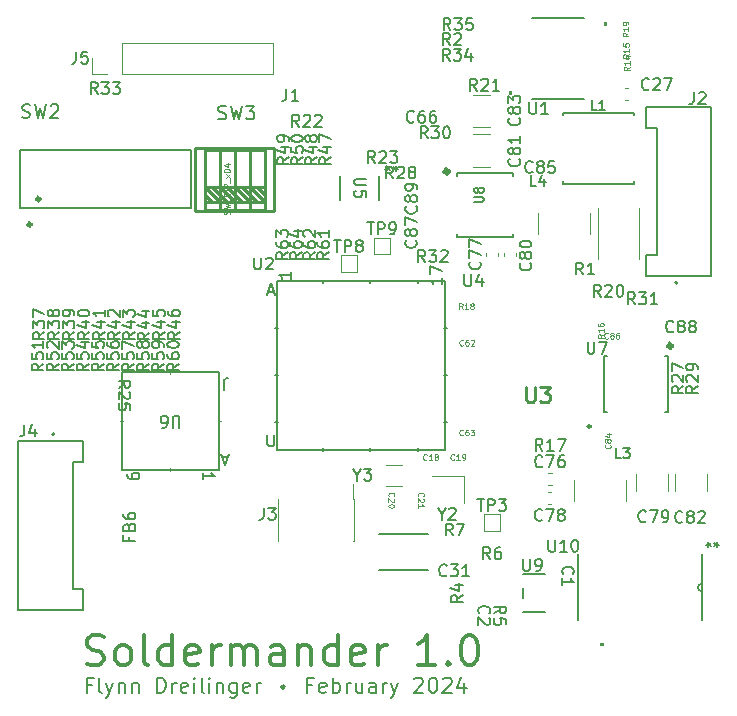
<source format=gbr>
%TF.GenerationSoftware,KiCad,Pcbnew,7.0.7*%
%TF.CreationDate,2024-02-27T15:56:59-08:00*%
%TF.ProjectId,cpu_board,6370755f-626f-4617-9264-2e6b69636164,rev?*%
%TF.SameCoordinates,Original*%
%TF.FileFunction,Legend,Top*%
%TF.FilePolarity,Positive*%
%FSLAX46Y46*%
G04 Gerber Fmt 4.6, Leading zero omitted, Abs format (unit mm)*
G04 Created by KiCad (PCBNEW 7.0.7) date 2024-02-27 15:56:59*
%MOMM*%
%LPD*%
G01*
G04 APERTURE LIST*
%ADD10C,0.200000*%
%ADD11C,0.300000*%
%ADD12C,0.150000*%
%ADD13C,0.050000*%
%ADD14C,0.154432*%
%ADD15C,0.152000*%
%ADD16C,0.076000*%
%ADD17C,0.127000*%
%ADD18C,0.254000*%
%ADD19C,0.120000*%
%ADD20C,0.152400*%
%ADD21C,0.381000*%
%ADD22C,0.025400*%
%ADD23C,0.203200*%
%ADD24C,0.250000*%
G04 APERTURE END LIST*
D10*
X7187292Y-57048938D02*
X6763958Y-57048938D01*
X6763958Y-57714176D02*
X6763958Y-56444176D01*
X6763958Y-56444176D02*
X7368720Y-56444176D01*
X8033958Y-57714176D02*
X7913006Y-57653700D01*
X7913006Y-57653700D02*
X7852529Y-57532747D01*
X7852529Y-57532747D02*
X7852529Y-56444176D01*
X8396815Y-56867509D02*
X8699196Y-57714176D01*
X9001577Y-56867509D02*
X8699196Y-57714176D01*
X8699196Y-57714176D02*
X8578244Y-58016557D01*
X8578244Y-58016557D02*
X8517767Y-58077033D01*
X8517767Y-58077033D02*
X8396815Y-58137509D01*
X9485386Y-56867509D02*
X9485386Y-57714176D01*
X9485386Y-56988461D02*
X9545863Y-56927985D01*
X9545863Y-56927985D02*
X9666815Y-56867509D01*
X9666815Y-56867509D02*
X9848244Y-56867509D01*
X9848244Y-56867509D02*
X9969196Y-56927985D01*
X9969196Y-56927985D02*
X10029672Y-57048938D01*
X10029672Y-57048938D02*
X10029672Y-57714176D01*
X10634434Y-56867509D02*
X10634434Y-57714176D01*
X10634434Y-56988461D02*
X10694911Y-56927985D01*
X10694911Y-56927985D02*
X10815863Y-56867509D01*
X10815863Y-56867509D02*
X10997292Y-56867509D01*
X10997292Y-56867509D02*
X11118244Y-56927985D01*
X11118244Y-56927985D02*
X11178720Y-57048938D01*
X11178720Y-57048938D02*
X11178720Y-57714176D01*
X12751101Y-57714176D02*
X12751101Y-56444176D01*
X12751101Y-56444176D02*
X13053482Y-56444176D01*
X13053482Y-56444176D02*
X13234911Y-56504652D01*
X13234911Y-56504652D02*
X13355863Y-56625604D01*
X13355863Y-56625604D02*
X13416340Y-56746557D01*
X13416340Y-56746557D02*
X13476816Y-56988461D01*
X13476816Y-56988461D02*
X13476816Y-57169890D01*
X13476816Y-57169890D02*
X13416340Y-57411795D01*
X13416340Y-57411795D02*
X13355863Y-57532747D01*
X13355863Y-57532747D02*
X13234911Y-57653700D01*
X13234911Y-57653700D02*
X13053482Y-57714176D01*
X13053482Y-57714176D02*
X12751101Y-57714176D01*
X14021101Y-57714176D02*
X14021101Y-56867509D01*
X14021101Y-57109414D02*
X14081578Y-56988461D01*
X14081578Y-56988461D02*
X14142054Y-56927985D01*
X14142054Y-56927985D02*
X14263006Y-56867509D01*
X14263006Y-56867509D02*
X14383959Y-56867509D01*
X15291101Y-57653700D02*
X15170149Y-57714176D01*
X15170149Y-57714176D02*
X14928244Y-57714176D01*
X14928244Y-57714176D02*
X14807291Y-57653700D01*
X14807291Y-57653700D02*
X14746815Y-57532747D01*
X14746815Y-57532747D02*
X14746815Y-57048938D01*
X14746815Y-57048938D02*
X14807291Y-56927985D01*
X14807291Y-56927985D02*
X14928244Y-56867509D01*
X14928244Y-56867509D02*
X15170149Y-56867509D01*
X15170149Y-56867509D02*
X15291101Y-56927985D01*
X15291101Y-56927985D02*
X15351577Y-57048938D01*
X15351577Y-57048938D02*
X15351577Y-57169890D01*
X15351577Y-57169890D02*
X14746815Y-57290842D01*
X15895862Y-57714176D02*
X15895862Y-56867509D01*
X15895862Y-56444176D02*
X15835386Y-56504652D01*
X15835386Y-56504652D02*
X15895862Y-56565128D01*
X15895862Y-56565128D02*
X15956339Y-56504652D01*
X15956339Y-56504652D02*
X15895862Y-56444176D01*
X15895862Y-56444176D02*
X15895862Y-56565128D01*
X16682053Y-57714176D02*
X16561101Y-57653700D01*
X16561101Y-57653700D02*
X16500624Y-57532747D01*
X16500624Y-57532747D02*
X16500624Y-56444176D01*
X17165862Y-57714176D02*
X17165862Y-56867509D01*
X17165862Y-56444176D02*
X17105386Y-56504652D01*
X17105386Y-56504652D02*
X17165862Y-56565128D01*
X17165862Y-56565128D02*
X17226339Y-56504652D01*
X17226339Y-56504652D02*
X17165862Y-56444176D01*
X17165862Y-56444176D02*
X17165862Y-56565128D01*
X17770624Y-56867509D02*
X17770624Y-57714176D01*
X17770624Y-56988461D02*
X17831101Y-56927985D01*
X17831101Y-56927985D02*
X17952053Y-56867509D01*
X17952053Y-56867509D02*
X18133482Y-56867509D01*
X18133482Y-56867509D02*
X18254434Y-56927985D01*
X18254434Y-56927985D02*
X18314910Y-57048938D01*
X18314910Y-57048938D02*
X18314910Y-57714176D01*
X19463958Y-56867509D02*
X19463958Y-57895604D01*
X19463958Y-57895604D02*
X19403482Y-58016557D01*
X19403482Y-58016557D02*
X19343006Y-58077033D01*
X19343006Y-58077033D02*
X19222053Y-58137509D01*
X19222053Y-58137509D02*
X19040625Y-58137509D01*
X19040625Y-58137509D02*
X18919672Y-58077033D01*
X19463958Y-57653700D02*
X19343006Y-57714176D01*
X19343006Y-57714176D02*
X19101101Y-57714176D01*
X19101101Y-57714176D02*
X18980149Y-57653700D01*
X18980149Y-57653700D02*
X18919672Y-57593223D01*
X18919672Y-57593223D02*
X18859196Y-57472271D01*
X18859196Y-57472271D02*
X18859196Y-57109414D01*
X18859196Y-57109414D02*
X18919672Y-56988461D01*
X18919672Y-56988461D02*
X18980149Y-56927985D01*
X18980149Y-56927985D02*
X19101101Y-56867509D01*
X19101101Y-56867509D02*
X19343006Y-56867509D01*
X19343006Y-56867509D02*
X19463958Y-56927985D01*
X20552530Y-57653700D02*
X20431578Y-57714176D01*
X20431578Y-57714176D02*
X20189673Y-57714176D01*
X20189673Y-57714176D02*
X20068720Y-57653700D01*
X20068720Y-57653700D02*
X20008244Y-57532747D01*
X20008244Y-57532747D02*
X20008244Y-57048938D01*
X20008244Y-57048938D02*
X20068720Y-56927985D01*
X20068720Y-56927985D02*
X20189673Y-56867509D01*
X20189673Y-56867509D02*
X20431578Y-56867509D01*
X20431578Y-56867509D02*
X20552530Y-56927985D01*
X20552530Y-56927985D02*
X20613006Y-57048938D01*
X20613006Y-57048938D02*
X20613006Y-57169890D01*
X20613006Y-57169890D02*
X20008244Y-57290842D01*
X21157291Y-57714176D02*
X21157291Y-56867509D01*
X21157291Y-57109414D02*
X21217768Y-56988461D01*
X21217768Y-56988461D02*
X21278244Y-56927985D01*
X21278244Y-56927985D02*
X21399196Y-56867509D01*
X21399196Y-56867509D02*
X21520149Y-56867509D01*
X23273958Y-57109414D02*
X23273958Y-57351319D01*
X23334434Y-57351319D02*
X23334434Y-57109414D01*
X23394910Y-57048938D02*
X23394910Y-57411795D01*
X23455386Y-57351319D02*
X23455386Y-57109414D01*
X23515862Y-57109414D02*
X23515862Y-57351319D01*
X23273958Y-57290842D02*
X23394910Y-57411795D01*
X23394910Y-57411795D02*
X23515862Y-57290842D01*
X23273958Y-57169890D02*
X23394910Y-57048938D01*
X23394910Y-57048938D02*
X23515862Y-57169890D01*
X23273958Y-57109414D02*
X23394910Y-57048938D01*
X23394910Y-57048938D02*
X23515862Y-57109414D01*
X23515862Y-57109414D02*
X23576339Y-57230366D01*
X23576339Y-57230366D02*
X23515862Y-57351319D01*
X23515862Y-57351319D02*
X23394910Y-57411795D01*
X23394910Y-57411795D02*
X23273958Y-57351319D01*
X23273958Y-57351319D02*
X23213481Y-57230366D01*
X23213481Y-57230366D02*
X23273958Y-57109414D01*
X25874434Y-57048938D02*
X25451100Y-57048938D01*
X25451100Y-57714176D02*
X25451100Y-56444176D01*
X25451100Y-56444176D02*
X26055862Y-56444176D01*
X27023481Y-57653700D02*
X26902529Y-57714176D01*
X26902529Y-57714176D02*
X26660624Y-57714176D01*
X26660624Y-57714176D02*
X26539671Y-57653700D01*
X26539671Y-57653700D02*
X26479195Y-57532747D01*
X26479195Y-57532747D02*
X26479195Y-57048938D01*
X26479195Y-57048938D02*
X26539671Y-56927985D01*
X26539671Y-56927985D02*
X26660624Y-56867509D01*
X26660624Y-56867509D02*
X26902529Y-56867509D01*
X26902529Y-56867509D02*
X27023481Y-56927985D01*
X27023481Y-56927985D02*
X27083957Y-57048938D01*
X27083957Y-57048938D02*
X27083957Y-57169890D01*
X27083957Y-57169890D02*
X26479195Y-57290842D01*
X27628242Y-57714176D02*
X27628242Y-56444176D01*
X27628242Y-56927985D02*
X27749195Y-56867509D01*
X27749195Y-56867509D02*
X27991100Y-56867509D01*
X27991100Y-56867509D02*
X28112052Y-56927985D01*
X28112052Y-56927985D02*
X28172528Y-56988461D01*
X28172528Y-56988461D02*
X28233004Y-57109414D01*
X28233004Y-57109414D02*
X28233004Y-57472271D01*
X28233004Y-57472271D02*
X28172528Y-57593223D01*
X28172528Y-57593223D02*
X28112052Y-57653700D01*
X28112052Y-57653700D02*
X27991100Y-57714176D01*
X27991100Y-57714176D02*
X27749195Y-57714176D01*
X27749195Y-57714176D02*
X27628242Y-57653700D01*
X28777290Y-57714176D02*
X28777290Y-56867509D01*
X28777290Y-57109414D02*
X28837767Y-56988461D01*
X28837767Y-56988461D02*
X28898243Y-56927985D01*
X28898243Y-56927985D02*
X29019195Y-56867509D01*
X29019195Y-56867509D02*
X29140148Y-56867509D01*
X30107766Y-56867509D02*
X30107766Y-57714176D01*
X29563480Y-56867509D02*
X29563480Y-57532747D01*
X29563480Y-57532747D02*
X29623957Y-57653700D01*
X29623957Y-57653700D02*
X29744909Y-57714176D01*
X29744909Y-57714176D02*
X29926338Y-57714176D01*
X29926338Y-57714176D02*
X30047290Y-57653700D01*
X30047290Y-57653700D02*
X30107766Y-57593223D01*
X31256814Y-57714176D02*
X31256814Y-57048938D01*
X31256814Y-57048938D02*
X31196338Y-56927985D01*
X31196338Y-56927985D02*
X31075386Y-56867509D01*
X31075386Y-56867509D02*
X30833481Y-56867509D01*
X30833481Y-56867509D02*
X30712528Y-56927985D01*
X31256814Y-57653700D02*
X31135862Y-57714176D01*
X31135862Y-57714176D02*
X30833481Y-57714176D01*
X30833481Y-57714176D02*
X30712528Y-57653700D01*
X30712528Y-57653700D02*
X30652052Y-57532747D01*
X30652052Y-57532747D02*
X30652052Y-57411795D01*
X30652052Y-57411795D02*
X30712528Y-57290842D01*
X30712528Y-57290842D02*
X30833481Y-57230366D01*
X30833481Y-57230366D02*
X31135862Y-57230366D01*
X31135862Y-57230366D02*
X31256814Y-57169890D01*
X31861576Y-57714176D02*
X31861576Y-56867509D01*
X31861576Y-57109414D02*
X31922053Y-56988461D01*
X31922053Y-56988461D02*
X31982529Y-56927985D01*
X31982529Y-56927985D02*
X32103481Y-56867509D01*
X32103481Y-56867509D02*
X32224434Y-56867509D01*
X32526814Y-56867509D02*
X32829195Y-57714176D01*
X33131576Y-56867509D02*
X32829195Y-57714176D01*
X32829195Y-57714176D02*
X32708243Y-58016557D01*
X32708243Y-58016557D02*
X32647766Y-58077033D01*
X32647766Y-58077033D02*
X32526814Y-58137509D01*
X34522528Y-56565128D02*
X34583004Y-56504652D01*
X34583004Y-56504652D02*
X34703957Y-56444176D01*
X34703957Y-56444176D02*
X35006338Y-56444176D01*
X35006338Y-56444176D02*
X35127290Y-56504652D01*
X35127290Y-56504652D02*
X35187766Y-56565128D01*
X35187766Y-56565128D02*
X35248243Y-56686080D01*
X35248243Y-56686080D02*
X35248243Y-56807033D01*
X35248243Y-56807033D02*
X35187766Y-56988461D01*
X35187766Y-56988461D02*
X34462052Y-57714176D01*
X34462052Y-57714176D02*
X35248243Y-57714176D01*
X36034433Y-56444176D02*
X36155386Y-56444176D01*
X36155386Y-56444176D02*
X36276338Y-56504652D01*
X36276338Y-56504652D02*
X36336814Y-56565128D01*
X36336814Y-56565128D02*
X36397290Y-56686080D01*
X36397290Y-56686080D02*
X36457767Y-56927985D01*
X36457767Y-56927985D02*
X36457767Y-57230366D01*
X36457767Y-57230366D02*
X36397290Y-57472271D01*
X36397290Y-57472271D02*
X36336814Y-57593223D01*
X36336814Y-57593223D02*
X36276338Y-57653700D01*
X36276338Y-57653700D02*
X36155386Y-57714176D01*
X36155386Y-57714176D02*
X36034433Y-57714176D01*
X36034433Y-57714176D02*
X35913481Y-57653700D01*
X35913481Y-57653700D02*
X35853005Y-57593223D01*
X35853005Y-57593223D02*
X35792528Y-57472271D01*
X35792528Y-57472271D02*
X35732052Y-57230366D01*
X35732052Y-57230366D02*
X35732052Y-56927985D01*
X35732052Y-56927985D02*
X35792528Y-56686080D01*
X35792528Y-56686080D02*
X35853005Y-56565128D01*
X35853005Y-56565128D02*
X35913481Y-56504652D01*
X35913481Y-56504652D02*
X36034433Y-56444176D01*
X36941576Y-56565128D02*
X37002052Y-56504652D01*
X37002052Y-56504652D02*
X37123005Y-56444176D01*
X37123005Y-56444176D02*
X37425386Y-56444176D01*
X37425386Y-56444176D02*
X37546338Y-56504652D01*
X37546338Y-56504652D02*
X37606814Y-56565128D01*
X37606814Y-56565128D02*
X37667291Y-56686080D01*
X37667291Y-56686080D02*
X37667291Y-56807033D01*
X37667291Y-56807033D02*
X37606814Y-56988461D01*
X37606814Y-56988461D02*
X36881100Y-57714176D01*
X36881100Y-57714176D02*
X37667291Y-57714176D01*
X38755862Y-56867509D02*
X38755862Y-57714176D01*
X38453481Y-56383700D02*
X38151100Y-57290842D01*
X38151100Y-57290842D02*
X38937291Y-57290842D01*
D11*
X6781177Y-55272600D02*
X7144034Y-55393552D01*
X7144034Y-55393552D02*
X7748796Y-55393552D01*
X7748796Y-55393552D02*
X7990701Y-55272600D01*
X7990701Y-55272600D02*
X8111653Y-55151647D01*
X8111653Y-55151647D02*
X8232606Y-54909742D01*
X8232606Y-54909742D02*
X8232606Y-54667838D01*
X8232606Y-54667838D02*
X8111653Y-54425933D01*
X8111653Y-54425933D02*
X7990701Y-54304980D01*
X7990701Y-54304980D02*
X7748796Y-54184028D01*
X7748796Y-54184028D02*
X7264987Y-54063076D01*
X7264987Y-54063076D02*
X7023082Y-53942123D01*
X7023082Y-53942123D02*
X6902129Y-53821171D01*
X6902129Y-53821171D02*
X6781177Y-53579266D01*
X6781177Y-53579266D02*
X6781177Y-53337361D01*
X6781177Y-53337361D02*
X6902129Y-53095457D01*
X6902129Y-53095457D02*
X7023082Y-52974504D01*
X7023082Y-52974504D02*
X7264987Y-52853552D01*
X7264987Y-52853552D02*
X7869748Y-52853552D01*
X7869748Y-52853552D02*
X8232606Y-52974504D01*
X9684035Y-55393552D02*
X9442130Y-55272600D01*
X9442130Y-55272600D02*
X9321177Y-55151647D01*
X9321177Y-55151647D02*
X9200225Y-54909742D01*
X9200225Y-54909742D02*
X9200225Y-54184028D01*
X9200225Y-54184028D02*
X9321177Y-53942123D01*
X9321177Y-53942123D02*
X9442130Y-53821171D01*
X9442130Y-53821171D02*
X9684035Y-53700219D01*
X9684035Y-53700219D02*
X10046892Y-53700219D01*
X10046892Y-53700219D02*
X10288796Y-53821171D01*
X10288796Y-53821171D02*
X10409749Y-53942123D01*
X10409749Y-53942123D02*
X10530701Y-54184028D01*
X10530701Y-54184028D02*
X10530701Y-54909742D01*
X10530701Y-54909742D02*
X10409749Y-55151647D01*
X10409749Y-55151647D02*
X10288796Y-55272600D01*
X10288796Y-55272600D02*
X10046892Y-55393552D01*
X10046892Y-55393552D02*
X9684035Y-55393552D01*
X11982130Y-55393552D02*
X11740225Y-55272600D01*
X11740225Y-55272600D02*
X11619272Y-55030695D01*
X11619272Y-55030695D02*
X11619272Y-52853552D01*
X14038320Y-55393552D02*
X14038320Y-52853552D01*
X14038320Y-55272600D02*
X13796415Y-55393552D01*
X13796415Y-55393552D02*
X13312606Y-55393552D01*
X13312606Y-55393552D02*
X13070701Y-55272600D01*
X13070701Y-55272600D02*
X12949748Y-55151647D01*
X12949748Y-55151647D02*
X12828796Y-54909742D01*
X12828796Y-54909742D02*
X12828796Y-54184028D01*
X12828796Y-54184028D02*
X12949748Y-53942123D01*
X12949748Y-53942123D02*
X13070701Y-53821171D01*
X13070701Y-53821171D02*
X13312606Y-53700219D01*
X13312606Y-53700219D02*
X13796415Y-53700219D01*
X13796415Y-53700219D02*
X14038320Y-53821171D01*
X16215462Y-55272600D02*
X15973558Y-55393552D01*
X15973558Y-55393552D02*
X15489748Y-55393552D01*
X15489748Y-55393552D02*
X15247843Y-55272600D01*
X15247843Y-55272600D02*
X15126891Y-55030695D01*
X15126891Y-55030695D02*
X15126891Y-54063076D01*
X15126891Y-54063076D02*
X15247843Y-53821171D01*
X15247843Y-53821171D02*
X15489748Y-53700219D01*
X15489748Y-53700219D02*
X15973558Y-53700219D01*
X15973558Y-53700219D02*
X16215462Y-53821171D01*
X16215462Y-53821171D02*
X16336415Y-54063076D01*
X16336415Y-54063076D02*
X16336415Y-54304980D01*
X16336415Y-54304980D02*
X15126891Y-54546885D01*
X17424986Y-55393552D02*
X17424986Y-53700219D01*
X17424986Y-54184028D02*
X17545939Y-53942123D01*
X17545939Y-53942123D02*
X17666891Y-53821171D01*
X17666891Y-53821171D02*
X17908796Y-53700219D01*
X17908796Y-53700219D02*
X18150701Y-53700219D01*
X18997367Y-55393552D02*
X18997367Y-53700219D01*
X18997367Y-53942123D02*
X19118320Y-53821171D01*
X19118320Y-53821171D02*
X19360225Y-53700219D01*
X19360225Y-53700219D02*
X19723082Y-53700219D01*
X19723082Y-53700219D02*
X19964986Y-53821171D01*
X19964986Y-53821171D02*
X20085939Y-54063076D01*
X20085939Y-54063076D02*
X20085939Y-55393552D01*
X20085939Y-54063076D02*
X20206891Y-53821171D01*
X20206891Y-53821171D02*
X20448796Y-53700219D01*
X20448796Y-53700219D02*
X20811653Y-53700219D01*
X20811653Y-53700219D02*
X21053558Y-53821171D01*
X21053558Y-53821171D02*
X21174510Y-54063076D01*
X21174510Y-54063076D02*
X21174510Y-55393552D01*
X23472606Y-55393552D02*
X23472606Y-54063076D01*
X23472606Y-54063076D02*
X23351653Y-53821171D01*
X23351653Y-53821171D02*
X23109749Y-53700219D01*
X23109749Y-53700219D02*
X22625939Y-53700219D01*
X22625939Y-53700219D02*
X22384034Y-53821171D01*
X23472606Y-55272600D02*
X23230701Y-55393552D01*
X23230701Y-55393552D02*
X22625939Y-55393552D01*
X22625939Y-55393552D02*
X22384034Y-55272600D01*
X22384034Y-55272600D02*
X22263082Y-55030695D01*
X22263082Y-55030695D02*
X22263082Y-54788790D01*
X22263082Y-54788790D02*
X22384034Y-54546885D01*
X22384034Y-54546885D02*
X22625939Y-54425933D01*
X22625939Y-54425933D02*
X23230701Y-54425933D01*
X23230701Y-54425933D02*
X23472606Y-54304980D01*
X24682129Y-53700219D02*
X24682129Y-55393552D01*
X24682129Y-53942123D02*
X24803082Y-53821171D01*
X24803082Y-53821171D02*
X25044987Y-53700219D01*
X25044987Y-53700219D02*
X25407844Y-53700219D01*
X25407844Y-53700219D02*
X25649748Y-53821171D01*
X25649748Y-53821171D02*
X25770701Y-54063076D01*
X25770701Y-54063076D02*
X25770701Y-55393552D01*
X28068796Y-55393552D02*
X28068796Y-52853552D01*
X28068796Y-55272600D02*
X27826891Y-55393552D01*
X27826891Y-55393552D02*
X27343082Y-55393552D01*
X27343082Y-55393552D02*
X27101177Y-55272600D01*
X27101177Y-55272600D02*
X26980224Y-55151647D01*
X26980224Y-55151647D02*
X26859272Y-54909742D01*
X26859272Y-54909742D02*
X26859272Y-54184028D01*
X26859272Y-54184028D02*
X26980224Y-53942123D01*
X26980224Y-53942123D02*
X27101177Y-53821171D01*
X27101177Y-53821171D02*
X27343082Y-53700219D01*
X27343082Y-53700219D02*
X27826891Y-53700219D01*
X27826891Y-53700219D02*
X28068796Y-53821171D01*
X30245938Y-55272600D02*
X30004034Y-55393552D01*
X30004034Y-55393552D02*
X29520224Y-55393552D01*
X29520224Y-55393552D02*
X29278319Y-55272600D01*
X29278319Y-55272600D02*
X29157367Y-55030695D01*
X29157367Y-55030695D02*
X29157367Y-54063076D01*
X29157367Y-54063076D02*
X29278319Y-53821171D01*
X29278319Y-53821171D02*
X29520224Y-53700219D01*
X29520224Y-53700219D02*
X30004034Y-53700219D01*
X30004034Y-53700219D02*
X30245938Y-53821171D01*
X30245938Y-53821171D02*
X30366891Y-54063076D01*
X30366891Y-54063076D02*
X30366891Y-54304980D01*
X30366891Y-54304980D02*
X29157367Y-54546885D01*
X31455462Y-55393552D02*
X31455462Y-53700219D01*
X31455462Y-54184028D02*
X31576415Y-53942123D01*
X31576415Y-53942123D02*
X31697367Y-53821171D01*
X31697367Y-53821171D02*
X31939272Y-53700219D01*
X31939272Y-53700219D02*
X32181177Y-53700219D01*
X36293558Y-55393552D02*
X34842129Y-55393552D01*
X35567843Y-55393552D02*
X35567843Y-52853552D01*
X35567843Y-52853552D02*
X35325939Y-53216409D01*
X35325939Y-53216409D02*
X35084034Y-53458314D01*
X35084034Y-53458314D02*
X34842129Y-53579266D01*
X37382129Y-55151647D02*
X37503082Y-55272600D01*
X37503082Y-55272600D02*
X37382129Y-55393552D01*
X37382129Y-55393552D02*
X37261177Y-55272600D01*
X37261177Y-55272600D02*
X37382129Y-55151647D01*
X37382129Y-55151647D02*
X37382129Y-55393552D01*
X39075463Y-52853552D02*
X39317368Y-52853552D01*
X39317368Y-52853552D02*
X39559272Y-52974504D01*
X39559272Y-52974504D02*
X39680225Y-53095457D01*
X39680225Y-53095457D02*
X39801177Y-53337361D01*
X39801177Y-53337361D02*
X39922130Y-53821171D01*
X39922130Y-53821171D02*
X39922130Y-54425933D01*
X39922130Y-54425933D02*
X39801177Y-54909742D01*
X39801177Y-54909742D02*
X39680225Y-55151647D01*
X39680225Y-55151647D02*
X39559272Y-55272600D01*
X39559272Y-55272600D02*
X39317368Y-55393552D01*
X39317368Y-55393552D02*
X39075463Y-55393552D01*
X39075463Y-55393552D02*
X38833558Y-55272600D01*
X38833558Y-55272600D02*
X38712606Y-55151647D01*
X38712606Y-55151647D02*
X38591653Y-54909742D01*
X38591653Y-54909742D02*
X38470701Y-54425933D01*
X38470701Y-54425933D02*
X38470701Y-53821171D01*
X38470701Y-53821171D02*
X38591653Y-53337361D01*
X38591653Y-53337361D02*
X38712606Y-53095457D01*
X38712606Y-53095457D02*
X38833558Y-52974504D01*
X38833558Y-52974504D02*
X39075463Y-52853552D01*
D12*
X37257142Y-47749580D02*
X37209523Y-47797200D01*
X37209523Y-47797200D02*
X37066666Y-47844819D01*
X37066666Y-47844819D02*
X36971428Y-47844819D01*
X36971428Y-47844819D02*
X36828571Y-47797200D01*
X36828571Y-47797200D02*
X36733333Y-47701961D01*
X36733333Y-47701961D02*
X36685714Y-47606723D01*
X36685714Y-47606723D02*
X36638095Y-47416247D01*
X36638095Y-47416247D02*
X36638095Y-47273390D01*
X36638095Y-47273390D02*
X36685714Y-47082914D01*
X36685714Y-47082914D02*
X36733333Y-46987676D01*
X36733333Y-46987676D02*
X36828571Y-46892438D01*
X36828571Y-46892438D02*
X36971428Y-46844819D01*
X36971428Y-46844819D02*
X37066666Y-46844819D01*
X37066666Y-46844819D02*
X37209523Y-46892438D01*
X37209523Y-46892438D02*
X37257142Y-46940057D01*
X37590476Y-46844819D02*
X38209523Y-46844819D01*
X38209523Y-46844819D02*
X37876190Y-47225771D01*
X37876190Y-47225771D02*
X38019047Y-47225771D01*
X38019047Y-47225771D02*
X38114285Y-47273390D01*
X38114285Y-47273390D02*
X38161904Y-47321009D01*
X38161904Y-47321009D02*
X38209523Y-47416247D01*
X38209523Y-47416247D02*
X38209523Y-47654342D01*
X38209523Y-47654342D02*
X38161904Y-47749580D01*
X38161904Y-47749580D02*
X38114285Y-47797200D01*
X38114285Y-47797200D02*
X38019047Y-47844819D01*
X38019047Y-47844819D02*
X37733333Y-47844819D01*
X37733333Y-47844819D02*
X37638095Y-47797200D01*
X37638095Y-47797200D02*
X37590476Y-47749580D01*
X39161904Y-47844819D02*
X38590476Y-47844819D01*
X38876190Y-47844819D02*
X38876190Y-46844819D01*
X38876190Y-46844819D02*
X38780952Y-46987676D01*
X38780952Y-46987676D02*
X38685714Y-47082914D01*
X38685714Y-47082914D02*
X38590476Y-47130533D01*
X7697142Y-7014819D02*
X7363809Y-6538628D01*
X7125714Y-7014819D02*
X7125714Y-6014819D01*
X7125714Y-6014819D02*
X7506666Y-6014819D01*
X7506666Y-6014819D02*
X7601904Y-6062438D01*
X7601904Y-6062438D02*
X7649523Y-6110057D01*
X7649523Y-6110057D02*
X7697142Y-6205295D01*
X7697142Y-6205295D02*
X7697142Y-6348152D01*
X7697142Y-6348152D02*
X7649523Y-6443390D01*
X7649523Y-6443390D02*
X7601904Y-6491009D01*
X7601904Y-6491009D02*
X7506666Y-6538628D01*
X7506666Y-6538628D02*
X7125714Y-6538628D01*
X8030476Y-6014819D02*
X8649523Y-6014819D01*
X8649523Y-6014819D02*
X8316190Y-6395771D01*
X8316190Y-6395771D02*
X8459047Y-6395771D01*
X8459047Y-6395771D02*
X8554285Y-6443390D01*
X8554285Y-6443390D02*
X8601904Y-6491009D01*
X8601904Y-6491009D02*
X8649523Y-6586247D01*
X8649523Y-6586247D02*
X8649523Y-6824342D01*
X8649523Y-6824342D02*
X8601904Y-6919580D01*
X8601904Y-6919580D02*
X8554285Y-6967200D01*
X8554285Y-6967200D02*
X8459047Y-7014819D01*
X8459047Y-7014819D02*
X8173333Y-7014819D01*
X8173333Y-7014819D02*
X8078095Y-6967200D01*
X8078095Y-6967200D02*
X8030476Y-6919580D01*
X8982857Y-6014819D02*
X9601904Y-6014819D01*
X9601904Y-6014819D02*
X9268571Y-6395771D01*
X9268571Y-6395771D02*
X9411428Y-6395771D01*
X9411428Y-6395771D02*
X9506666Y-6443390D01*
X9506666Y-6443390D02*
X9554285Y-6491009D01*
X9554285Y-6491009D02*
X9601904Y-6586247D01*
X9601904Y-6586247D02*
X9601904Y-6824342D01*
X9601904Y-6824342D02*
X9554285Y-6919580D01*
X9554285Y-6919580D02*
X9506666Y-6967200D01*
X9506666Y-6967200D02*
X9411428Y-7014819D01*
X9411428Y-7014819D02*
X9125714Y-7014819D01*
X9125714Y-7014819D02*
X9030476Y-6967200D01*
X9030476Y-6967200D02*
X8982857Y-6919580D01*
D13*
X38598571Y-25238709D02*
X38431905Y-25000614D01*
X38312857Y-25238709D02*
X38312857Y-24738709D01*
X38312857Y-24738709D02*
X38503333Y-24738709D01*
X38503333Y-24738709D02*
X38550952Y-24762519D01*
X38550952Y-24762519D02*
X38574762Y-24786328D01*
X38574762Y-24786328D02*
X38598571Y-24833947D01*
X38598571Y-24833947D02*
X38598571Y-24905376D01*
X38598571Y-24905376D02*
X38574762Y-24952995D01*
X38574762Y-24952995D02*
X38550952Y-24976804D01*
X38550952Y-24976804D02*
X38503333Y-25000614D01*
X38503333Y-25000614D02*
X38312857Y-25000614D01*
X39074762Y-25238709D02*
X38789048Y-25238709D01*
X38931905Y-25238709D02*
X38931905Y-24738709D01*
X38931905Y-24738709D02*
X38884286Y-24810138D01*
X38884286Y-24810138D02*
X38836667Y-24857757D01*
X38836667Y-24857757D02*
X38789048Y-24881566D01*
X39360476Y-24952995D02*
X39312857Y-24929185D01*
X39312857Y-24929185D02*
X39289047Y-24905376D01*
X39289047Y-24905376D02*
X39265238Y-24857757D01*
X39265238Y-24857757D02*
X39265238Y-24833947D01*
X39265238Y-24833947D02*
X39289047Y-24786328D01*
X39289047Y-24786328D02*
X39312857Y-24762519D01*
X39312857Y-24762519D02*
X39360476Y-24738709D01*
X39360476Y-24738709D02*
X39455714Y-24738709D01*
X39455714Y-24738709D02*
X39503333Y-24762519D01*
X39503333Y-24762519D02*
X39527142Y-24786328D01*
X39527142Y-24786328D02*
X39550952Y-24833947D01*
X39550952Y-24833947D02*
X39550952Y-24857757D01*
X39550952Y-24857757D02*
X39527142Y-24905376D01*
X39527142Y-24905376D02*
X39503333Y-24929185D01*
X39503333Y-24929185D02*
X39455714Y-24952995D01*
X39455714Y-24952995D02*
X39360476Y-24952995D01*
X39360476Y-24952995D02*
X39312857Y-24976804D01*
X39312857Y-24976804D02*
X39289047Y-25000614D01*
X39289047Y-25000614D02*
X39265238Y-25048233D01*
X39265238Y-25048233D02*
X39265238Y-25143471D01*
X39265238Y-25143471D02*
X39289047Y-25191090D01*
X39289047Y-25191090D02*
X39312857Y-25214900D01*
X39312857Y-25214900D02*
X39360476Y-25238709D01*
X39360476Y-25238709D02*
X39455714Y-25238709D01*
X39455714Y-25238709D02*
X39503333Y-25214900D01*
X39503333Y-25214900D02*
X39527142Y-25191090D01*
X39527142Y-25191090D02*
X39550952Y-25143471D01*
X39550952Y-25143471D02*
X39550952Y-25048233D01*
X39550952Y-25048233D02*
X39527142Y-25000614D01*
X39527142Y-25000614D02*
X39503333Y-24976804D01*
X39503333Y-24976804D02*
X39455714Y-24952995D01*
D12*
X47130419Y-47653333D02*
X47082800Y-47605714D01*
X47082800Y-47605714D02*
X47035180Y-47462857D01*
X47035180Y-47462857D02*
X47035180Y-47367619D01*
X47035180Y-47367619D02*
X47082800Y-47224762D01*
X47082800Y-47224762D02*
X47178038Y-47129524D01*
X47178038Y-47129524D02*
X47273276Y-47081905D01*
X47273276Y-47081905D02*
X47463752Y-47034286D01*
X47463752Y-47034286D02*
X47606609Y-47034286D01*
X47606609Y-47034286D02*
X47797085Y-47081905D01*
X47797085Y-47081905D02*
X47892323Y-47129524D01*
X47892323Y-47129524D02*
X47987561Y-47224762D01*
X47987561Y-47224762D02*
X48035180Y-47367619D01*
X48035180Y-47367619D02*
X48035180Y-47462857D01*
X48035180Y-47462857D02*
X47987561Y-47605714D01*
X47987561Y-47605714D02*
X47939942Y-47653333D01*
X47035180Y-48605714D02*
X47035180Y-48034286D01*
X47035180Y-48320000D02*
X48035180Y-48320000D01*
X48035180Y-48320000D02*
X47892323Y-48224762D01*
X47892323Y-48224762D02*
X47797085Y-48129524D01*
X47797085Y-48129524D02*
X47749466Y-48034286D01*
D13*
X52738709Y-4721428D02*
X52500614Y-4888094D01*
X52738709Y-5007142D02*
X52238709Y-5007142D01*
X52238709Y-5007142D02*
X52238709Y-4816666D01*
X52238709Y-4816666D02*
X52262519Y-4769047D01*
X52262519Y-4769047D02*
X52286328Y-4745237D01*
X52286328Y-4745237D02*
X52333947Y-4721428D01*
X52333947Y-4721428D02*
X52405376Y-4721428D01*
X52405376Y-4721428D02*
X52452995Y-4745237D01*
X52452995Y-4745237D02*
X52476804Y-4769047D01*
X52476804Y-4769047D02*
X52500614Y-4816666D01*
X52500614Y-4816666D02*
X52500614Y-5007142D01*
X52738709Y-4245237D02*
X52738709Y-4530951D01*
X52738709Y-4388094D02*
X52238709Y-4388094D01*
X52238709Y-4388094D02*
X52310138Y-4435713D01*
X52310138Y-4435713D02*
X52357757Y-4483332D01*
X52357757Y-4483332D02*
X52381566Y-4530951D01*
X52405376Y-3816666D02*
X52738709Y-3816666D01*
X52214900Y-3935714D02*
X52572042Y-4054761D01*
X52572042Y-4054761D02*
X52572042Y-3745238D01*
D12*
X45337142Y-43079580D02*
X45289523Y-43127200D01*
X45289523Y-43127200D02*
X45146666Y-43174819D01*
X45146666Y-43174819D02*
X45051428Y-43174819D01*
X45051428Y-43174819D02*
X44908571Y-43127200D01*
X44908571Y-43127200D02*
X44813333Y-43031961D01*
X44813333Y-43031961D02*
X44765714Y-42936723D01*
X44765714Y-42936723D02*
X44718095Y-42746247D01*
X44718095Y-42746247D02*
X44718095Y-42603390D01*
X44718095Y-42603390D02*
X44765714Y-42412914D01*
X44765714Y-42412914D02*
X44813333Y-42317676D01*
X44813333Y-42317676D02*
X44908571Y-42222438D01*
X44908571Y-42222438D02*
X45051428Y-42174819D01*
X45051428Y-42174819D02*
X45146666Y-42174819D01*
X45146666Y-42174819D02*
X45289523Y-42222438D01*
X45289523Y-42222438D02*
X45337142Y-42270057D01*
X45670476Y-42174819D02*
X46337142Y-42174819D01*
X46337142Y-42174819D02*
X45908571Y-43174819D01*
X46860952Y-42603390D02*
X46765714Y-42555771D01*
X46765714Y-42555771D02*
X46718095Y-42508152D01*
X46718095Y-42508152D02*
X46670476Y-42412914D01*
X46670476Y-42412914D02*
X46670476Y-42365295D01*
X46670476Y-42365295D02*
X46718095Y-42270057D01*
X46718095Y-42270057D02*
X46765714Y-42222438D01*
X46765714Y-42222438D02*
X46860952Y-42174819D01*
X46860952Y-42174819D02*
X47051428Y-42174819D01*
X47051428Y-42174819D02*
X47146666Y-42222438D01*
X47146666Y-42222438D02*
X47194285Y-42270057D01*
X47194285Y-42270057D02*
X47241904Y-42365295D01*
X47241904Y-42365295D02*
X47241904Y-42412914D01*
X47241904Y-42412914D02*
X47194285Y-42508152D01*
X47194285Y-42508152D02*
X47146666Y-42555771D01*
X47146666Y-42555771D02*
X47051428Y-42603390D01*
X47051428Y-42603390D02*
X46860952Y-42603390D01*
X46860952Y-42603390D02*
X46765714Y-42651009D01*
X46765714Y-42651009D02*
X46718095Y-42698628D01*
X46718095Y-42698628D02*
X46670476Y-42793866D01*
X46670476Y-42793866D02*
X46670476Y-42984342D01*
X46670476Y-42984342D02*
X46718095Y-43079580D01*
X46718095Y-43079580D02*
X46765714Y-43127200D01*
X46765714Y-43127200D02*
X46860952Y-43174819D01*
X46860952Y-43174819D02*
X47051428Y-43174819D01*
X47051428Y-43174819D02*
X47146666Y-43127200D01*
X47146666Y-43127200D02*
X47194285Y-43079580D01*
X47194285Y-43079580D02*
X47241904Y-42984342D01*
X47241904Y-42984342D02*
X47241904Y-42793866D01*
X47241904Y-42793866D02*
X47194285Y-42698628D01*
X47194285Y-42698628D02*
X47146666Y-42651009D01*
X47146666Y-42651009D02*
X47051428Y-42603390D01*
X8222619Y-29852857D02*
X7746428Y-30186190D01*
X8222619Y-30424285D02*
X7222619Y-30424285D01*
X7222619Y-30424285D02*
X7222619Y-30043333D01*
X7222619Y-30043333D02*
X7270238Y-29948095D01*
X7270238Y-29948095D02*
X7317857Y-29900476D01*
X7317857Y-29900476D02*
X7413095Y-29852857D01*
X7413095Y-29852857D02*
X7555952Y-29852857D01*
X7555952Y-29852857D02*
X7651190Y-29900476D01*
X7651190Y-29900476D02*
X7698809Y-29948095D01*
X7698809Y-29948095D02*
X7746428Y-30043333D01*
X7746428Y-30043333D02*
X7746428Y-30424285D01*
X7222619Y-28948095D02*
X7222619Y-29424285D01*
X7222619Y-29424285D02*
X7698809Y-29471904D01*
X7698809Y-29471904D02*
X7651190Y-29424285D01*
X7651190Y-29424285D02*
X7603571Y-29329047D01*
X7603571Y-29329047D02*
X7603571Y-29090952D01*
X7603571Y-29090952D02*
X7651190Y-28995714D01*
X7651190Y-28995714D02*
X7698809Y-28948095D01*
X7698809Y-28948095D02*
X7794047Y-28900476D01*
X7794047Y-28900476D02*
X8032142Y-28900476D01*
X8032142Y-28900476D02*
X8127380Y-28948095D01*
X8127380Y-28948095D02*
X8175000Y-28995714D01*
X8175000Y-28995714D02*
X8222619Y-29090952D01*
X8222619Y-29090952D02*
X8222619Y-29329047D01*
X8222619Y-29329047D02*
X8175000Y-29424285D01*
X8175000Y-29424285D02*
X8127380Y-29471904D01*
X7222619Y-27995714D02*
X7222619Y-28471904D01*
X7222619Y-28471904D02*
X7698809Y-28519523D01*
X7698809Y-28519523D02*
X7651190Y-28471904D01*
X7651190Y-28471904D02*
X7603571Y-28376666D01*
X7603571Y-28376666D02*
X7603571Y-28138571D01*
X7603571Y-28138571D02*
X7651190Y-28043333D01*
X7651190Y-28043333D02*
X7698809Y-27995714D01*
X7698809Y-27995714D02*
X7794047Y-27948095D01*
X7794047Y-27948095D02*
X8032142Y-27948095D01*
X8032142Y-27948095D02*
X8127380Y-27995714D01*
X8127380Y-27995714D02*
X8175000Y-28043333D01*
X8175000Y-28043333D02*
X8222619Y-28138571D01*
X8222619Y-28138571D02*
X8222619Y-28376666D01*
X8222619Y-28376666D02*
X8175000Y-28471904D01*
X8175000Y-28471904D02*
X8127380Y-28519523D01*
D13*
X50548709Y-27361428D02*
X50310614Y-27528094D01*
X50548709Y-27647142D02*
X50048709Y-27647142D01*
X50048709Y-27647142D02*
X50048709Y-27456666D01*
X50048709Y-27456666D02*
X50072519Y-27409047D01*
X50072519Y-27409047D02*
X50096328Y-27385237D01*
X50096328Y-27385237D02*
X50143947Y-27361428D01*
X50143947Y-27361428D02*
X50215376Y-27361428D01*
X50215376Y-27361428D02*
X50262995Y-27385237D01*
X50262995Y-27385237D02*
X50286804Y-27409047D01*
X50286804Y-27409047D02*
X50310614Y-27456666D01*
X50310614Y-27456666D02*
X50310614Y-27647142D01*
X50548709Y-26885237D02*
X50548709Y-27170951D01*
X50548709Y-27028094D02*
X50048709Y-27028094D01*
X50048709Y-27028094D02*
X50120138Y-27075713D01*
X50120138Y-27075713D02*
X50167757Y-27123332D01*
X50167757Y-27123332D02*
X50191566Y-27170951D01*
X50048709Y-26456666D02*
X50048709Y-26551904D01*
X50048709Y-26551904D02*
X50072519Y-26599523D01*
X50072519Y-26599523D02*
X50096328Y-26623333D01*
X50096328Y-26623333D02*
X50167757Y-26670952D01*
X50167757Y-26670952D02*
X50262995Y-26694761D01*
X50262995Y-26694761D02*
X50453471Y-26694761D01*
X50453471Y-26694761D02*
X50501090Y-26670952D01*
X50501090Y-26670952D02*
X50524900Y-26647142D01*
X50524900Y-26647142D02*
X50548709Y-26599523D01*
X50548709Y-26599523D02*
X50548709Y-26504285D01*
X50548709Y-26504285D02*
X50524900Y-26456666D01*
X50524900Y-26456666D02*
X50501090Y-26432857D01*
X50501090Y-26432857D02*
X50453471Y-26409047D01*
X50453471Y-26409047D02*
X50334423Y-26409047D01*
X50334423Y-26409047D02*
X50286804Y-26432857D01*
X50286804Y-26432857D02*
X50262995Y-26456666D01*
X50262995Y-26456666D02*
X50239185Y-26504285D01*
X50239185Y-26504285D02*
X50239185Y-26599523D01*
X50239185Y-26599523D02*
X50262995Y-26647142D01*
X50262995Y-26647142D02*
X50286804Y-26670952D01*
X50286804Y-26670952D02*
X50334423Y-26694761D01*
D12*
X37533333Y-2874819D02*
X37200000Y-2398628D01*
X36961905Y-2874819D02*
X36961905Y-1874819D01*
X36961905Y-1874819D02*
X37342857Y-1874819D01*
X37342857Y-1874819D02*
X37438095Y-1922438D01*
X37438095Y-1922438D02*
X37485714Y-1970057D01*
X37485714Y-1970057D02*
X37533333Y-2065295D01*
X37533333Y-2065295D02*
X37533333Y-2208152D01*
X37533333Y-2208152D02*
X37485714Y-2303390D01*
X37485714Y-2303390D02*
X37438095Y-2351009D01*
X37438095Y-2351009D02*
X37342857Y-2398628D01*
X37342857Y-2398628D02*
X36961905Y-2398628D01*
X37914286Y-1970057D02*
X37961905Y-1922438D01*
X37961905Y-1922438D02*
X38057143Y-1874819D01*
X38057143Y-1874819D02*
X38295238Y-1874819D01*
X38295238Y-1874819D02*
X38390476Y-1922438D01*
X38390476Y-1922438D02*
X38438095Y-1970057D01*
X38438095Y-1970057D02*
X38485714Y-2065295D01*
X38485714Y-2065295D02*
X38485714Y-2160533D01*
X38485714Y-2160533D02*
X38438095Y-2303390D01*
X38438095Y-2303390D02*
X37866667Y-2874819D01*
X37866667Y-2874819D02*
X38485714Y-2874819D01*
X44258095Y-7714819D02*
X44258095Y-8524342D01*
X44258095Y-8524342D02*
X44305714Y-8619580D01*
X44305714Y-8619580D02*
X44353333Y-8667200D01*
X44353333Y-8667200D02*
X44448571Y-8714819D01*
X44448571Y-8714819D02*
X44639047Y-8714819D01*
X44639047Y-8714819D02*
X44734285Y-8667200D01*
X44734285Y-8667200D02*
X44781904Y-8619580D01*
X44781904Y-8619580D02*
X44829523Y-8524342D01*
X44829523Y-8524342D02*
X44829523Y-7714819D01*
X45829523Y-8714819D02*
X45258095Y-8714819D01*
X45543809Y-8714819D02*
X45543809Y-7714819D01*
X45543809Y-7714819D02*
X45448571Y-7857676D01*
X45448571Y-7857676D02*
X45353333Y-7952914D01*
X45353333Y-7952914D02*
X45258095Y-8000533D01*
X58534819Y-31752857D02*
X58058628Y-32086190D01*
X58534819Y-32324285D02*
X57534819Y-32324285D01*
X57534819Y-32324285D02*
X57534819Y-31943333D01*
X57534819Y-31943333D02*
X57582438Y-31848095D01*
X57582438Y-31848095D02*
X57630057Y-31800476D01*
X57630057Y-31800476D02*
X57725295Y-31752857D01*
X57725295Y-31752857D02*
X57868152Y-31752857D01*
X57868152Y-31752857D02*
X57963390Y-31800476D01*
X57963390Y-31800476D02*
X58011009Y-31848095D01*
X58011009Y-31848095D02*
X58058628Y-31943333D01*
X58058628Y-31943333D02*
X58058628Y-32324285D01*
X57630057Y-31371904D02*
X57582438Y-31324285D01*
X57582438Y-31324285D02*
X57534819Y-31229047D01*
X57534819Y-31229047D02*
X57534819Y-30990952D01*
X57534819Y-30990952D02*
X57582438Y-30895714D01*
X57582438Y-30895714D02*
X57630057Y-30848095D01*
X57630057Y-30848095D02*
X57725295Y-30800476D01*
X57725295Y-30800476D02*
X57820533Y-30800476D01*
X57820533Y-30800476D02*
X57963390Y-30848095D01*
X57963390Y-30848095D02*
X58534819Y-31419523D01*
X58534819Y-31419523D02*
X58534819Y-30800476D01*
X58534819Y-30324285D02*
X58534819Y-30133809D01*
X58534819Y-30133809D02*
X58487200Y-30038571D01*
X58487200Y-30038571D02*
X58439580Y-29990952D01*
X58439580Y-29990952D02*
X58296723Y-29895714D01*
X58296723Y-29895714D02*
X58106247Y-29848095D01*
X58106247Y-29848095D02*
X57725295Y-29848095D01*
X57725295Y-29848095D02*
X57630057Y-29895714D01*
X57630057Y-29895714D02*
X57582438Y-29943333D01*
X57582438Y-29943333D02*
X57534819Y-30038571D01*
X57534819Y-30038571D02*
X57534819Y-30229047D01*
X57534819Y-30229047D02*
X57582438Y-30324285D01*
X57582438Y-30324285D02*
X57630057Y-30371904D01*
X57630057Y-30371904D02*
X57725295Y-30419523D01*
X57725295Y-30419523D02*
X57963390Y-30419523D01*
X57963390Y-30419523D02*
X58058628Y-30371904D01*
X58058628Y-30371904D02*
X58106247Y-30324285D01*
X58106247Y-30324285D02*
X58153866Y-30229047D01*
X58153866Y-30229047D02*
X58153866Y-30038571D01*
X58153866Y-30038571D02*
X58106247Y-29943333D01*
X58106247Y-29943333D02*
X58058628Y-29895714D01*
X58058628Y-29895714D02*
X57963390Y-29848095D01*
X35437142Y-21234819D02*
X35103809Y-20758628D01*
X34865714Y-21234819D02*
X34865714Y-20234819D01*
X34865714Y-20234819D02*
X35246666Y-20234819D01*
X35246666Y-20234819D02*
X35341904Y-20282438D01*
X35341904Y-20282438D02*
X35389523Y-20330057D01*
X35389523Y-20330057D02*
X35437142Y-20425295D01*
X35437142Y-20425295D02*
X35437142Y-20568152D01*
X35437142Y-20568152D02*
X35389523Y-20663390D01*
X35389523Y-20663390D02*
X35341904Y-20711009D01*
X35341904Y-20711009D02*
X35246666Y-20758628D01*
X35246666Y-20758628D02*
X34865714Y-20758628D01*
X35770476Y-20234819D02*
X36389523Y-20234819D01*
X36389523Y-20234819D02*
X36056190Y-20615771D01*
X36056190Y-20615771D02*
X36199047Y-20615771D01*
X36199047Y-20615771D02*
X36294285Y-20663390D01*
X36294285Y-20663390D02*
X36341904Y-20711009D01*
X36341904Y-20711009D02*
X36389523Y-20806247D01*
X36389523Y-20806247D02*
X36389523Y-21044342D01*
X36389523Y-21044342D02*
X36341904Y-21139580D01*
X36341904Y-21139580D02*
X36294285Y-21187200D01*
X36294285Y-21187200D02*
X36199047Y-21234819D01*
X36199047Y-21234819D02*
X35913333Y-21234819D01*
X35913333Y-21234819D02*
X35818095Y-21187200D01*
X35818095Y-21187200D02*
X35770476Y-21139580D01*
X36770476Y-20330057D02*
X36818095Y-20282438D01*
X36818095Y-20282438D02*
X36913333Y-20234819D01*
X36913333Y-20234819D02*
X37151428Y-20234819D01*
X37151428Y-20234819D02*
X37246666Y-20282438D01*
X37246666Y-20282438D02*
X37294285Y-20330057D01*
X37294285Y-20330057D02*
X37341904Y-20425295D01*
X37341904Y-20425295D02*
X37341904Y-20520533D01*
X37341904Y-20520533D02*
X37294285Y-20663390D01*
X37294285Y-20663390D02*
X36722857Y-21234819D01*
X36722857Y-21234819D02*
X37341904Y-21234819D01*
X45367142Y-37214819D02*
X45033809Y-36738628D01*
X44795714Y-37214819D02*
X44795714Y-36214819D01*
X44795714Y-36214819D02*
X45176666Y-36214819D01*
X45176666Y-36214819D02*
X45271904Y-36262438D01*
X45271904Y-36262438D02*
X45319523Y-36310057D01*
X45319523Y-36310057D02*
X45367142Y-36405295D01*
X45367142Y-36405295D02*
X45367142Y-36548152D01*
X45367142Y-36548152D02*
X45319523Y-36643390D01*
X45319523Y-36643390D02*
X45271904Y-36691009D01*
X45271904Y-36691009D02*
X45176666Y-36738628D01*
X45176666Y-36738628D02*
X44795714Y-36738628D01*
X46319523Y-37214819D02*
X45748095Y-37214819D01*
X46033809Y-37214819D02*
X46033809Y-36214819D01*
X46033809Y-36214819D02*
X45938571Y-36357676D01*
X45938571Y-36357676D02*
X45843333Y-36452914D01*
X45843333Y-36452914D02*
X45748095Y-36500533D01*
X46652857Y-36214819D02*
X47319523Y-36214819D01*
X47319523Y-36214819D02*
X46890952Y-37214819D01*
D13*
X38638571Y-35881090D02*
X38614762Y-35904900D01*
X38614762Y-35904900D02*
X38543333Y-35928709D01*
X38543333Y-35928709D02*
X38495714Y-35928709D01*
X38495714Y-35928709D02*
X38424286Y-35904900D01*
X38424286Y-35904900D02*
X38376667Y-35857280D01*
X38376667Y-35857280D02*
X38352857Y-35809661D01*
X38352857Y-35809661D02*
X38329048Y-35714423D01*
X38329048Y-35714423D02*
X38329048Y-35642995D01*
X38329048Y-35642995D02*
X38352857Y-35547757D01*
X38352857Y-35547757D02*
X38376667Y-35500138D01*
X38376667Y-35500138D02*
X38424286Y-35452519D01*
X38424286Y-35452519D02*
X38495714Y-35428709D01*
X38495714Y-35428709D02*
X38543333Y-35428709D01*
X38543333Y-35428709D02*
X38614762Y-35452519D01*
X38614762Y-35452519D02*
X38638571Y-35476328D01*
X39067143Y-35428709D02*
X38971905Y-35428709D01*
X38971905Y-35428709D02*
X38924286Y-35452519D01*
X38924286Y-35452519D02*
X38900476Y-35476328D01*
X38900476Y-35476328D02*
X38852857Y-35547757D01*
X38852857Y-35547757D02*
X38829048Y-35642995D01*
X38829048Y-35642995D02*
X38829048Y-35833471D01*
X38829048Y-35833471D02*
X38852857Y-35881090D01*
X38852857Y-35881090D02*
X38876667Y-35904900D01*
X38876667Y-35904900D02*
X38924286Y-35928709D01*
X38924286Y-35928709D02*
X39019524Y-35928709D01*
X39019524Y-35928709D02*
X39067143Y-35904900D01*
X39067143Y-35904900D02*
X39090952Y-35881090D01*
X39090952Y-35881090D02*
X39114762Y-35833471D01*
X39114762Y-35833471D02*
X39114762Y-35714423D01*
X39114762Y-35714423D02*
X39090952Y-35666804D01*
X39090952Y-35666804D02*
X39067143Y-35642995D01*
X39067143Y-35642995D02*
X39019524Y-35619185D01*
X39019524Y-35619185D02*
X38924286Y-35619185D01*
X38924286Y-35619185D02*
X38876667Y-35642995D01*
X38876667Y-35642995D02*
X38852857Y-35666804D01*
X38852857Y-35666804D02*
X38829048Y-35714423D01*
X39281428Y-35428709D02*
X39590952Y-35428709D01*
X39590952Y-35428709D02*
X39424285Y-35619185D01*
X39424285Y-35619185D02*
X39495714Y-35619185D01*
X39495714Y-35619185D02*
X39543333Y-35642995D01*
X39543333Y-35642995D02*
X39567142Y-35666804D01*
X39567142Y-35666804D02*
X39590952Y-35714423D01*
X39590952Y-35714423D02*
X39590952Y-35833471D01*
X39590952Y-35833471D02*
X39567142Y-35881090D01*
X39567142Y-35881090D02*
X39543333Y-35904900D01*
X39543333Y-35904900D02*
X39495714Y-35928709D01*
X39495714Y-35928709D02*
X39352857Y-35928709D01*
X39352857Y-35928709D02*
X39305238Y-35904900D01*
X39305238Y-35904900D02*
X39281428Y-35881090D01*
D12*
X54117142Y-43179580D02*
X54069523Y-43227200D01*
X54069523Y-43227200D02*
X53926666Y-43274819D01*
X53926666Y-43274819D02*
X53831428Y-43274819D01*
X53831428Y-43274819D02*
X53688571Y-43227200D01*
X53688571Y-43227200D02*
X53593333Y-43131961D01*
X53593333Y-43131961D02*
X53545714Y-43036723D01*
X53545714Y-43036723D02*
X53498095Y-42846247D01*
X53498095Y-42846247D02*
X53498095Y-42703390D01*
X53498095Y-42703390D02*
X53545714Y-42512914D01*
X53545714Y-42512914D02*
X53593333Y-42417676D01*
X53593333Y-42417676D02*
X53688571Y-42322438D01*
X53688571Y-42322438D02*
X53831428Y-42274819D01*
X53831428Y-42274819D02*
X53926666Y-42274819D01*
X53926666Y-42274819D02*
X54069523Y-42322438D01*
X54069523Y-42322438D02*
X54117142Y-42370057D01*
X54450476Y-42274819D02*
X55117142Y-42274819D01*
X55117142Y-42274819D02*
X54688571Y-43274819D01*
X55545714Y-43274819D02*
X55736190Y-43274819D01*
X55736190Y-43274819D02*
X55831428Y-43227200D01*
X55831428Y-43227200D02*
X55879047Y-43179580D01*
X55879047Y-43179580D02*
X55974285Y-43036723D01*
X55974285Y-43036723D02*
X56021904Y-42846247D01*
X56021904Y-42846247D02*
X56021904Y-42465295D01*
X56021904Y-42465295D02*
X55974285Y-42370057D01*
X55974285Y-42370057D02*
X55926666Y-42322438D01*
X55926666Y-42322438D02*
X55831428Y-42274819D01*
X55831428Y-42274819D02*
X55640952Y-42274819D01*
X55640952Y-42274819D02*
X55545714Y-42322438D01*
X55545714Y-42322438D02*
X55498095Y-42370057D01*
X55498095Y-42370057D02*
X55450476Y-42465295D01*
X55450476Y-42465295D02*
X55450476Y-42703390D01*
X55450476Y-42703390D02*
X55498095Y-42798628D01*
X55498095Y-42798628D02*
X55545714Y-42846247D01*
X55545714Y-42846247D02*
X55640952Y-42893866D01*
X55640952Y-42893866D02*
X55831428Y-42893866D01*
X55831428Y-42893866D02*
X55926666Y-42846247D01*
X55926666Y-42846247D02*
X55974285Y-42798628D01*
X55974285Y-42798628D02*
X56021904Y-42703390D01*
X26264819Y-12392857D02*
X25788628Y-12726190D01*
X26264819Y-12964285D02*
X25264819Y-12964285D01*
X25264819Y-12964285D02*
X25264819Y-12583333D01*
X25264819Y-12583333D02*
X25312438Y-12488095D01*
X25312438Y-12488095D02*
X25360057Y-12440476D01*
X25360057Y-12440476D02*
X25455295Y-12392857D01*
X25455295Y-12392857D02*
X25598152Y-12392857D01*
X25598152Y-12392857D02*
X25693390Y-12440476D01*
X25693390Y-12440476D02*
X25741009Y-12488095D01*
X25741009Y-12488095D02*
X25788628Y-12583333D01*
X25788628Y-12583333D02*
X25788628Y-12964285D01*
X25598152Y-11535714D02*
X26264819Y-11535714D01*
X25217200Y-11773809D02*
X25931485Y-12011904D01*
X25931485Y-12011904D02*
X25931485Y-11392857D01*
X25693390Y-10869047D02*
X25645771Y-10964285D01*
X25645771Y-10964285D02*
X25598152Y-11011904D01*
X25598152Y-11011904D02*
X25502914Y-11059523D01*
X25502914Y-11059523D02*
X25455295Y-11059523D01*
X25455295Y-11059523D02*
X25360057Y-11011904D01*
X25360057Y-11011904D02*
X25312438Y-10964285D01*
X25312438Y-10964285D02*
X25264819Y-10869047D01*
X25264819Y-10869047D02*
X25264819Y-10678571D01*
X25264819Y-10678571D02*
X25312438Y-10583333D01*
X25312438Y-10583333D02*
X25360057Y-10535714D01*
X25360057Y-10535714D02*
X25455295Y-10488095D01*
X25455295Y-10488095D02*
X25502914Y-10488095D01*
X25502914Y-10488095D02*
X25598152Y-10535714D01*
X25598152Y-10535714D02*
X25645771Y-10583333D01*
X25645771Y-10583333D02*
X25693390Y-10678571D01*
X25693390Y-10678571D02*
X25693390Y-10869047D01*
X25693390Y-10869047D02*
X25741009Y-10964285D01*
X25741009Y-10964285D02*
X25788628Y-11011904D01*
X25788628Y-11011904D02*
X25883866Y-11059523D01*
X25883866Y-11059523D02*
X26074342Y-11059523D01*
X26074342Y-11059523D02*
X26169580Y-11011904D01*
X26169580Y-11011904D02*
X26217200Y-10964285D01*
X26217200Y-10964285D02*
X26264819Y-10869047D01*
X26264819Y-10869047D02*
X26264819Y-10678571D01*
X26264819Y-10678571D02*
X26217200Y-10583333D01*
X26217200Y-10583333D02*
X26169580Y-10535714D01*
X26169580Y-10535714D02*
X26074342Y-10488095D01*
X26074342Y-10488095D02*
X25883866Y-10488095D01*
X25883866Y-10488095D02*
X25788628Y-10535714D01*
X25788628Y-10535714D02*
X25741009Y-10583333D01*
X25741009Y-10583333D02*
X25693390Y-10678571D01*
X56447142Y-27109580D02*
X56399523Y-27157200D01*
X56399523Y-27157200D02*
X56256666Y-27204819D01*
X56256666Y-27204819D02*
X56161428Y-27204819D01*
X56161428Y-27204819D02*
X56018571Y-27157200D01*
X56018571Y-27157200D02*
X55923333Y-27061961D01*
X55923333Y-27061961D02*
X55875714Y-26966723D01*
X55875714Y-26966723D02*
X55828095Y-26776247D01*
X55828095Y-26776247D02*
X55828095Y-26633390D01*
X55828095Y-26633390D02*
X55875714Y-26442914D01*
X55875714Y-26442914D02*
X55923333Y-26347676D01*
X55923333Y-26347676D02*
X56018571Y-26252438D01*
X56018571Y-26252438D02*
X56161428Y-26204819D01*
X56161428Y-26204819D02*
X56256666Y-26204819D01*
X56256666Y-26204819D02*
X56399523Y-26252438D01*
X56399523Y-26252438D02*
X56447142Y-26300057D01*
X57018571Y-26633390D02*
X56923333Y-26585771D01*
X56923333Y-26585771D02*
X56875714Y-26538152D01*
X56875714Y-26538152D02*
X56828095Y-26442914D01*
X56828095Y-26442914D02*
X56828095Y-26395295D01*
X56828095Y-26395295D02*
X56875714Y-26300057D01*
X56875714Y-26300057D02*
X56923333Y-26252438D01*
X56923333Y-26252438D02*
X57018571Y-26204819D01*
X57018571Y-26204819D02*
X57209047Y-26204819D01*
X57209047Y-26204819D02*
X57304285Y-26252438D01*
X57304285Y-26252438D02*
X57351904Y-26300057D01*
X57351904Y-26300057D02*
X57399523Y-26395295D01*
X57399523Y-26395295D02*
X57399523Y-26442914D01*
X57399523Y-26442914D02*
X57351904Y-26538152D01*
X57351904Y-26538152D02*
X57304285Y-26585771D01*
X57304285Y-26585771D02*
X57209047Y-26633390D01*
X57209047Y-26633390D02*
X57018571Y-26633390D01*
X57018571Y-26633390D02*
X56923333Y-26681009D01*
X56923333Y-26681009D02*
X56875714Y-26728628D01*
X56875714Y-26728628D02*
X56828095Y-26823866D01*
X56828095Y-26823866D02*
X56828095Y-27014342D01*
X56828095Y-27014342D02*
X56875714Y-27109580D01*
X56875714Y-27109580D02*
X56923333Y-27157200D01*
X56923333Y-27157200D02*
X57018571Y-27204819D01*
X57018571Y-27204819D02*
X57209047Y-27204819D01*
X57209047Y-27204819D02*
X57304285Y-27157200D01*
X57304285Y-27157200D02*
X57351904Y-27109580D01*
X57351904Y-27109580D02*
X57399523Y-27014342D01*
X57399523Y-27014342D02*
X57399523Y-26823866D01*
X57399523Y-26823866D02*
X57351904Y-26728628D01*
X57351904Y-26728628D02*
X57304285Y-26681009D01*
X57304285Y-26681009D02*
X57209047Y-26633390D01*
X57970952Y-26633390D02*
X57875714Y-26585771D01*
X57875714Y-26585771D02*
X57828095Y-26538152D01*
X57828095Y-26538152D02*
X57780476Y-26442914D01*
X57780476Y-26442914D02*
X57780476Y-26395295D01*
X57780476Y-26395295D02*
X57828095Y-26300057D01*
X57828095Y-26300057D02*
X57875714Y-26252438D01*
X57875714Y-26252438D02*
X57970952Y-26204819D01*
X57970952Y-26204819D02*
X58161428Y-26204819D01*
X58161428Y-26204819D02*
X58256666Y-26252438D01*
X58256666Y-26252438D02*
X58304285Y-26300057D01*
X58304285Y-26300057D02*
X58351904Y-26395295D01*
X58351904Y-26395295D02*
X58351904Y-26442914D01*
X58351904Y-26442914D02*
X58304285Y-26538152D01*
X58304285Y-26538152D02*
X58256666Y-26585771D01*
X58256666Y-26585771D02*
X58161428Y-26633390D01*
X58161428Y-26633390D02*
X57970952Y-26633390D01*
X57970952Y-26633390D02*
X57875714Y-26681009D01*
X57875714Y-26681009D02*
X57828095Y-26728628D01*
X57828095Y-26728628D02*
X57780476Y-26823866D01*
X57780476Y-26823866D02*
X57780476Y-27014342D01*
X57780476Y-27014342D02*
X57828095Y-27109580D01*
X57828095Y-27109580D02*
X57875714Y-27157200D01*
X57875714Y-27157200D02*
X57970952Y-27204819D01*
X57970952Y-27204819D02*
X58161428Y-27204819D01*
X58161428Y-27204819D02*
X58256666Y-27157200D01*
X58256666Y-27157200D02*
X58304285Y-27109580D01*
X58304285Y-27109580D02*
X58351904Y-27014342D01*
X58351904Y-27014342D02*
X58351904Y-26823866D01*
X58351904Y-26823866D02*
X58304285Y-26728628D01*
X58304285Y-26728628D02*
X58256666Y-26681009D01*
X58256666Y-26681009D02*
X58161428Y-26633390D01*
X3200419Y-27182857D02*
X2724228Y-27516190D01*
X3200419Y-27754285D02*
X2200419Y-27754285D01*
X2200419Y-27754285D02*
X2200419Y-27373333D01*
X2200419Y-27373333D02*
X2248038Y-27278095D01*
X2248038Y-27278095D02*
X2295657Y-27230476D01*
X2295657Y-27230476D02*
X2390895Y-27182857D01*
X2390895Y-27182857D02*
X2533752Y-27182857D01*
X2533752Y-27182857D02*
X2628990Y-27230476D01*
X2628990Y-27230476D02*
X2676609Y-27278095D01*
X2676609Y-27278095D02*
X2724228Y-27373333D01*
X2724228Y-27373333D02*
X2724228Y-27754285D01*
X2200419Y-26849523D02*
X2200419Y-26230476D01*
X2200419Y-26230476D02*
X2581371Y-26563809D01*
X2581371Y-26563809D02*
X2581371Y-26420952D01*
X2581371Y-26420952D02*
X2628990Y-26325714D01*
X2628990Y-26325714D02*
X2676609Y-26278095D01*
X2676609Y-26278095D02*
X2771847Y-26230476D01*
X2771847Y-26230476D02*
X3009942Y-26230476D01*
X3009942Y-26230476D02*
X3105180Y-26278095D01*
X3105180Y-26278095D02*
X3152800Y-26325714D01*
X3152800Y-26325714D02*
X3200419Y-26420952D01*
X3200419Y-26420952D02*
X3200419Y-26706666D01*
X3200419Y-26706666D02*
X3152800Y-26801904D01*
X3152800Y-26801904D02*
X3105180Y-26849523D01*
X2200419Y-25897142D02*
X2200419Y-25230476D01*
X2200419Y-25230476D02*
X3200419Y-25659047D01*
X24974819Y-20422857D02*
X24498628Y-20756190D01*
X24974819Y-20994285D02*
X23974819Y-20994285D01*
X23974819Y-20994285D02*
X23974819Y-20613333D01*
X23974819Y-20613333D02*
X24022438Y-20518095D01*
X24022438Y-20518095D02*
X24070057Y-20470476D01*
X24070057Y-20470476D02*
X24165295Y-20422857D01*
X24165295Y-20422857D02*
X24308152Y-20422857D01*
X24308152Y-20422857D02*
X24403390Y-20470476D01*
X24403390Y-20470476D02*
X24451009Y-20518095D01*
X24451009Y-20518095D02*
X24498628Y-20613333D01*
X24498628Y-20613333D02*
X24498628Y-20994285D01*
X23974819Y-19565714D02*
X23974819Y-19756190D01*
X23974819Y-19756190D02*
X24022438Y-19851428D01*
X24022438Y-19851428D02*
X24070057Y-19899047D01*
X24070057Y-19899047D02*
X24212914Y-19994285D01*
X24212914Y-19994285D02*
X24403390Y-20041904D01*
X24403390Y-20041904D02*
X24784342Y-20041904D01*
X24784342Y-20041904D02*
X24879580Y-19994285D01*
X24879580Y-19994285D02*
X24927200Y-19946666D01*
X24927200Y-19946666D02*
X24974819Y-19851428D01*
X24974819Y-19851428D02*
X24974819Y-19660952D01*
X24974819Y-19660952D02*
X24927200Y-19565714D01*
X24927200Y-19565714D02*
X24879580Y-19518095D01*
X24879580Y-19518095D02*
X24784342Y-19470476D01*
X24784342Y-19470476D02*
X24546247Y-19470476D01*
X24546247Y-19470476D02*
X24451009Y-19518095D01*
X24451009Y-19518095D02*
X24403390Y-19565714D01*
X24403390Y-19565714D02*
X24355771Y-19660952D01*
X24355771Y-19660952D02*
X24355771Y-19851428D01*
X24355771Y-19851428D02*
X24403390Y-19946666D01*
X24403390Y-19946666D02*
X24451009Y-19994285D01*
X24451009Y-19994285D02*
X24546247Y-20041904D01*
X24308152Y-18613333D02*
X24974819Y-18613333D01*
X23927200Y-18851428D02*
X24641485Y-19089523D01*
X24641485Y-19089523D02*
X24641485Y-18470476D01*
X40049580Y-21232857D02*
X40097200Y-21280476D01*
X40097200Y-21280476D02*
X40144819Y-21423333D01*
X40144819Y-21423333D02*
X40144819Y-21518571D01*
X40144819Y-21518571D02*
X40097200Y-21661428D01*
X40097200Y-21661428D02*
X40001961Y-21756666D01*
X40001961Y-21756666D02*
X39906723Y-21804285D01*
X39906723Y-21804285D02*
X39716247Y-21851904D01*
X39716247Y-21851904D02*
X39573390Y-21851904D01*
X39573390Y-21851904D02*
X39382914Y-21804285D01*
X39382914Y-21804285D02*
X39287676Y-21756666D01*
X39287676Y-21756666D02*
X39192438Y-21661428D01*
X39192438Y-21661428D02*
X39144819Y-21518571D01*
X39144819Y-21518571D02*
X39144819Y-21423333D01*
X39144819Y-21423333D02*
X39192438Y-21280476D01*
X39192438Y-21280476D02*
X39240057Y-21232857D01*
X39144819Y-20899523D02*
X39144819Y-20232857D01*
X39144819Y-20232857D02*
X40144819Y-20661428D01*
X39144819Y-19947142D02*
X39144819Y-19280476D01*
X39144819Y-19280476D02*
X40144819Y-19709047D01*
X35637142Y-10764819D02*
X35303809Y-10288628D01*
X35065714Y-10764819D02*
X35065714Y-9764819D01*
X35065714Y-9764819D02*
X35446666Y-9764819D01*
X35446666Y-9764819D02*
X35541904Y-9812438D01*
X35541904Y-9812438D02*
X35589523Y-9860057D01*
X35589523Y-9860057D02*
X35637142Y-9955295D01*
X35637142Y-9955295D02*
X35637142Y-10098152D01*
X35637142Y-10098152D02*
X35589523Y-10193390D01*
X35589523Y-10193390D02*
X35541904Y-10241009D01*
X35541904Y-10241009D02*
X35446666Y-10288628D01*
X35446666Y-10288628D02*
X35065714Y-10288628D01*
X35970476Y-9764819D02*
X36589523Y-9764819D01*
X36589523Y-9764819D02*
X36256190Y-10145771D01*
X36256190Y-10145771D02*
X36399047Y-10145771D01*
X36399047Y-10145771D02*
X36494285Y-10193390D01*
X36494285Y-10193390D02*
X36541904Y-10241009D01*
X36541904Y-10241009D02*
X36589523Y-10336247D01*
X36589523Y-10336247D02*
X36589523Y-10574342D01*
X36589523Y-10574342D02*
X36541904Y-10669580D01*
X36541904Y-10669580D02*
X36494285Y-10717200D01*
X36494285Y-10717200D02*
X36399047Y-10764819D01*
X36399047Y-10764819D02*
X36113333Y-10764819D01*
X36113333Y-10764819D02*
X36018095Y-10717200D01*
X36018095Y-10717200D02*
X35970476Y-10669580D01*
X37208571Y-9764819D02*
X37303809Y-9764819D01*
X37303809Y-9764819D02*
X37399047Y-9812438D01*
X37399047Y-9812438D02*
X37446666Y-9860057D01*
X37446666Y-9860057D02*
X37494285Y-9955295D01*
X37494285Y-9955295D02*
X37541904Y-10145771D01*
X37541904Y-10145771D02*
X37541904Y-10383866D01*
X37541904Y-10383866D02*
X37494285Y-10574342D01*
X37494285Y-10574342D02*
X37446666Y-10669580D01*
X37446666Y-10669580D02*
X37399047Y-10717200D01*
X37399047Y-10717200D02*
X37303809Y-10764819D01*
X37303809Y-10764819D02*
X37208571Y-10764819D01*
X37208571Y-10764819D02*
X37113333Y-10717200D01*
X37113333Y-10717200D02*
X37065714Y-10669580D01*
X37065714Y-10669580D02*
X37018095Y-10574342D01*
X37018095Y-10574342D02*
X36970476Y-10383866D01*
X36970476Y-10383866D02*
X36970476Y-10145771D01*
X36970476Y-10145771D02*
X37018095Y-9955295D01*
X37018095Y-9955295D02*
X37065714Y-9860057D01*
X37065714Y-9860057D02*
X37113333Y-9812438D01*
X37113333Y-9812438D02*
X37208571Y-9764819D01*
X32707142Y-14164819D02*
X32373809Y-13688628D01*
X32135714Y-14164819D02*
X32135714Y-13164819D01*
X32135714Y-13164819D02*
X32516666Y-13164819D01*
X32516666Y-13164819D02*
X32611904Y-13212438D01*
X32611904Y-13212438D02*
X32659523Y-13260057D01*
X32659523Y-13260057D02*
X32707142Y-13355295D01*
X32707142Y-13355295D02*
X32707142Y-13498152D01*
X32707142Y-13498152D02*
X32659523Y-13593390D01*
X32659523Y-13593390D02*
X32611904Y-13641009D01*
X32611904Y-13641009D02*
X32516666Y-13688628D01*
X32516666Y-13688628D02*
X32135714Y-13688628D01*
X33088095Y-13260057D02*
X33135714Y-13212438D01*
X33135714Y-13212438D02*
X33230952Y-13164819D01*
X33230952Y-13164819D02*
X33469047Y-13164819D01*
X33469047Y-13164819D02*
X33564285Y-13212438D01*
X33564285Y-13212438D02*
X33611904Y-13260057D01*
X33611904Y-13260057D02*
X33659523Y-13355295D01*
X33659523Y-13355295D02*
X33659523Y-13450533D01*
X33659523Y-13450533D02*
X33611904Y-13593390D01*
X33611904Y-13593390D02*
X33040476Y-14164819D01*
X33040476Y-14164819D02*
X33659523Y-14164819D01*
X34230952Y-13593390D02*
X34135714Y-13545771D01*
X34135714Y-13545771D02*
X34088095Y-13498152D01*
X34088095Y-13498152D02*
X34040476Y-13402914D01*
X34040476Y-13402914D02*
X34040476Y-13355295D01*
X34040476Y-13355295D02*
X34088095Y-13260057D01*
X34088095Y-13260057D02*
X34135714Y-13212438D01*
X34135714Y-13212438D02*
X34230952Y-13164819D01*
X34230952Y-13164819D02*
X34421428Y-13164819D01*
X34421428Y-13164819D02*
X34516666Y-13212438D01*
X34516666Y-13212438D02*
X34564285Y-13260057D01*
X34564285Y-13260057D02*
X34611904Y-13355295D01*
X34611904Y-13355295D02*
X34611904Y-13402914D01*
X34611904Y-13402914D02*
X34564285Y-13498152D01*
X34564285Y-13498152D02*
X34516666Y-13545771D01*
X34516666Y-13545771D02*
X34421428Y-13593390D01*
X34421428Y-13593390D02*
X34230952Y-13593390D01*
X34230952Y-13593390D02*
X34135714Y-13641009D01*
X34135714Y-13641009D02*
X34088095Y-13688628D01*
X34088095Y-13688628D02*
X34040476Y-13783866D01*
X34040476Y-13783866D02*
X34040476Y-13974342D01*
X34040476Y-13974342D02*
X34088095Y-14069580D01*
X34088095Y-14069580D02*
X34135714Y-14117200D01*
X34135714Y-14117200D02*
X34230952Y-14164819D01*
X34230952Y-14164819D02*
X34421428Y-14164819D01*
X34421428Y-14164819D02*
X34516666Y-14117200D01*
X34516666Y-14117200D02*
X34564285Y-14069580D01*
X34564285Y-14069580D02*
X34611904Y-13974342D01*
X34611904Y-13974342D02*
X34611904Y-13783866D01*
X34611904Y-13783866D02*
X34564285Y-13688628D01*
X34564285Y-13688628D02*
X34516666Y-13641009D01*
X34516666Y-13641009D02*
X34421428Y-13593390D01*
X13378219Y-27182857D02*
X12902028Y-27516190D01*
X13378219Y-27754285D02*
X12378219Y-27754285D01*
X12378219Y-27754285D02*
X12378219Y-27373333D01*
X12378219Y-27373333D02*
X12425838Y-27278095D01*
X12425838Y-27278095D02*
X12473457Y-27230476D01*
X12473457Y-27230476D02*
X12568695Y-27182857D01*
X12568695Y-27182857D02*
X12711552Y-27182857D01*
X12711552Y-27182857D02*
X12806790Y-27230476D01*
X12806790Y-27230476D02*
X12854409Y-27278095D01*
X12854409Y-27278095D02*
X12902028Y-27373333D01*
X12902028Y-27373333D02*
X12902028Y-27754285D01*
X12711552Y-26325714D02*
X13378219Y-26325714D01*
X12330600Y-26563809D02*
X13044885Y-26801904D01*
X13044885Y-26801904D02*
X13044885Y-26182857D01*
X12378219Y-25325714D02*
X12378219Y-25801904D01*
X12378219Y-25801904D02*
X12854409Y-25849523D01*
X12854409Y-25849523D02*
X12806790Y-25801904D01*
X12806790Y-25801904D02*
X12759171Y-25706666D01*
X12759171Y-25706666D02*
X12759171Y-25468571D01*
X12759171Y-25468571D02*
X12806790Y-25373333D01*
X12806790Y-25373333D02*
X12854409Y-25325714D01*
X12854409Y-25325714D02*
X12949647Y-25278095D01*
X12949647Y-25278095D02*
X13187742Y-25278095D01*
X13187742Y-25278095D02*
X13282980Y-25325714D01*
X13282980Y-25325714D02*
X13330600Y-25373333D01*
X13330600Y-25373333D02*
X13378219Y-25468571D01*
X13378219Y-25468571D02*
X13378219Y-25706666D01*
X13378219Y-25706666D02*
X13330600Y-25801904D01*
X13330600Y-25801904D02*
X13282980Y-25849523D01*
D13*
X50918571Y-27681090D02*
X50894762Y-27704900D01*
X50894762Y-27704900D02*
X50823333Y-27728709D01*
X50823333Y-27728709D02*
X50775714Y-27728709D01*
X50775714Y-27728709D02*
X50704286Y-27704900D01*
X50704286Y-27704900D02*
X50656667Y-27657280D01*
X50656667Y-27657280D02*
X50632857Y-27609661D01*
X50632857Y-27609661D02*
X50609048Y-27514423D01*
X50609048Y-27514423D02*
X50609048Y-27442995D01*
X50609048Y-27442995D02*
X50632857Y-27347757D01*
X50632857Y-27347757D02*
X50656667Y-27300138D01*
X50656667Y-27300138D02*
X50704286Y-27252519D01*
X50704286Y-27252519D02*
X50775714Y-27228709D01*
X50775714Y-27228709D02*
X50823333Y-27228709D01*
X50823333Y-27228709D02*
X50894762Y-27252519D01*
X50894762Y-27252519D02*
X50918571Y-27276328D01*
X51204286Y-27442995D02*
X51156667Y-27419185D01*
X51156667Y-27419185D02*
X51132857Y-27395376D01*
X51132857Y-27395376D02*
X51109048Y-27347757D01*
X51109048Y-27347757D02*
X51109048Y-27323947D01*
X51109048Y-27323947D02*
X51132857Y-27276328D01*
X51132857Y-27276328D02*
X51156667Y-27252519D01*
X51156667Y-27252519D02*
X51204286Y-27228709D01*
X51204286Y-27228709D02*
X51299524Y-27228709D01*
X51299524Y-27228709D02*
X51347143Y-27252519D01*
X51347143Y-27252519D02*
X51370952Y-27276328D01*
X51370952Y-27276328D02*
X51394762Y-27323947D01*
X51394762Y-27323947D02*
X51394762Y-27347757D01*
X51394762Y-27347757D02*
X51370952Y-27395376D01*
X51370952Y-27395376D02*
X51347143Y-27419185D01*
X51347143Y-27419185D02*
X51299524Y-27442995D01*
X51299524Y-27442995D02*
X51204286Y-27442995D01*
X51204286Y-27442995D02*
X51156667Y-27466804D01*
X51156667Y-27466804D02*
X51132857Y-27490614D01*
X51132857Y-27490614D02*
X51109048Y-27538233D01*
X51109048Y-27538233D02*
X51109048Y-27633471D01*
X51109048Y-27633471D02*
X51132857Y-27681090D01*
X51132857Y-27681090D02*
X51156667Y-27704900D01*
X51156667Y-27704900D02*
X51204286Y-27728709D01*
X51204286Y-27728709D02*
X51299524Y-27728709D01*
X51299524Y-27728709D02*
X51347143Y-27704900D01*
X51347143Y-27704900D02*
X51370952Y-27681090D01*
X51370952Y-27681090D02*
X51394762Y-27633471D01*
X51394762Y-27633471D02*
X51394762Y-27538233D01*
X51394762Y-27538233D02*
X51370952Y-27490614D01*
X51370952Y-27490614D02*
X51347143Y-27466804D01*
X51347143Y-27466804D02*
X51299524Y-27442995D01*
X51823333Y-27228709D02*
X51728095Y-27228709D01*
X51728095Y-27228709D02*
X51680476Y-27252519D01*
X51680476Y-27252519D02*
X51656666Y-27276328D01*
X51656666Y-27276328D02*
X51609047Y-27347757D01*
X51609047Y-27347757D02*
X51585238Y-27442995D01*
X51585238Y-27442995D02*
X51585238Y-27633471D01*
X51585238Y-27633471D02*
X51609047Y-27681090D01*
X51609047Y-27681090D02*
X51632857Y-27704900D01*
X51632857Y-27704900D02*
X51680476Y-27728709D01*
X51680476Y-27728709D02*
X51775714Y-27728709D01*
X51775714Y-27728709D02*
X51823333Y-27704900D01*
X51823333Y-27704900D02*
X51847142Y-27681090D01*
X51847142Y-27681090D02*
X51870952Y-27633471D01*
X51870952Y-27633471D02*
X51870952Y-27514423D01*
X51870952Y-27514423D02*
X51847142Y-27466804D01*
X51847142Y-27466804D02*
X51823333Y-27442995D01*
X51823333Y-27442995D02*
X51775714Y-27419185D01*
X51775714Y-27419185D02*
X51680476Y-27419185D01*
X51680476Y-27419185D02*
X51632857Y-27442995D01*
X51632857Y-27442995D02*
X51609047Y-27466804D01*
X51609047Y-27466804D02*
X51585238Y-27514423D01*
D12*
X9561519Y-27182857D02*
X9085328Y-27516190D01*
X9561519Y-27754285D02*
X8561519Y-27754285D01*
X8561519Y-27754285D02*
X8561519Y-27373333D01*
X8561519Y-27373333D02*
X8609138Y-27278095D01*
X8609138Y-27278095D02*
X8656757Y-27230476D01*
X8656757Y-27230476D02*
X8751995Y-27182857D01*
X8751995Y-27182857D02*
X8894852Y-27182857D01*
X8894852Y-27182857D02*
X8990090Y-27230476D01*
X8990090Y-27230476D02*
X9037709Y-27278095D01*
X9037709Y-27278095D02*
X9085328Y-27373333D01*
X9085328Y-27373333D02*
X9085328Y-27754285D01*
X8894852Y-26325714D02*
X9561519Y-26325714D01*
X8513900Y-26563809D02*
X9228185Y-26801904D01*
X9228185Y-26801904D02*
X9228185Y-26182857D01*
X8656757Y-25849523D02*
X8609138Y-25801904D01*
X8609138Y-25801904D02*
X8561519Y-25706666D01*
X8561519Y-25706666D02*
X8561519Y-25468571D01*
X8561519Y-25468571D02*
X8609138Y-25373333D01*
X8609138Y-25373333D02*
X8656757Y-25325714D01*
X8656757Y-25325714D02*
X8751995Y-25278095D01*
X8751995Y-25278095D02*
X8847233Y-25278095D01*
X8847233Y-25278095D02*
X8990090Y-25325714D01*
X8990090Y-25325714D02*
X9561519Y-25897142D01*
X9561519Y-25897142D02*
X9561519Y-25278095D01*
X14600419Y-29852857D02*
X14124228Y-30186190D01*
X14600419Y-30424285D02*
X13600419Y-30424285D01*
X13600419Y-30424285D02*
X13600419Y-30043333D01*
X13600419Y-30043333D02*
X13648038Y-29948095D01*
X13648038Y-29948095D02*
X13695657Y-29900476D01*
X13695657Y-29900476D02*
X13790895Y-29852857D01*
X13790895Y-29852857D02*
X13933752Y-29852857D01*
X13933752Y-29852857D02*
X14028990Y-29900476D01*
X14028990Y-29900476D02*
X14076609Y-29948095D01*
X14076609Y-29948095D02*
X14124228Y-30043333D01*
X14124228Y-30043333D02*
X14124228Y-30424285D01*
X13600419Y-28995714D02*
X13600419Y-29186190D01*
X13600419Y-29186190D02*
X13648038Y-29281428D01*
X13648038Y-29281428D02*
X13695657Y-29329047D01*
X13695657Y-29329047D02*
X13838514Y-29424285D01*
X13838514Y-29424285D02*
X14028990Y-29471904D01*
X14028990Y-29471904D02*
X14409942Y-29471904D01*
X14409942Y-29471904D02*
X14505180Y-29424285D01*
X14505180Y-29424285D02*
X14552800Y-29376666D01*
X14552800Y-29376666D02*
X14600419Y-29281428D01*
X14600419Y-29281428D02*
X14600419Y-29090952D01*
X14600419Y-29090952D02*
X14552800Y-28995714D01*
X14552800Y-28995714D02*
X14505180Y-28948095D01*
X14505180Y-28948095D02*
X14409942Y-28900476D01*
X14409942Y-28900476D02*
X14171847Y-28900476D01*
X14171847Y-28900476D02*
X14076609Y-28948095D01*
X14076609Y-28948095D02*
X14028990Y-28995714D01*
X14028990Y-28995714D02*
X13981371Y-29090952D01*
X13981371Y-29090952D02*
X13981371Y-29281428D01*
X13981371Y-29281428D02*
X14028990Y-29376666D01*
X14028990Y-29376666D02*
X14076609Y-29424285D01*
X14076609Y-29424285D02*
X14171847Y-29471904D01*
X13600419Y-28281428D02*
X13600419Y-28186190D01*
X13600419Y-28186190D02*
X13648038Y-28090952D01*
X13648038Y-28090952D02*
X13695657Y-28043333D01*
X13695657Y-28043333D02*
X13790895Y-27995714D01*
X13790895Y-27995714D02*
X13981371Y-27948095D01*
X13981371Y-27948095D02*
X14219466Y-27948095D01*
X14219466Y-27948095D02*
X14409942Y-27995714D01*
X14409942Y-27995714D02*
X14505180Y-28043333D01*
X14505180Y-28043333D02*
X14552800Y-28090952D01*
X14552800Y-28090952D02*
X14600419Y-28186190D01*
X14600419Y-28186190D02*
X14600419Y-28281428D01*
X14600419Y-28281428D02*
X14552800Y-28376666D01*
X14552800Y-28376666D02*
X14505180Y-28424285D01*
X14505180Y-28424285D02*
X14409942Y-28471904D01*
X14409942Y-28471904D02*
X14219466Y-28519523D01*
X14219466Y-28519523D02*
X13981371Y-28519523D01*
X13981371Y-28519523D02*
X13790895Y-28471904D01*
X13790895Y-28471904D02*
X13695657Y-28424285D01*
X13695657Y-28424285D02*
X13648038Y-28376666D01*
X13648038Y-28376666D02*
X13600419Y-28281428D01*
X34649580Y-19412857D02*
X34697200Y-19460476D01*
X34697200Y-19460476D02*
X34744819Y-19603333D01*
X34744819Y-19603333D02*
X34744819Y-19698571D01*
X34744819Y-19698571D02*
X34697200Y-19841428D01*
X34697200Y-19841428D02*
X34601961Y-19936666D01*
X34601961Y-19936666D02*
X34506723Y-19984285D01*
X34506723Y-19984285D02*
X34316247Y-20031904D01*
X34316247Y-20031904D02*
X34173390Y-20031904D01*
X34173390Y-20031904D02*
X33982914Y-19984285D01*
X33982914Y-19984285D02*
X33887676Y-19936666D01*
X33887676Y-19936666D02*
X33792438Y-19841428D01*
X33792438Y-19841428D02*
X33744819Y-19698571D01*
X33744819Y-19698571D02*
X33744819Y-19603333D01*
X33744819Y-19603333D02*
X33792438Y-19460476D01*
X33792438Y-19460476D02*
X33840057Y-19412857D01*
X34173390Y-18841428D02*
X34125771Y-18936666D01*
X34125771Y-18936666D02*
X34078152Y-18984285D01*
X34078152Y-18984285D02*
X33982914Y-19031904D01*
X33982914Y-19031904D02*
X33935295Y-19031904D01*
X33935295Y-19031904D02*
X33840057Y-18984285D01*
X33840057Y-18984285D02*
X33792438Y-18936666D01*
X33792438Y-18936666D02*
X33744819Y-18841428D01*
X33744819Y-18841428D02*
X33744819Y-18650952D01*
X33744819Y-18650952D02*
X33792438Y-18555714D01*
X33792438Y-18555714D02*
X33840057Y-18508095D01*
X33840057Y-18508095D02*
X33935295Y-18460476D01*
X33935295Y-18460476D02*
X33982914Y-18460476D01*
X33982914Y-18460476D02*
X34078152Y-18508095D01*
X34078152Y-18508095D02*
X34125771Y-18555714D01*
X34125771Y-18555714D02*
X34173390Y-18650952D01*
X34173390Y-18650952D02*
X34173390Y-18841428D01*
X34173390Y-18841428D02*
X34221009Y-18936666D01*
X34221009Y-18936666D02*
X34268628Y-18984285D01*
X34268628Y-18984285D02*
X34363866Y-19031904D01*
X34363866Y-19031904D02*
X34554342Y-19031904D01*
X34554342Y-19031904D02*
X34649580Y-18984285D01*
X34649580Y-18984285D02*
X34697200Y-18936666D01*
X34697200Y-18936666D02*
X34744819Y-18841428D01*
X34744819Y-18841428D02*
X34744819Y-18650952D01*
X34744819Y-18650952D02*
X34697200Y-18555714D01*
X34697200Y-18555714D02*
X34649580Y-18508095D01*
X34649580Y-18508095D02*
X34554342Y-18460476D01*
X34554342Y-18460476D02*
X34363866Y-18460476D01*
X34363866Y-18460476D02*
X34268628Y-18508095D01*
X34268628Y-18508095D02*
X34221009Y-18555714D01*
X34221009Y-18555714D02*
X34173390Y-18650952D01*
X33744819Y-18127142D02*
X33744819Y-17460476D01*
X33744819Y-17460476D02*
X34744819Y-17889047D01*
X12049319Y-29852857D02*
X11573128Y-30186190D01*
X12049319Y-30424285D02*
X11049319Y-30424285D01*
X11049319Y-30424285D02*
X11049319Y-30043333D01*
X11049319Y-30043333D02*
X11096938Y-29948095D01*
X11096938Y-29948095D02*
X11144557Y-29900476D01*
X11144557Y-29900476D02*
X11239795Y-29852857D01*
X11239795Y-29852857D02*
X11382652Y-29852857D01*
X11382652Y-29852857D02*
X11477890Y-29900476D01*
X11477890Y-29900476D02*
X11525509Y-29948095D01*
X11525509Y-29948095D02*
X11573128Y-30043333D01*
X11573128Y-30043333D02*
X11573128Y-30424285D01*
X11049319Y-28948095D02*
X11049319Y-29424285D01*
X11049319Y-29424285D02*
X11525509Y-29471904D01*
X11525509Y-29471904D02*
X11477890Y-29424285D01*
X11477890Y-29424285D02*
X11430271Y-29329047D01*
X11430271Y-29329047D02*
X11430271Y-29090952D01*
X11430271Y-29090952D02*
X11477890Y-28995714D01*
X11477890Y-28995714D02*
X11525509Y-28948095D01*
X11525509Y-28948095D02*
X11620747Y-28900476D01*
X11620747Y-28900476D02*
X11858842Y-28900476D01*
X11858842Y-28900476D02*
X11954080Y-28948095D01*
X11954080Y-28948095D02*
X12001700Y-28995714D01*
X12001700Y-28995714D02*
X12049319Y-29090952D01*
X12049319Y-29090952D02*
X12049319Y-29329047D01*
X12049319Y-29329047D02*
X12001700Y-29424285D01*
X12001700Y-29424285D02*
X11954080Y-29471904D01*
X11477890Y-28329047D02*
X11430271Y-28424285D01*
X11430271Y-28424285D02*
X11382652Y-28471904D01*
X11382652Y-28471904D02*
X11287414Y-28519523D01*
X11287414Y-28519523D02*
X11239795Y-28519523D01*
X11239795Y-28519523D02*
X11144557Y-28471904D01*
X11144557Y-28471904D02*
X11096938Y-28424285D01*
X11096938Y-28424285D02*
X11049319Y-28329047D01*
X11049319Y-28329047D02*
X11049319Y-28138571D01*
X11049319Y-28138571D02*
X11096938Y-28043333D01*
X11096938Y-28043333D02*
X11144557Y-27995714D01*
X11144557Y-27995714D02*
X11239795Y-27948095D01*
X11239795Y-27948095D02*
X11287414Y-27948095D01*
X11287414Y-27948095D02*
X11382652Y-27995714D01*
X11382652Y-27995714D02*
X11430271Y-28043333D01*
X11430271Y-28043333D02*
X11477890Y-28138571D01*
X11477890Y-28138571D02*
X11477890Y-28329047D01*
X11477890Y-28329047D02*
X11525509Y-28424285D01*
X11525509Y-28424285D02*
X11573128Y-28471904D01*
X11573128Y-28471904D02*
X11668366Y-28519523D01*
X11668366Y-28519523D02*
X11858842Y-28519523D01*
X11858842Y-28519523D02*
X11954080Y-28471904D01*
X11954080Y-28471904D02*
X12001700Y-28424285D01*
X12001700Y-28424285D02*
X12049319Y-28329047D01*
X12049319Y-28329047D02*
X12049319Y-28138571D01*
X12049319Y-28138571D02*
X12001700Y-28043333D01*
X12001700Y-28043333D02*
X11954080Y-27995714D01*
X11954080Y-27995714D02*
X11858842Y-27948095D01*
X11858842Y-27948095D02*
X11668366Y-27948095D01*
X11668366Y-27948095D02*
X11573128Y-27995714D01*
X11573128Y-27995714D02*
X11525509Y-28043333D01*
X11525509Y-28043333D02*
X11477890Y-28138571D01*
X10833719Y-27182857D02*
X10357528Y-27516190D01*
X10833719Y-27754285D02*
X9833719Y-27754285D01*
X9833719Y-27754285D02*
X9833719Y-27373333D01*
X9833719Y-27373333D02*
X9881338Y-27278095D01*
X9881338Y-27278095D02*
X9928957Y-27230476D01*
X9928957Y-27230476D02*
X10024195Y-27182857D01*
X10024195Y-27182857D02*
X10167052Y-27182857D01*
X10167052Y-27182857D02*
X10262290Y-27230476D01*
X10262290Y-27230476D02*
X10309909Y-27278095D01*
X10309909Y-27278095D02*
X10357528Y-27373333D01*
X10357528Y-27373333D02*
X10357528Y-27754285D01*
X10167052Y-26325714D02*
X10833719Y-26325714D01*
X9786100Y-26563809D02*
X10500385Y-26801904D01*
X10500385Y-26801904D02*
X10500385Y-26182857D01*
X9833719Y-25897142D02*
X9833719Y-25278095D01*
X9833719Y-25278095D02*
X10214671Y-25611428D01*
X10214671Y-25611428D02*
X10214671Y-25468571D01*
X10214671Y-25468571D02*
X10262290Y-25373333D01*
X10262290Y-25373333D02*
X10309909Y-25325714D01*
X10309909Y-25325714D02*
X10405147Y-25278095D01*
X10405147Y-25278095D02*
X10643242Y-25278095D01*
X10643242Y-25278095D02*
X10738480Y-25325714D01*
X10738480Y-25325714D02*
X10786100Y-25373333D01*
X10786100Y-25373333D02*
X10833719Y-25468571D01*
X10833719Y-25468571D02*
X10833719Y-25754285D01*
X10833719Y-25754285D02*
X10786100Y-25849523D01*
X10786100Y-25849523D02*
X10738480Y-25897142D01*
X39838095Y-41306819D02*
X40409523Y-41306819D01*
X40123809Y-42306819D02*
X40123809Y-41306819D01*
X40742857Y-42306819D02*
X40742857Y-41306819D01*
X40742857Y-41306819D02*
X41123809Y-41306819D01*
X41123809Y-41306819D02*
X41219047Y-41354438D01*
X41219047Y-41354438D02*
X41266666Y-41402057D01*
X41266666Y-41402057D02*
X41314285Y-41497295D01*
X41314285Y-41497295D02*
X41314285Y-41640152D01*
X41314285Y-41640152D02*
X41266666Y-41735390D01*
X41266666Y-41735390D02*
X41219047Y-41783009D01*
X41219047Y-41783009D02*
X41123809Y-41830628D01*
X41123809Y-41830628D02*
X40742857Y-41830628D01*
X41647619Y-41306819D02*
X42266666Y-41306819D01*
X42266666Y-41306819D02*
X41933333Y-41687771D01*
X41933333Y-41687771D02*
X42076190Y-41687771D01*
X42076190Y-41687771D02*
X42171428Y-41735390D01*
X42171428Y-41735390D02*
X42219047Y-41783009D01*
X42219047Y-41783009D02*
X42266666Y-41878247D01*
X42266666Y-41878247D02*
X42266666Y-42116342D01*
X42266666Y-42116342D02*
X42219047Y-42211580D01*
X42219047Y-42211580D02*
X42171428Y-42259200D01*
X42171428Y-42259200D02*
X42076190Y-42306819D01*
X42076190Y-42306819D02*
X41790476Y-42306819D01*
X41790476Y-42306819D02*
X41695238Y-42259200D01*
X41695238Y-42259200D02*
X41647619Y-42211580D01*
X5744819Y-27182857D02*
X5268628Y-27516190D01*
X5744819Y-27754285D02*
X4744819Y-27754285D01*
X4744819Y-27754285D02*
X4744819Y-27373333D01*
X4744819Y-27373333D02*
X4792438Y-27278095D01*
X4792438Y-27278095D02*
X4840057Y-27230476D01*
X4840057Y-27230476D02*
X4935295Y-27182857D01*
X4935295Y-27182857D02*
X5078152Y-27182857D01*
X5078152Y-27182857D02*
X5173390Y-27230476D01*
X5173390Y-27230476D02*
X5221009Y-27278095D01*
X5221009Y-27278095D02*
X5268628Y-27373333D01*
X5268628Y-27373333D02*
X5268628Y-27754285D01*
X4744819Y-26849523D02*
X4744819Y-26230476D01*
X4744819Y-26230476D02*
X5125771Y-26563809D01*
X5125771Y-26563809D02*
X5125771Y-26420952D01*
X5125771Y-26420952D02*
X5173390Y-26325714D01*
X5173390Y-26325714D02*
X5221009Y-26278095D01*
X5221009Y-26278095D02*
X5316247Y-26230476D01*
X5316247Y-26230476D02*
X5554342Y-26230476D01*
X5554342Y-26230476D02*
X5649580Y-26278095D01*
X5649580Y-26278095D02*
X5697200Y-26325714D01*
X5697200Y-26325714D02*
X5744819Y-26420952D01*
X5744819Y-26420952D02*
X5744819Y-26706666D01*
X5744819Y-26706666D02*
X5697200Y-26801904D01*
X5697200Y-26801904D02*
X5649580Y-26849523D01*
X5744819Y-25754285D02*
X5744819Y-25563809D01*
X5744819Y-25563809D02*
X5697200Y-25468571D01*
X5697200Y-25468571D02*
X5649580Y-25420952D01*
X5649580Y-25420952D02*
X5506723Y-25325714D01*
X5506723Y-25325714D02*
X5316247Y-25278095D01*
X5316247Y-25278095D02*
X4935295Y-25278095D01*
X4935295Y-25278095D02*
X4840057Y-25325714D01*
X4840057Y-25325714D02*
X4792438Y-25373333D01*
X4792438Y-25373333D02*
X4744819Y-25468571D01*
X4744819Y-25468571D02*
X4744819Y-25659047D01*
X4744819Y-25659047D02*
X4792438Y-25754285D01*
X4792438Y-25754285D02*
X4840057Y-25801904D01*
X4840057Y-25801904D02*
X4935295Y-25849523D01*
X4935295Y-25849523D02*
X5173390Y-25849523D01*
X5173390Y-25849523D02*
X5268628Y-25801904D01*
X5268628Y-25801904D02*
X5316247Y-25754285D01*
X5316247Y-25754285D02*
X5363866Y-25659047D01*
X5363866Y-25659047D02*
X5363866Y-25468571D01*
X5363866Y-25468571D02*
X5316247Y-25373333D01*
X5316247Y-25373333D02*
X5268628Y-25325714D01*
X5268628Y-25325714D02*
X5173390Y-25278095D01*
X37577142Y-1584819D02*
X37243809Y-1108628D01*
X37005714Y-1584819D02*
X37005714Y-584819D01*
X37005714Y-584819D02*
X37386666Y-584819D01*
X37386666Y-584819D02*
X37481904Y-632438D01*
X37481904Y-632438D02*
X37529523Y-680057D01*
X37529523Y-680057D02*
X37577142Y-775295D01*
X37577142Y-775295D02*
X37577142Y-918152D01*
X37577142Y-918152D02*
X37529523Y-1013390D01*
X37529523Y-1013390D02*
X37481904Y-1061009D01*
X37481904Y-1061009D02*
X37386666Y-1108628D01*
X37386666Y-1108628D02*
X37005714Y-1108628D01*
X37910476Y-584819D02*
X38529523Y-584819D01*
X38529523Y-584819D02*
X38196190Y-965771D01*
X38196190Y-965771D02*
X38339047Y-965771D01*
X38339047Y-965771D02*
X38434285Y-1013390D01*
X38434285Y-1013390D02*
X38481904Y-1061009D01*
X38481904Y-1061009D02*
X38529523Y-1156247D01*
X38529523Y-1156247D02*
X38529523Y-1394342D01*
X38529523Y-1394342D02*
X38481904Y-1489580D01*
X38481904Y-1489580D02*
X38434285Y-1537200D01*
X38434285Y-1537200D02*
X38339047Y-1584819D01*
X38339047Y-1584819D02*
X38053333Y-1584819D01*
X38053333Y-1584819D02*
X37958095Y-1537200D01*
X37958095Y-1537200D02*
X37910476Y-1489580D01*
X39434285Y-584819D02*
X38958095Y-584819D01*
X38958095Y-584819D02*
X38910476Y-1061009D01*
X38910476Y-1061009D02*
X38958095Y-1013390D01*
X38958095Y-1013390D02*
X39053333Y-965771D01*
X39053333Y-965771D02*
X39291428Y-965771D01*
X39291428Y-965771D02*
X39386666Y-1013390D01*
X39386666Y-1013390D02*
X39434285Y-1061009D01*
X39434285Y-1061009D02*
X39481904Y-1156247D01*
X39481904Y-1156247D02*
X39481904Y-1394342D01*
X39481904Y-1394342D02*
X39434285Y-1489580D01*
X39434285Y-1489580D02*
X39386666Y-1537200D01*
X39386666Y-1537200D02*
X39291428Y-1584819D01*
X39291428Y-1584819D02*
X39053333Y-1584819D01*
X39053333Y-1584819D02*
X38958095Y-1537200D01*
X38958095Y-1537200D02*
X38910476Y-1489580D01*
D14*
X39610311Y-16155952D02*
X40235393Y-16155952D01*
X40235393Y-16155952D02*
X40308932Y-16119182D01*
X40308932Y-16119182D02*
X40345702Y-16082413D01*
X40345702Y-16082413D02*
X40382471Y-16008874D01*
X40382471Y-16008874D02*
X40382471Y-15861796D01*
X40382471Y-15861796D02*
X40345702Y-15788257D01*
X40345702Y-15788257D02*
X40308932Y-15751487D01*
X40308932Y-15751487D02*
X40235393Y-15714718D01*
X40235393Y-15714718D02*
X39610311Y-15714718D01*
X39941237Y-15236713D02*
X39904467Y-15310252D01*
X39904467Y-15310252D02*
X39867698Y-15347022D01*
X39867698Y-15347022D02*
X39794159Y-15383791D01*
X39794159Y-15383791D02*
X39757389Y-15383791D01*
X39757389Y-15383791D02*
X39683850Y-15347022D01*
X39683850Y-15347022D02*
X39647081Y-15310252D01*
X39647081Y-15310252D02*
X39610311Y-15236713D01*
X39610311Y-15236713D02*
X39610311Y-15089635D01*
X39610311Y-15089635D02*
X39647081Y-15016096D01*
X39647081Y-15016096D02*
X39683850Y-14979327D01*
X39683850Y-14979327D02*
X39757389Y-14942557D01*
X39757389Y-14942557D02*
X39794159Y-14942557D01*
X39794159Y-14942557D02*
X39867698Y-14979327D01*
X39867698Y-14979327D02*
X39904467Y-15016096D01*
X39904467Y-15016096D02*
X39941237Y-15089635D01*
X39941237Y-15089635D02*
X39941237Y-15236713D01*
X39941237Y-15236713D02*
X39978006Y-15310252D01*
X39978006Y-15310252D02*
X40014776Y-15347022D01*
X40014776Y-15347022D02*
X40088315Y-15383791D01*
X40088315Y-15383791D02*
X40235393Y-15383791D01*
X40235393Y-15383791D02*
X40308932Y-15347022D01*
X40308932Y-15347022D02*
X40345702Y-15310252D01*
X40345702Y-15310252D02*
X40382471Y-15236713D01*
X40382471Y-15236713D02*
X40382471Y-15089635D01*
X40382471Y-15089635D02*
X40345702Y-15016096D01*
X40345702Y-15016096D02*
X40308932Y-14979327D01*
X40308932Y-14979327D02*
X40235393Y-14942557D01*
X40235393Y-14942557D02*
X40088315Y-14942557D01*
X40088315Y-14942557D02*
X40014776Y-14979327D01*
X40014776Y-14979327D02*
X39978006Y-15016096D01*
X39978006Y-15016096D02*
X39941237Y-15089635D01*
D15*
X17937714Y-9106441D02*
X18101000Y-9160869D01*
X18101000Y-9160869D02*
X18373142Y-9160869D01*
X18373142Y-9160869D02*
X18482000Y-9106441D01*
X18482000Y-9106441D02*
X18536428Y-9052012D01*
X18536428Y-9052012D02*
X18590857Y-8943155D01*
X18590857Y-8943155D02*
X18590857Y-8834298D01*
X18590857Y-8834298D02*
X18536428Y-8725441D01*
X18536428Y-8725441D02*
X18482000Y-8671012D01*
X18482000Y-8671012D02*
X18373142Y-8616583D01*
X18373142Y-8616583D02*
X18155428Y-8562155D01*
X18155428Y-8562155D02*
X18046571Y-8507726D01*
X18046571Y-8507726D02*
X17992142Y-8453298D01*
X17992142Y-8453298D02*
X17937714Y-8344441D01*
X17937714Y-8344441D02*
X17937714Y-8235583D01*
X17937714Y-8235583D02*
X17992142Y-8126726D01*
X17992142Y-8126726D02*
X18046571Y-8072298D01*
X18046571Y-8072298D02*
X18155428Y-8017869D01*
X18155428Y-8017869D02*
X18427571Y-8017869D01*
X18427571Y-8017869D02*
X18590857Y-8072298D01*
X18971856Y-8017869D02*
X19243999Y-9160869D01*
X19243999Y-9160869D02*
X19461713Y-8344441D01*
X19461713Y-8344441D02*
X19679428Y-9160869D01*
X19679428Y-9160869D02*
X19951571Y-8017869D01*
X20278142Y-8017869D02*
X20985714Y-8017869D01*
X20985714Y-8017869D02*
X20604714Y-8453298D01*
X20604714Y-8453298D02*
X20767999Y-8453298D01*
X20767999Y-8453298D02*
X20876857Y-8507726D01*
X20876857Y-8507726D02*
X20931285Y-8562155D01*
X20931285Y-8562155D02*
X20985714Y-8671012D01*
X20985714Y-8671012D02*
X20985714Y-8943155D01*
X20985714Y-8943155D02*
X20931285Y-9052012D01*
X20931285Y-9052012D02*
X20876857Y-9106441D01*
X20876857Y-9106441D02*
X20767999Y-9160869D01*
X20767999Y-9160869D02*
X20441428Y-9160869D01*
X20441428Y-9160869D02*
X20332571Y-9106441D01*
X20332571Y-9106441D02*
X20278142Y-9052012D01*
D16*
X18881868Y-17164478D02*
X18906058Y-17091906D01*
X18906058Y-17091906D02*
X18906058Y-16970954D01*
X18906058Y-16970954D02*
X18881868Y-16922573D01*
X18881868Y-16922573D02*
X18857677Y-16898382D01*
X18857677Y-16898382D02*
X18809296Y-16874192D01*
X18809296Y-16874192D02*
X18760915Y-16874192D01*
X18760915Y-16874192D02*
X18712534Y-16898382D01*
X18712534Y-16898382D02*
X18688344Y-16922573D01*
X18688344Y-16922573D02*
X18664153Y-16970954D01*
X18664153Y-16970954D02*
X18639963Y-17067716D01*
X18639963Y-17067716D02*
X18615772Y-17116097D01*
X18615772Y-17116097D02*
X18591582Y-17140287D01*
X18591582Y-17140287D02*
X18543201Y-17164478D01*
X18543201Y-17164478D02*
X18494820Y-17164478D01*
X18494820Y-17164478D02*
X18446439Y-17140287D01*
X18446439Y-17140287D02*
X18422248Y-17116097D01*
X18422248Y-17116097D02*
X18398058Y-17067716D01*
X18398058Y-17067716D02*
X18398058Y-16946763D01*
X18398058Y-16946763D02*
X18422248Y-16874192D01*
X18398058Y-16704858D02*
X18906058Y-16583906D01*
X18906058Y-16583906D02*
X18543201Y-16487144D01*
X18543201Y-16487144D02*
X18906058Y-16390382D01*
X18906058Y-16390382D02*
X18398058Y-16269430D01*
X18954439Y-16196859D02*
X18954439Y-15809811D01*
X18906058Y-15688858D02*
X18398058Y-15688858D01*
X18398058Y-15688858D02*
X18398058Y-15567906D01*
X18398058Y-15567906D02*
X18422248Y-15495334D01*
X18422248Y-15495334D02*
X18470629Y-15446953D01*
X18470629Y-15446953D02*
X18519010Y-15422763D01*
X18519010Y-15422763D02*
X18615772Y-15398572D01*
X18615772Y-15398572D02*
X18688344Y-15398572D01*
X18688344Y-15398572D02*
X18785106Y-15422763D01*
X18785106Y-15422763D02*
X18833487Y-15446953D01*
X18833487Y-15446953D02*
X18881868Y-15495334D01*
X18881868Y-15495334D02*
X18906058Y-15567906D01*
X18906058Y-15567906D02*
X18906058Y-15688858D01*
X18906058Y-15180858D02*
X18398058Y-15180858D01*
X18906058Y-14938953D02*
X18398058Y-14938953D01*
X18398058Y-14938953D02*
X18398058Y-14745429D01*
X18398058Y-14745429D02*
X18422248Y-14697048D01*
X18422248Y-14697048D02*
X18446439Y-14672858D01*
X18446439Y-14672858D02*
X18494820Y-14648667D01*
X18494820Y-14648667D02*
X18567391Y-14648667D01*
X18567391Y-14648667D02*
X18615772Y-14672858D01*
X18615772Y-14672858D02*
X18639963Y-14697048D01*
X18639963Y-14697048D02*
X18664153Y-14745429D01*
X18664153Y-14745429D02*
X18664153Y-14938953D01*
X18954439Y-14551906D02*
X18954439Y-14164858D01*
X18906058Y-14092286D02*
X18567391Y-13826191D01*
X18567391Y-14092286D02*
X18906058Y-13826191D01*
X18398058Y-13535905D02*
X18398058Y-13487524D01*
X18398058Y-13487524D02*
X18422248Y-13439143D01*
X18422248Y-13439143D02*
X18446439Y-13414953D01*
X18446439Y-13414953D02*
X18494820Y-13390762D01*
X18494820Y-13390762D02*
X18591582Y-13366572D01*
X18591582Y-13366572D02*
X18712534Y-13366572D01*
X18712534Y-13366572D02*
X18809296Y-13390762D01*
X18809296Y-13390762D02*
X18857677Y-13414953D01*
X18857677Y-13414953D02*
X18881868Y-13439143D01*
X18881868Y-13439143D02*
X18906058Y-13487524D01*
X18906058Y-13487524D02*
X18906058Y-13535905D01*
X18906058Y-13535905D02*
X18881868Y-13584286D01*
X18881868Y-13584286D02*
X18857677Y-13608477D01*
X18857677Y-13608477D02*
X18809296Y-13632667D01*
X18809296Y-13632667D02*
X18712534Y-13656858D01*
X18712534Y-13656858D02*
X18591582Y-13656858D01*
X18591582Y-13656858D02*
X18494820Y-13632667D01*
X18494820Y-13632667D02*
X18446439Y-13608477D01*
X18446439Y-13608477D02*
X18422248Y-13584286D01*
X18422248Y-13584286D02*
X18398058Y-13535905D01*
X18567391Y-12931143D02*
X18906058Y-12931143D01*
X18373868Y-13052095D02*
X18736725Y-13173048D01*
X18736725Y-13173048D02*
X18736725Y-12858571D01*
D12*
X30450980Y-14194195D02*
X29641457Y-14194195D01*
X29641457Y-14194195D02*
X29546219Y-14241814D01*
X29546219Y-14241814D02*
X29498600Y-14289433D01*
X29498600Y-14289433D02*
X29450980Y-14384671D01*
X29450980Y-14384671D02*
X29450980Y-14575147D01*
X29450980Y-14575147D02*
X29498600Y-14670385D01*
X29498600Y-14670385D02*
X29546219Y-14718004D01*
X29546219Y-14718004D02*
X29641457Y-14765623D01*
X29641457Y-14765623D02*
X30450980Y-14765623D01*
X30450980Y-15718004D02*
X30450980Y-15241814D01*
X30450980Y-15241814D02*
X29974790Y-15194195D01*
X29974790Y-15194195D02*
X30022409Y-15241814D01*
X30022409Y-15241814D02*
X30070028Y-15337052D01*
X30070028Y-15337052D02*
X30070028Y-15575147D01*
X30070028Y-15575147D02*
X30022409Y-15670385D01*
X30022409Y-15670385D02*
X29974790Y-15718004D01*
X29974790Y-15718004D02*
X29879552Y-15765623D01*
X29879552Y-15765623D02*
X29641457Y-15765623D01*
X29641457Y-15765623D02*
X29546219Y-15718004D01*
X29546219Y-15718004D02*
X29498600Y-15670385D01*
X29498600Y-15670385D02*
X29450980Y-15575147D01*
X29450980Y-15575147D02*
X29450980Y-15337052D01*
X29450980Y-15337052D02*
X29498600Y-15241814D01*
X29498600Y-15241814D02*
X29546219Y-15194195D01*
X32012419Y-13336849D02*
X32250514Y-13336849D01*
X32155276Y-13574944D02*
X32250514Y-13336849D01*
X32250514Y-13336849D02*
X32155276Y-13098754D01*
X32440990Y-13479706D02*
X32250514Y-13336849D01*
X32250514Y-13336849D02*
X32440990Y-13193992D01*
X33102780Y-13336850D02*
X32864685Y-13336850D01*
X32959923Y-13098755D02*
X32864685Y-13336850D01*
X32864685Y-13336850D02*
X32959923Y-13574945D01*
X32674209Y-13193993D02*
X32864685Y-13336850D01*
X32864685Y-13336850D02*
X32674209Y-13479707D01*
X34477142Y-9339580D02*
X34429523Y-9387200D01*
X34429523Y-9387200D02*
X34286666Y-9434819D01*
X34286666Y-9434819D02*
X34191428Y-9434819D01*
X34191428Y-9434819D02*
X34048571Y-9387200D01*
X34048571Y-9387200D02*
X33953333Y-9291961D01*
X33953333Y-9291961D02*
X33905714Y-9196723D01*
X33905714Y-9196723D02*
X33858095Y-9006247D01*
X33858095Y-9006247D02*
X33858095Y-8863390D01*
X33858095Y-8863390D02*
X33905714Y-8672914D01*
X33905714Y-8672914D02*
X33953333Y-8577676D01*
X33953333Y-8577676D02*
X34048571Y-8482438D01*
X34048571Y-8482438D02*
X34191428Y-8434819D01*
X34191428Y-8434819D02*
X34286666Y-8434819D01*
X34286666Y-8434819D02*
X34429523Y-8482438D01*
X34429523Y-8482438D02*
X34477142Y-8530057D01*
X35334285Y-8434819D02*
X35143809Y-8434819D01*
X35143809Y-8434819D02*
X35048571Y-8482438D01*
X35048571Y-8482438D02*
X35000952Y-8530057D01*
X35000952Y-8530057D02*
X34905714Y-8672914D01*
X34905714Y-8672914D02*
X34858095Y-8863390D01*
X34858095Y-8863390D02*
X34858095Y-9244342D01*
X34858095Y-9244342D02*
X34905714Y-9339580D01*
X34905714Y-9339580D02*
X34953333Y-9387200D01*
X34953333Y-9387200D02*
X35048571Y-9434819D01*
X35048571Y-9434819D02*
X35239047Y-9434819D01*
X35239047Y-9434819D02*
X35334285Y-9387200D01*
X35334285Y-9387200D02*
X35381904Y-9339580D01*
X35381904Y-9339580D02*
X35429523Y-9244342D01*
X35429523Y-9244342D02*
X35429523Y-9006247D01*
X35429523Y-9006247D02*
X35381904Y-8911009D01*
X35381904Y-8911009D02*
X35334285Y-8863390D01*
X35334285Y-8863390D02*
X35239047Y-8815771D01*
X35239047Y-8815771D02*
X35048571Y-8815771D01*
X35048571Y-8815771D02*
X34953333Y-8863390D01*
X34953333Y-8863390D02*
X34905714Y-8911009D01*
X34905714Y-8911009D02*
X34858095Y-9006247D01*
X36286666Y-8434819D02*
X36096190Y-8434819D01*
X36096190Y-8434819D02*
X36000952Y-8482438D01*
X36000952Y-8482438D02*
X35953333Y-8530057D01*
X35953333Y-8530057D02*
X35858095Y-8672914D01*
X35858095Y-8672914D02*
X35810476Y-8863390D01*
X35810476Y-8863390D02*
X35810476Y-9244342D01*
X35810476Y-9244342D02*
X35858095Y-9339580D01*
X35858095Y-9339580D02*
X35905714Y-9387200D01*
X35905714Y-9387200D02*
X36000952Y-9434819D01*
X36000952Y-9434819D02*
X36191428Y-9434819D01*
X36191428Y-9434819D02*
X36286666Y-9387200D01*
X36286666Y-9387200D02*
X36334285Y-9339580D01*
X36334285Y-9339580D02*
X36381904Y-9244342D01*
X36381904Y-9244342D02*
X36381904Y-9006247D01*
X36381904Y-9006247D02*
X36334285Y-8911009D01*
X36334285Y-8911009D02*
X36286666Y-8863390D01*
X36286666Y-8863390D02*
X36191428Y-8815771D01*
X36191428Y-8815771D02*
X36000952Y-8815771D01*
X36000952Y-8815771D02*
X35905714Y-8863390D01*
X35905714Y-8863390D02*
X35858095Y-8911009D01*
X35858095Y-8911009D02*
X35810476Y-9006247D01*
X6947119Y-29852857D02*
X6470928Y-30186190D01*
X6947119Y-30424285D02*
X5947119Y-30424285D01*
X5947119Y-30424285D02*
X5947119Y-30043333D01*
X5947119Y-30043333D02*
X5994738Y-29948095D01*
X5994738Y-29948095D02*
X6042357Y-29900476D01*
X6042357Y-29900476D02*
X6137595Y-29852857D01*
X6137595Y-29852857D02*
X6280452Y-29852857D01*
X6280452Y-29852857D02*
X6375690Y-29900476D01*
X6375690Y-29900476D02*
X6423309Y-29948095D01*
X6423309Y-29948095D02*
X6470928Y-30043333D01*
X6470928Y-30043333D02*
X6470928Y-30424285D01*
X5947119Y-28948095D02*
X5947119Y-29424285D01*
X5947119Y-29424285D02*
X6423309Y-29471904D01*
X6423309Y-29471904D02*
X6375690Y-29424285D01*
X6375690Y-29424285D02*
X6328071Y-29329047D01*
X6328071Y-29329047D02*
X6328071Y-29090952D01*
X6328071Y-29090952D02*
X6375690Y-28995714D01*
X6375690Y-28995714D02*
X6423309Y-28948095D01*
X6423309Y-28948095D02*
X6518547Y-28900476D01*
X6518547Y-28900476D02*
X6756642Y-28900476D01*
X6756642Y-28900476D02*
X6851880Y-28948095D01*
X6851880Y-28948095D02*
X6899500Y-28995714D01*
X6899500Y-28995714D02*
X6947119Y-29090952D01*
X6947119Y-29090952D02*
X6947119Y-29329047D01*
X6947119Y-29329047D02*
X6899500Y-29424285D01*
X6899500Y-29424285D02*
X6851880Y-29471904D01*
X6280452Y-28043333D02*
X6947119Y-28043333D01*
X5899500Y-28281428D02*
X6613785Y-28519523D01*
X6613785Y-28519523D02*
X6613785Y-27900476D01*
X27708095Y-19376819D02*
X28279523Y-19376819D01*
X27993809Y-20376819D02*
X27993809Y-19376819D01*
X28612857Y-20376819D02*
X28612857Y-19376819D01*
X28612857Y-19376819D02*
X28993809Y-19376819D01*
X28993809Y-19376819D02*
X29089047Y-19424438D01*
X29089047Y-19424438D02*
X29136666Y-19472057D01*
X29136666Y-19472057D02*
X29184285Y-19567295D01*
X29184285Y-19567295D02*
X29184285Y-19710152D01*
X29184285Y-19710152D02*
X29136666Y-19805390D01*
X29136666Y-19805390D02*
X29089047Y-19853009D01*
X29089047Y-19853009D02*
X28993809Y-19900628D01*
X28993809Y-19900628D02*
X28612857Y-19900628D01*
X29755714Y-19805390D02*
X29660476Y-19757771D01*
X29660476Y-19757771D02*
X29612857Y-19710152D01*
X29612857Y-19710152D02*
X29565238Y-19614914D01*
X29565238Y-19614914D02*
X29565238Y-19567295D01*
X29565238Y-19567295D02*
X29612857Y-19472057D01*
X29612857Y-19472057D02*
X29660476Y-19424438D01*
X29660476Y-19424438D02*
X29755714Y-19376819D01*
X29755714Y-19376819D02*
X29946190Y-19376819D01*
X29946190Y-19376819D02*
X30041428Y-19424438D01*
X30041428Y-19424438D02*
X30089047Y-19472057D01*
X30089047Y-19472057D02*
X30136666Y-19567295D01*
X30136666Y-19567295D02*
X30136666Y-19614914D01*
X30136666Y-19614914D02*
X30089047Y-19710152D01*
X30089047Y-19710152D02*
X30041428Y-19757771D01*
X30041428Y-19757771D02*
X29946190Y-19805390D01*
X29946190Y-19805390D02*
X29755714Y-19805390D01*
X29755714Y-19805390D02*
X29660476Y-19853009D01*
X29660476Y-19853009D02*
X29612857Y-19900628D01*
X29612857Y-19900628D02*
X29565238Y-19995866D01*
X29565238Y-19995866D02*
X29565238Y-20186342D01*
X29565238Y-20186342D02*
X29612857Y-20281580D01*
X29612857Y-20281580D02*
X29660476Y-20329200D01*
X29660476Y-20329200D02*
X29755714Y-20376819D01*
X29755714Y-20376819D02*
X29946190Y-20376819D01*
X29946190Y-20376819D02*
X30041428Y-20329200D01*
X30041428Y-20329200D02*
X30089047Y-20281580D01*
X30089047Y-20281580D02*
X30136666Y-20186342D01*
X30136666Y-20186342D02*
X30136666Y-19995866D01*
X30136666Y-19995866D02*
X30089047Y-19900628D01*
X30089047Y-19900628D02*
X30041428Y-19853009D01*
X30041428Y-19853009D02*
X29946190Y-19805390D01*
X29683809Y-39268628D02*
X29683809Y-39744819D01*
X29350476Y-38744819D02*
X29683809Y-39268628D01*
X29683809Y-39268628D02*
X30017142Y-38744819D01*
X30255238Y-38744819D02*
X30874285Y-38744819D01*
X30874285Y-38744819D02*
X30540952Y-39125771D01*
X30540952Y-39125771D02*
X30683809Y-39125771D01*
X30683809Y-39125771D02*
X30779047Y-39173390D01*
X30779047Y-39173390D02*
X30826666Y-39221009D01*
X30826666Y-39221009D02*
X30874285Y-39316247D01*
X30874285Y-39316247D02*
X30874285Y-39554342D01*
X30874285Y-39554342D02*
X30826666Y-39649580D01*
X30826666Y-39649580D02*
X30779047Y-39697200D01*
X30779047Y-39697200D02*
X30683809Y-39744819D01*
X30683809Y-39744819D02*
X30398095Y-39744819D01*
X30398095Y-39744819D02*
X30302857Y-39697200D01*
X30302857Y-39697200D02*
X30255238Y-39649580D01*
X20968095Y-20874819D02*
X20968095Y-21684342D01*
X20968095Y-21684342D02*
X21015714Y-21779580D01*
X21015714Y-21779580D02*
X21063333Y-21827200D01*
X21063333Y-21827200D02*
X21158571Y-21874819D01*
X21158571Y-21874819D02*
X21349047Y-21874819D01*
X21349047Y-21874819D02*
X21444285Y-21827200D01*
X21444285Y-21827200D02*
X21491904Y-21779580D01*
X21491904Y-21779580D02*
X21539523Y-21684342D01*
X21539523Y-21684342D02*
X21539523Y-20874819D01*
X21968095Y-20970057D02*
X22015714Y-20922438D01*
X22015714Y-20922438D02*
X22110952Y-20874819D01*
X22110952Y-20874819D02*
X22349047Y-20874819D01*
X22349047Y-20874819D02*
X22444285Y-20922438D01*
X22444285Y-20922438D02*
X22491904Y-20970057D01*
X22491904Y-20970057D02*
X22539523Y-21065295D01*
X22539523Y-21065295D02*
X22539523Y-21160533D01*
X22539523Y-21160533D02*
X22491904Y-21303390D01*
X22491904Y-21303390D02*
X21920476Y-21874819D01*
X21920476Y-21874819D02*
X22539523Y-21874819D01*
X22129205Y-23767504D02*
X22605395Y-23767504D01*
X22033967Y-24053219D02*
X22367300Y-23053219D01*
X22367300Y-23053219D02*
X22700633Y-24053219D01*
X22081586Y-35854819D02*
X22081586Y-36664342D01*
X22081586Y-36664342D02*
X22129205Y-36759580D01*
X22129205Y-36759580D02*
X22176824Y-36807200D01*
X22176824Y-36807200D02*
X22272062Y-36854819D01*
X22272062Y-36854819D02*
X22462538Y-36854819D01*
X22462538Y-36854819D02*
X22557776Y-36807200D01*
X22557776Y-36807200D02*
X22605395Y-36759580D01*
X22605395Y-36759580D02*
X22653014Y-36664342D01*
X22653014Y-36664342D02*
X22653014Y-35854819D01*
X36854818Y-22556976D02*
X36854818Y-23128404D01*
X36854818Y-22842690D02*
X35854818Y-22842690D01*
X35854818Y-22842690D02*
X35997675Y-22937928D01*
X35997675Y-22937928D02*
X36092913Y-23033166D01*
X36092913Y-23033166D02*
X36140532Y-23128404D01*
X35854818Y-22223642D02*
X35854818Y-21556976D01*
X35854818Y-21556976D02*
X36854818Y-21985547D01*
X24054820Y-22080785D02*
X24054820Y-22652213D01*
X24054820Y-22366499D02*
X23054820Y-22366499D01*
X23054820Y-22366499D02*
X23197677Y-22461737D01*
X23197677Y-22461737D02*
X23292915Y-22556975D01*
X23292915Y-22556975D02*
X23340534Y-22652213D01*
X10371009Y-44503333D02*
X10371009Y-44836666D01*
X10894819Y-44836666D02*
X9894819Y-44836666D01*
X9894819Y-44836666D02*
X9894819Y-44360476D01*
X10371009Y-43646190D02*
X10418628Y-43503333D01*
X10418628Y-43503333D02*
X10466247Y-43455714D01*
X10466247Y-43455714D02*
X10561485Y-43408095D01*
X10561485Y-43408095D02*
X10704342Y-43408095D01*
X10704342Y-43408095D02*
X10799580Y-43455714D01*
X10799580Y-43455714D02*
X10847200Y-43503333D01*
X10847200Y-43503333D02*
X10894819Y-43598571D01*
X10894819Y-43598571D02*
X10894819Y-43979523D01*
X10894819Y-43979523D02*
X9894819Y-43979523D01*
X9894819Y-43979523D02*
X9894819Y-43646190D01*
X9894819Y-43646190D02*
X9942438Y-43550952D01*
X9942438Y-43550952D02*
X9990057Y-43503333D01*
X9990057Y-43503333D02*
X10085295Y-43455714D01*
X10085295Y-43455714D02*
X10180533Y-43455714D01*
X10180533Y-43455714D02*
X10275771Y-43503333D01*
X10275771Y-43503333D02*
X10323390Y-43550952D01*
X10323390Y-43550952D02*
X10371009Y-43646190D01*
X10371009Y-43646190D02*
X10371009Y-43979523D01*
X9894819Y-42550952D02*
X9894819Y-42741428D01*
X9894819Y-42741428D02*
X9942438Y-42836666D01*
X9942438Y-42836666D02*
X9990057Y-42884285D01*
X9990057Y-42884285D02*
X10132914Y-42979523D01*
X10132914Y-42979523D02*
X10323390Y-43027142D01*
X10323390Y-43027142D02*
X10704342Y-43027142D01*
X10704342Y-43027142D02*
X10799580Y-42979523D01*
X10799580Y-42979523D02*
X10847200Y-42931904D01*
X10847200Y-42931904D02*
X10894819Y-42836666D01*
X10894819Y-42836666D02*
X10894819Y-42646190D01*
X10894819Y-42646190D02*
X10847200Y-42550952D01*
X10847200Y-42550952D02*
X10799580Y-42503333D01*
X10799580Y-42503333D02*
X10704342Y-42455714D01*
X10704342Y-42455714D02*
X10466247Y-42455714D01*
X10466247Y-42455714D02*
X10371009Y-42503333D01*
X10371009Y-42503333D02*
X10323390Y-42550952D01*
X10323390Y-42550952D02*
X10275771Y-42646190D01*
X10275771Y-42646190D02*
X10275771Y-42836666D01*
X10275771Y-42836666D02*
X10323390Y-42931904D01*
X10323390Y-42931904D02*
X10371009Y-42979523D01*
X10371009Y-42979523D02*
X10466247Y-43027142D01*
X44527142Y-13599580D02*
X44479523Y-13647200D01*
X44479523Y-13647200D02*
X44336666Y-13694819D01*
X44336666Y-13694819D02*
X44241428Y-13694819D01*
X44241428Y-13694819D02*
X44098571Y-13647200D01*
X44098571Y-13647200D02*
X44003333Y-13551961D01*
X44003333Y-13551961D02*
X43955714Y-13456723D01*
X43955714Y-13456723D02*
X43908095Y-13266247D01*
X43908095Y-13266247D02*
X43908095Y-13123390D01*
X43908095Y-13123390D02*
X43955714Y-12932914D01*
X43955714Y-12932914D02*
X44003333Y-12837676D01*
X44003333Y-12837676D02*
X44098571Y-12742438D01*
X44098571Y-12742438D02*
X44241428Y-12694819D01*
X44241428Y-12694819D02*
X44336666Y-12694819D01*
X44336666Y-12694819D02*
X44479523Y-12742438D01*
X44479523Y-12742438D02*
X44527142Y-12790057D01*
X45098571Y-13123390D02*
X45003333Y-13075771D01*
X45003333Y-13075771D02*
X44955714Y-13028152D01*
X44955714Y-13028152D02*
X44908095Y-12932914D01*
X44908095Y-12932914D02*
X44908095Y-12885295D01*
X44908095Y-12885295D02*
X44955714Y-12790057D01*
X44955714Y-12790057D02*
X45003333Y-12742438D01*
X45003333Y-12742438D02*
X45098571Y-12694819D01*
X45098571Y-12694819D02*
X45289047Y-12694819D01*
X45289047Y-12694819D02*
X45384285Y-12742438D01*
X45384285Y-12742438D02*
X45431904Y-12790057D01*
X45431904Y-12790057D02*
X45479523Y-12885295D01*
X45479523Y-12885295D02*
X45479523Y-12932914D01*
X45479523Y-12932914D02*
X45431904Y-13028152D01*
X45431904Y-13028152D02*
X45384285Y-13075771D01*
X45384285Y-13075771D02*
X45289047Y-13123390D01*
X45289047Y-13123390D02*
X45098571Y-13123390D01*
X45098571Y-13123390D02*
X45003333Y-13171009D01*
X45003333Y-13171009D02*
X44955714Y-13218628D01*
X44955714Y-13218628D02*
X44908095Y-13313866D01*
X44908095Y-13313866D02*
X44908095Y-13504342D01*
X44908095Y-13504342D02*
X44955714Y-13599580D01*
X44955714Y-13599580D02*
X45003333Y-13647200D01*
X45003333Y-13647200D02*
X45098571Y-13694819D01*
X45098571Y-13694819D02*
X45289047Y-13694819D01*
X45289047Y-13694819D02*
X45384285Y-13647200D01*
X45384285Y-13647200D02*
X45431904Y-13599580D01*
X45431904Y-13599580D02*
X45479523Y-13504342D01*
X45479523Y-13504342D02*
X45479523Y-13313866D01*
X45479523Y-13313866D02*
X45431904Y-13218628D01*
X45431904Y-13218628D02*
X45384285Y-13171009D01*
X45384285Y-13171009D02*
X45289047Y-13123390D01*
X46384285Y-12694819D02*
X45908095Y-12694819D01*
X45908095Y-12694819D02*
X45860476Y-13171009D01*
X45860476Y-13171009D02*
X45908095Y-13123390D01*
X45908095Y-13123390D02*
X46003333Y-13075771D01*
X46003333Y-13075771D02*
X46241428Y-13075771D01*
X46241428Y-13075771D02*
X46336666Y-13123390D01*
X46336666Y-13123390D02*
X46384285Y-13171009D01*
X46384285Y-13171009D02*
X46431904Y-13266247D01*
X46431904Y-13266247D02*
X46431904Y-13504342D01*
X46431904Y-13504342D02*
X46384285Y-13599580D01*
X46384285Y-13599580D02*
X46336666Y-13647200D01*
X46336666Y-13647200D02*
X46241428Y-13694819D01*
X46241428Y-13694819D02*
X46003333Y-13694819D01*
X46003333Y-13694819D02*
X45908095Y-13647200D01*
X45908095Y-13647200D02*
X45860476Y-13599580D01*
X7017119Y-27182857D02*
X6540928Y-27516190D01*
X7017119Y-27754285D02*
X6017119Y-27754285D01*
X6017119Y-27754285D02*
X6017119Y-27373333D01*
X6017119Y-27373333D02*
X6064738Y-27278095D01*
X6064738Y-27278095D02*
X6112357Y-27230476D01*
X6112357Y-27230476D02*
X6207595Y-27182857D01*
X6207595Y-27182857D02*
X6350452Y-27182857D01*
X6350452Y-27182857D02*
X6445690Y-27230476D01*
X6445690Y-27230476D02*
X6493309Y-27278095D01*
X6493309Y-27278095D02*
X6540928Y-27373333D01*
X6540928Y-27373333D02*
X6540928Y-27754285D01*
X6350452Y-26325714D02*
X7017119Y-26325714D01*
X5969500Y-26563809D02*
X6683785Y-26801904D01*
X6683785Y-26801904D02*
X6683785Y-26182857D01*
X6017119Y-25611428D02*
X6017119Y-25516190D01*
X6017119Y-25516190D02*
X6064738Y-25420952D01*
X6064738Y-25420952D02*
X6112357Y-25373333D01*
X6112357Y-25373333D02*
X6207595Y-25325714D01*
X6207595Y-25325714D02*
X6398071Y-25278095D01*
X6398071Y-25278095D02*
X6636166Y-25278095D01*
X6636166Y-25278095D02*
X6826642Y-25325714D01*
X6826642Y-25325714D02*
X6921880Y-25373333D01*
X6921880Y-25373333D02*
X6969500Y-25420952D01*
X6969500Y-25420952D02*
X7017119Y-25516190D01*
X7017119Y-25516190D02*
X7017119Y-25611428D01*
X7017119Y-25611428D02*
X6969500Y-25706666D01*
X6969500Y-25706666D02*
X6921880Y-25754285D01*
X6921880Y-25754285D02*
X6826642Y-25801904D01*
X6826642Y-25801904D02*
X6636166Y-25849523D01*
X6636166Y-25849523D02*
X6398071Y-25849523D01*
X6398071Y-25849523D02*
X6207595Y-25801904D01*
X6207595Y-25801904D02*
X6112357Y-25754285D01*
X6112357Y-25754285D02*
X6064738Y-25706666D01*
X6064738Y-25706666D02*
X6017119Y-25611428D01*
X5671519Y-29852857D02*
X5195328Y-30186190D01*
X5671519Y-30424285D02*
X4671519Y-30424285D01*
X4671519Y-30424285D02*
X4671519Y-30043333D01*
X4671519Y-30043333D02*
X4719138Y-29948095D01*
X4719138Y-29948095D02*
X4766757Y-29900476D01*
X4766757Y-29900476D02*
X4861995Y-29852857D01*
X4861995Y-29852857D02*
X5004852Y-29852857D01*
X5004852Y-29852857D02*
X5100090Y-29900476D01*
X5100090Y-29900476D02*
X5147709Y-29948095D01*
X5147709Y-29948095D02*
X5195328Y-30043333D01*
X5195328Y-30043333D02*
X5195328Y-30424285D01*
X4671519Y-28948095D02*
X4671519Y-29424285D01*
X4671519Y-29424285D02*
X5147709Y-29471904D01*
X5147709Y-29471904D02*
X5100090Y-29424285D01*
X5100090Y-29424285D02*
X5052471Y-29329047D01*
X5052471Y-29329047D02*
X5052471Y-29090952D01*
X5052471Y-29090952D02*
X5100090Y-28995714D01*
X5100090Y-28995714D02*
X5147709Y-28948095D01*
X5147709Y-28948095D02*
X5242947Y-28900476D01*
X5242947Y-28900476D02*
X5481042Y-28900476D01*
X5481042Y-28900476D02*
X5576280Y-28948095D01*
X5576280Y-28948095D02*
X5623900Y-28995714D01*
X5623900Y-28995714D02*
X5671519Y-29090952D01*
X5671519Y-29090952D02*
X5671519Y-29329047D01*
X5671519Y-29329047D02*
X5623900Y-29424285D01*
X5623900Y-29424285D02*
X5576280Y-29471904D01*
X4671519Y-28567142D02*
X4671519Y-27948095D01*
X4671519Y-27948095D02*
X5052471Y-28281428D01*
X5052471Y-28281428D02*
X5052471Y-28138571D01*
X5052471Y-28138571D02*
X5100090Y-28043333D01*
X5100090Y-28043333D02*
X5147709Y-27995714D01*
X5147709Y-27995714D02*
X5242947Y-27948095D01*
X5242947Y-27948095D02*
X5481042Y-27948095D01*
X5481042Y-27948095D02*
X5576280Y-27995714D01*
X5576280Y-27995714D02*
X5623900Y-28043333D01*
X5623900Y-28043333D02*
X5671519Y-28138571D01*
X5671519Y-28138571D02*
X5671519Y-28424285D01*
X5671519Y-28424285D02*
X5623900Y-28519523D01*
X5623900Y-28519523D02*
X5576280Y-28567142D01*
X43738095Y-46394819D02*
X43738095Y-47204342D01*
X43738095Y-47204342D02*
X43785714Y-47299580D01*
X43785714Y-47299580D02*
X43833333Y-47347200D01*
X43833333Y-47347200D02*
X43928571Y-47394819D01*
X43928571Y-47394819D02*
X44119047Y-47394819D01*
X44119047Y-47394819D02*
X44214285Y-47347200D01*
X44214285Y-47347200D02*
X44261904Y-47299580D01*
X44261904Y-47299580D02*
X44309523Y-47204342D01*
X44309523Y-47204342D02*
X44309523Y-46394819D01*
X44833333Y-47394819D02*
X45023809Y-47394819D01*
X45023809Y-47394819D02*
X45119047Y-47347200D01*
X45119047Y-47347200D02*
X45166666Y-47299580D01*
X45166666Y-47299580D02*
X45261904Y-47156723D01*
X45261904Y-47156723D02*
X45309523Y-46966247D01*
X45309523Y-46966247D02*
X45309523Y-46585295D01*
X45309523Y-46585295D02*
X45261904Y-46490057D01*
X45261904Y-46490057D02*
X45214285Y-46442438D01*
X45214285Y-46442438D02*
X45119047Y-46394819D01*
X45119047Y-46394819D02*
X44928571Y-46394819D01*
X44928571Y-46394819D02*
X44833333Y-46442438D01*
X44833333Y-46442438D02*
X44785714Y-46490057D01*
X44785714Y-46490057D02*
X44738095Y-46585295D01*
X44738095Y-46585295D02*
X44738095Y-46823390D01*
X44738095Y-46823390D02*
X44785714Y-46918628D01*
X44785714Y-46918628D02*
X44833333Y-46966247D01*
X44833333Y-46966247D02*
X44928571Y-47013866D01*
X44928571Y-47013866D02*
X45119047Y-47013866D01*
X45119047Y-47013866D02*
X45214285Y-46966247D01*
X45214285Y-46966247D02*
X45261904Y-46918628D01*
X45261904Y-46918628D02*
X45309523Y-46823390D01*
D13*
X38648571Y-28271090D02*
X38624762Y-28294900D01*
X38624762Y-28294900D02*
X38553333Y-28318709D01*
X38553333Y-28318709D02*
X38505714Y-28318709D01*
X38505714Y-28318709D02*
X38434286Y-28294900D01*
X38434286Y-28294900D02*
X38386667Y-28247280D01*
X38386667Y-28247280D02*
X38362857Y-28199661D01*
X38362857Y-28199661D02*
X38339048Y-28104423D01*
X38339048Y-28104423D02*
X38339048Y-28032995D01*
X38339048Y-28032995D02*
X38362857Y-27937757D01*
X38362857Y-27937757D02*
X38386667Y-27890138D01*
X38386667Y-27890138D02*
X38434286Y-27842519D01*
X38434286Y-27842519D02*
X38505714Y-27818709D01*
X38505714Y-27818709D02*
X38553333Y-27818709D01*
X38553333Y-27818709D02*
X38624762Y-27842519D01*
X38624762Y-27842519D02*
X38648571Y-27866328D01*
X39077143Y-27818709D02*
X38981905Y-27818709D01*
X38981905Y-27818709D02*
X38934286Y-27842519D01*
X38934286Y-27842519D02*
X38910476Y-27866328D01*
X38910476Y-27866328D02*
X38862857Y-27937757D01*
X38862857Y-27937757D02*
X38839048Y-28032995D01*
X38839048Y-28032995D02*
X38839048Y-28223471D01*
X38839048Y-28223471D02*
X38862857Y-28271090D01*
X38862857Y-28271090D02*
X38886667Y-28294900D01*
X38886667Y-28294900D02*
X38934286Y-28318709D01*
X38934286Y-28318709D02*
X39029524Y-28318709D01*
X39029524Y-28318709D02*
X39077143Y-28294900D01*
X39077143Y-28294900D02*
X39100952Y-28271090D01*
X39100952Y-28271090D02*
X39124762Y-28223471D01*
X39124762Y-28223471D02*
X39124762Y-28104423D01*
X39124762Y-28104423D02*
X39100952Y-28056804D01*
X39100952Y-28056804D02*
X39077143Y-28032995D01*
X39077143Y-28032995D02*
X39029524Y-28009185D01*
X39029524Y-28009185D02*
X38934286Y-28009185D01*
X38934286Y-28009185D02*
X38886667Y-28032995D01*
X38886667Y-28032995D02*
X38862857Y-28056804D01*
X38862857Y-28056804D02*
X38839048Y-28104423D01*
X39315238Y-27866328D02*
X39339047Y-27842519D01*
X39339047Y-27842519D02*
X39386666Y-27818709D01*
X39386666Y-27818709D02*
X39505714Y-27818709D01*
X39505714Y-27818709D02*
X39553333Y-27842519D01*
X39553333Y-27842519D02*
X39577142Y-27866328D01*
X39577142Y-27866328D02*
X39600952Y-27913947D01*
X39600952Y-27913947D02*
X39600952Y-27961566D01*
X39600952Y-27961566D02*
X39577142Y-28032995D01*
X39577142Y-28032995D02*
X39291428Y-28318709D01*
X39291428Y-28318709D02*
X39600952Y-28318709D01*
D12*
X45357142Y-38529580D02*
X45309523Y-38577200D01*
X45309523Y-38577200D02*
X45166666Y-38624819D01*
X45166666Y-38624819D02*
X45071428Y-38624819D01*
X45071428Y-38624819D02*
X44928571Y-38577200D01*
X44928571Y-38577200D02*
X44833333Y-38481961D01*
X44833333Y-38481961D02*
X44785714Y-38386723D01*
X44785714Y-38386723D02*
X44738095Y-38196247D01*
X44738095Y-38196247D02*
X44738095Y-38053390D01*
X44738095Y-38053390D02*
X44785714Y-37862914D01*
X44785714Y-37862914D02*
X44833333Y-37767676D01*
X44833333Y-37767676D02*
X44928571Y-37672438D01*
X44928571Y-37672438D02*
X45071428Y-37624819D01*
X45071428Y-37624819D02*
X45166666Y-37624819D01*
X45166666Y-37624819D02*
X45309523Y-37672438D01*
X45309523Y-37672438D02*
X45357142Y-37720057D01*
X45690476Y-37624819D02*
X46357142Y-37624819D01*
X46357142Y-37624819D02*
X45928571Y-38624819D01*
X47166666Y-37624819D02*
X46976190Y-37624819D01*
X46976190Y-37624819D02*
X46880952Y-37672438D01*
X46880952Y-37672438D02*
X46833333Y-37720057D01*
X46833333Y-37720057D02*
X46738095Y-37862914D01*
X46738095Y-37862914D02*
X46690476Y-38053390D01*
X46690476Y-38053390D02*
X46690476Y-38434342D01*
X46690476Y-38434342D02*
X46738095Y-38529580D01*
X46738095Y-38529580D02*
X46785714Y-38577200D01*
X46785714Y-38577200D02*
X46880952Y-38624819D01*
X46880952Y-38624819D02*
X47071428Y-38624819D01*
X47071428Y-38624819D02*
X47166666Y-38577200D01*
X47166666Y-38577200D02*
X47214285Y-38529580D01*
X47214285Y-38529580D02*
X47261904Y-38434342D01*
X47261904Y-38434342D02*
X47261904Y-38196247D01*
X47261904Y-38196247D02*
X47214285Y-38101009D01*
X47214285Y-38101009D02*
X47166666Y-38053390D01*
X47166666Y-38053390D02*
X47071428Y-38005771D01*
X47071428Y-38005771D02*
X46880952Y-38005771D01*
X46880952Y-38005771D02*
X46785714Y-38053390D01*
X46785714Y-38053390D02*
X46738095Y-38101009D01*
X46738095Y-38101009D02*
X46690476Y-38196247D01*
D17*
X52011833Y-37874665D02*
X51588499Y-37874665D01*
X51588499Y-37874665D02*
X51588499Y-36985665D01*
X52223500Y-36985665D02*
X52773833Y-36985665D01*
X52773833Y-36985665D02*
X52477500Y-37324332D01*
X52477500Y-37324332D02*
X52604500Y-37324332D01*
X52604500Y-37324332D02*
X52689166Y-37366665D01*
X52689166Y-37366665D02*
X52731500Y-37408998D01*
X52731500Y-37408998D02*
X52773833Y-37493665D01*
X52773833Y-37493665D02*
X52773833Y-37705332D01*
X52773833Y-37705332D02*
X52731500Y-37789998D01*
X52731500Y-37789998D02*
X52689166Y-37832332D01*
X52689166Y-37832332D02*
X52604500Y-37874665D01*
X52604500Y-37874665D02*
X52350500Y-37874665D01*
X52350500Y-37874665D02*
X52265833Y-37832332D01*
X52265833Y-37832332D02*
X52223500Y-37789998D01*
D12*
X9475180Y-31877142D02*
X9951371Y-31543809D01*
X9475180Y-31305714D02*
X10475180Y-31305714D01*
X10475180Y-31305714D02*
X10475180Y-31686666D01*
X10475180Y-31686666D02*
X10427561Y-31781904D01*
X10427561Y-31781904D02*
X10379942Y-31829523D01*
X10379942Y-31829523D02*
X10284704Y-31877142D01*
X10284704Y-31877142D02*
X10141847Y-31877142D01*
X10141847Y-31877142D02*
X10046609Y-31829523D01*
X10046609Y-31829523D02*
X9998990Y-31781904D01*
X9998990Y-31781904D02*
X9951371Y-31686666D01*
X9951371Y-31686666D02*
X9951371Y-31305714D01*
X10379942Y-32258095D02*
X10427561Y-32305714D01*
X10427561Y-32305714D02*
X10475180Y-32400952D01*
X10475180Y-32400952D02*
X10475180Y-32639047D01*
X10475180Y-32639047D02*
X10427561Y-32734285D01*
X10427561Y-32734285D02*
X10379942Y-32781904D01*
X10379942Y-32781904D02*
X10284704Y-32829523D01*
X10284704Y-32829523D02*
X10189466Y-32829523D01*
X10189466Y-32829523D02*
X10046609Y-32781904D01*
X10046609Y-32781904D02*
X9475180Y-32210476D01*
X9475180Y-32210476D02*
X9475180Y-32829523D01*
X10475180Y-33734285D02*
X10475180Y-33258095D01*
X10475180Y-33258095D02*
X9998990Y-33210476D01*
X9998990Y-33210476D02*
X10046609Y-33258095D01*
X10046609Y-33258095D02*
X10094228Y-33353333D01*
X10094228Y-33353333D02*
X10094228Y-33591428D01*
X10094228Y-33591428D02*
X10046609Y-33686666D01*
X10046609Y-33686666D02*
X9998990Y-33734285D01*
X9998990Y-33734285D02*
X9903752Y-33781904D01*
X9903752Y-33781904D02*
X9665657Y-33781904D01*
X9665657Y-33781904D02*
X9570419Y-33734285D01*
X9570419Y-33734285D02*
X9522800Y-33686666D01*
X9522800Y-33686666D02*
X9475180Y-33591428D01*
X9475180Y-33591428D02*
X9475180Y-33353333D01*
X9475180Y-33353333D02*
X9522800Y-33258095D01*
X9522800Y-33258095D02*
X9570419Y-33210476D01*
X36833809Y-42578628D02*
X36833809Y-43054819D01*
X36500476Y-42054819D02*
X36833809Y-42578628D01*
X36833809Y-42578628D02*
X37167142Y-42054819D01*
X37452857Y-42150057D02*
X37500476Y-42102438D01*
X37500476Y-42102438D02*
X37595714Y-42054819D01*
X37595714Y-42054819D02*
X37833809Y-42054819D01*
X37833809Y-42054819D02*
X37929047Y-42102438D01*
X37929047Y-42102438D02*
X37976666Y-42150057D01*
X37976666Y-42150057D02*
X38024285Y-42245295D01*
X38024285Y-42245295D02*
X38024285Y-42340533D01*
X38024285Y-42340533D02*
X37976666Y-42483390D01*
X37976666Y-42483390D02*
X37405238Y-43054819D01*
X37405238Y-43054819D02*
X38024285Y-43054819D01*
X26134819Y-20422857D02*
X25658628Y-20756190D01*
X26134819Y-20994285D02*
X25134819Y-20994285D01*
X25134819Y-20994285D02*
X25134819Y-20613333D01*
X25134819Y-20613333D02*
X25182438Y-20518095D01*
X25182438Y-20518095D02*
X25230057Y-20470476D01*
X25230057Y-20470476D02*
X25325295Y-20422857D01*
X25325295Y-20422857D02*
X25468152Y-20422857D01*
X25468152Y-20422857D02*
X25563390Y-20470476D01*
X25563390Y-20470476D02*
X25611009Y-20518095D01*
X25611009Y-20518095D02*
X25658628Y-20613333D01*
X25658628Y-20613333D02*
X25658628Y-20994285D01*
X25134819Y-19565714D02*
X25134819Y-19756190D01*
X25134819Y-19756190D02*
X25182438Y-19851428D01*
X25182438Y-19851428D02*
X25230057Y-19899047D01*
X25230057Y-19899047D02*
X25372914Y-19994285D01*
X25372914Y-19994285D02*
X25563390Y-20041904D01*
X25563390Y-20041904D02*
X25944342Y-20041904D01*
X25944342Y-20041904D02*
X26039580Y-19994285D01*
X26039580Y-19994285D02*
X26087200Y-19946666D01*
X26087200Y-19946666D02*
X26134819Y-19851428D01*
X26134819Y-19851428D02*
X26134819Y-19660952D01*
X26134819Y-19660952D02*
X26087200Y-19565714D01*
X26087200Y-19565714D02*
X26039580Y-19518095D01*
X26039580Y-19518095D02*
X25944342Y-19470476D01*
X25944342Y-19470476D02*
X25706247Y-19470476D01*
X25706247Y-19470476D02*
X25611009Y-19518095D01*
X25611009Y-19518095D02*
X25563390Y-19565714D01*
X25563390Y-19565714D02*
X25515771Y-19660952D01*
X25515771Y-19660952D02*
X25515771Y-19851428D01*
X25515771Y-19851428D02*
X25563390Y-19946666D01*
X25563390Y-19946666D02*
X25611009Y-19994285D01*
X25611009Y-19994285D02*
X25706247Y-20041904D01*
X25230057Y-19089523D02*
X25182438Y-19041904D01*
X25182438Y-19041904D02*
X25134819Y-18946666D01*
X25134819Y-18946666D02*
X25134819Y-18708571D01*
X25134819Y-18708571D02*
X25182438Y-18613333D01*
X25182438Y-18613333D02*
X25230057Y-18565714D01*
X25230057Y-18565714D02*
X25325295Y-18518095D01*
X25325295Y-18518095D02*
X25420533Y-18518095D01*
X25420533Y-18518095D02*
X25563390Y-18565714D01*
X25563390Y-18565714D02*
X26134819Y-19137142D01*
X26134819Y-19137142D02*
X26134819Y-18518095D01*
X40933333Y-46394819D02*
X40600000Y-45918628D01*
X40361905Y-46394819D02*
X40361905Y-45394819D01*
X40361905Y-45394819D02*
X40742857Y-45394819D01*
X40742857Y-45394819D02*
X40838095Y-45442438D01*
X40838095Y-45442438D02*
X40885714Y-45490057D01*
X40885714Y-45490057D02*
X40933333Y-45585295D01*
X40933333Y-45585295D02*
X40933333Y-45728152D01*
X40933333Y-45728152D02*
X40885714Y-45823390D01*
X40885714Y-45823390D02*
X40838095Y-45871009D01*
X40838095Y-45871009D02*
X40742857Y-45918628D01*
X40742857Y-45918628D02*
X40361905Y-45918628D01*
X41790476Y-45394819D02*
X41600000Y-45394819D01*
X41600000Y-45394819D02*
X41504762Y-45442438D01*
X41504762Y-45442438D02*
X41457143Y-45490057D01*
X41457143Y-45490057D02*
X41361905Y-45632914D01*
X41361905Y-45632914D02*
X41314286Y-45823390D01*
X41314286Y-45823390D02*
X41314286Y-46204342D01*
X41314286Y-46204342D02*
X41361905Y-46299580D01*
X41361905Y-46299580D02*
X41409524Y-46347200D01*
X41409524Y-46347200D02*
X41504762Y-46394819D01*
X41504762Y-46394819D02*
X41695238Y-46394819D01*
X41695238Y-46394819D02*
X41790476Y-46347200D01*
X41790476Y-46347200D02*
X41838095Y-46299580D01*
X41838095Y-46299580D02*
X41885714Y-46204342D01*
X41885714Y-46204342D02*
X41885714Y-45966247D01*
X41885714Y-45966247D02*
X41838095Y-45871009D01*
X41838095Y-45871009D02*
X41790476Y-45823390D01*
X41790476Y-45823390D02*
X41695238Y-45775771D01*
X41695238Y-45775771D02*
X41504762Y-45775771D01*
X41504762Y-45775771D02*
X41409524Y-45823390D01*
X41409524Y-45823390D02*
X41361905Y-45871009D01*
X41361905Y-45871009D02*
X41314286Y-45966247D01*
X49946666Y-8352295D02*
X49565714Y-8352295D01*
X49565714Y-8352295D02*
X49565714Y-7552295D01*
X50632380Y-8352295D02*
X50175237Y-8352295D01*
X50403809Y-8352295D02*
X50403809Y-7552295D01*
X50403809Y-7552295D02*
X50327618Y-7666580D01*
X50327618Y-7666580D02*
X50251428Y-7742771D01*
X50251428Y-7742771D02*
X50175237Y-7780866D01*
X12094819Y-27222857D02*
X11618628Y-27556190D01*
X12094819Y-27794285D02*
X11094819Y-27794285D01*
X11094819Y-27794285D02*
X11094819Y-27413333D01*
X11094819Y-27413333D02*
X11142438Y-27318095D01*
X11142438Y-27318095D02*
X11190057Y-27270476D01*
X11190057Y-27270476D02*
X11285295Y-27222857D01*
X11285295Y-27222857D02*
X11428152Y-27222857D01*
X11428152Y-27222857D02*
X11523390Y-27270476D01*
X11523390Y-27270476D02*
X11571009Y-27318095D01*
X11571009Y-27318095D02*
X11618628Y-27413333D01*
X11618628Y-27413333D02*
X11618628Y-27794285D01*
X11428152Y-26365714D02*
X12094819Y-26365714D01*
X11047200Y-26603809D02*
X11761485Y-26841904D01*
X11761485Y-26841904D02*
X11761485Y-26222857D01*
X11428152Y-25413333D02*
X12094819Y-25413333D01*
X11047200Y-25651428D02*
X11761485Y-25889523D01*
X11761485Y-25889523D02*
X11761485Y-25270476D01*
X4396019Y-29852857D02*
X3919828Y-30186190D01*
X4396019Y-30424285D02*
X3396019Y-30424285D01*
X3396019Y-30424285D02*
X3396019Y-30043333D01*
X3396019Y-30043333D02*
X3443638Y-29948095D01*
X3443638Y-29948095D02*
X3491257Y-29900476D01*
X3491257Y-29900476D02*
X3586495Y-29852857D01*
X3586495Y-29852857D02*
X3729352Y-29852857D01*
X3729352Y-29852857D02*
X3824590Y-29900476D01*
X3824590Y-29900476D02*
X3872209Y-29948095D01*
X3872209Y-29948095D02*
X3919828Y-30043333D01*
X3919828Y-30043333D02*
X3919828Y-30424285D01*
X3396019Y-28948095D02*
X3396019Y-29424285D01*
X3396019Y-29424285D02*
X3872209Y-29471904D01*
X3872209Y-29471904D02*
X3824590Y-29424285D01*
X3824590Y-29424285D02*
X3776971Y-29329047D01*
X3776971Y-29329047D02*
X3776971Y-29090952D01*
X3776971Y-29090952D02*
X3824590Y-28995714D01*
X3824590Y-28995714D02*
X3872209Y-28948095D01*
X3872209Y-28948095D02*
X3967447Y-28900476D01*
X3967447Y-28900476D02*
X4205542Y-28900476D01*
X4205542Y-28900476D02*
X4300780Y-28948095D01*
X4300780Y-28948095D02*
X4348400Y-28995714D01*
X4348400Y-28995714D02*
X4396019Y-29090952D01*
X4396019Y-29090952D02*
X4396019Y-29329047D01*
X4396019Y-29329047D02*
X4348400Y-29424285D01*
X4348400Y-29424285D02*
X4300780Y-29471904D01*
X3491257Y-28519523D02*
X3443638Y-28471904D01*
X3443638Y-28471904D02*
X3396019Y-28376666D01*
X3396019Y-28376666D02*
X3396019Y-28138571D01*
X3396019Y-28138571D02*
X3443638Y-28043333D01*
X3443638Y-28043333D02*
X3491257Y-27995714D01*
X3491257Y-27995714D02*
X3586495Y-27948095D01*
X3586495Y-27948095D02*
X3681733Y-27948095D01*
X3681733Y-27948095D02*
X3824590Y-27995714D01*
X3824590Y-27995714D02*
X4396019Y-28567142D01*
X4396019Y-28567142D02*
X4396019Y-27948095D01*
X13324819Y-29852857D02*
X12848628Y-30186190D01*
X13324819Y-30424285D02*
X12324819Y-30424285D01*
X12324819Y-30424285D02*
X12324819Y-30043333D01*
X12324819Y-30043333D02*
X12372438Y-29948095D01*
X12372438Y-29948095D02*
X12420057Y-29900476D01*
X12420057Y-29900476D02*
X12515295Y-29852857D01*
X12515295Y-29852857D02*
X12658152Y-29852857D01*
X12658152Y-29852857D02*
X12753390Y-29900476D01*
X12753390Y-29900476D02*
X12801009Y-29948095D01*
X12801009Y-29948095D02*
X12848628Y-30043333D01*
X12848628Y-30043333D02*
X12848628Y-30424285D01*
X12324819Y-28948095D02*
X12324819Y-29424285D01*
X12324819Y-29424285D02*
X12801009Y-29471904D01*
X12801009Y-29471904D02*
X12753390Y-29424285D01*
X12753390Y-29424285D02*
X12705771Y-29329047D01*
X12705771Y-29329047D02*
X12705771Y-29090952D01*
X12705771Y-29090952D02*
X12753390Y-28995714D01*
X12753390Y-28995714D02*
X12801009Y-28948095D01*
X12801009Y-28948095D02*
X12896247Y-28900476D01*
X12896247Y-28900476D02*
X13134342Y-28900476D01*
X13134342Y-28900476D02*
X13229580Y-28948095D01*
X13229580Y-28948095D02*
X13277200Y-28995714D01*
X13277200Y-28995714D02*
X13324819Y-29090952D01*
X13324819Y-29090952D02*
X13324819Y-29329047D01*
X13324819Y-29329047D02*
X13277200Y-29424285D01*
X13277200Y-29424285D02*
X13229580Y-29471904D01*
X13324819Y-28424285D02*
X13324819Y-28233809D01*
X13324819Y-28233809D02*
X13277200Y-28138571D01*
X13277200Y-28138571D02*
X13229580Y-28090952D01*
X13229580Y-28090952D02*
X13086723Y-27995714D01*
X13086723Y-27995714D02*
X12896247Y-27948095D01*
X12896247Y-27948095D02*
X12515295Y-27948095D01*
X12515295Y-27948095D02*
X12420057Y-27995714D01*
X12420057Y-27995714D02*
X12372438Y-28043333D01*
X12372438Y-28043333D02*
X12324819Y-28138571D01*
X12324819Y-28138571D02*
X12324819Y-28329047D01*
X12324819Y-28329047D02*
X12372438Y-28424285D01*
X12372438Y-28424285D02*
X12420057Y-28471904D01*
X12420057Y-28471904D02*
X12515295Y-28519523D01*
X12515295Y-28519523D02*
X12753390Y-28519523D01*
X12753390Y-28519523D02*
X12848628Y-28471904D01*
X12848628Y-28471904D02*
X12896247Y-28424285D01*
X12896247Y-28424285D02*
X12943866Y-28329047D01*
X12943866Y-28329047D02*
X12943866Y-28138571D01*
X12943866Y-28138571D02*
X12896247Y-28043333D01*
X12896247Y-28043333D02*
X12848628Y-27995714D01*
X12848628Y-27995714D02*
X12753390Y-27948095D01*
X23814819Y-20422857D02*
X23338628Y-20756190D01*
X23814819Y-20994285D02*
X22814819Y-20994285D01*
X22814819Y-20994285D02*
X22814819Y-20613333D01*
X22814819Y-20613333D02*
X22862438Y-20518095D01*
X22862438Y-20518095D02*
X22910057Y-20470476D01*
X22910057Y-20470476D02*
X23005295Y-20422857D01*
X23005295Y-20422857D02*
X23148152Y-20422857D01*
X23148152Y-20422857D02*
X23243390Y-20470476D01*
X23243390Y-20470476D02*
X23291009Y-20518095D01*
X23291009Y-20518095D02*
X23338628Y-20613333D01*
X23338628Y-20613333D02*
X23338628Y-20994285D01*
X22814819Y-19565714D02*
X22814819Y-19756190D01*
X22814819Y-19756190D02*
X22862438Y-19851428D01*
X22862438Y-19851428D02*
X22910057Y-19899047D01*
X22910057Y-19899047D02*
X23052914Y-19994285D01*
X23052914Y-19994285D02*
X23243390Y-20041904D01*
X23243390Y-20041904D02*
X23624342Y-20041904D01*
X23624342Y-20041904D02*
X23719580Y-19994285D01*
X23719580Y-19994285D02*
X23767200Y-19946666D01*
X23767200Y-19946666D02*
X23814819Y-19851428D01*
X23814819Y-19851428D02*
X23814819Y-19660952D01*
X23814819Y-19660952D02*
X23767200Y-19565714D01*
X23767200Y-19565714D02*
X23719580Y-19518095D01*
X23719580Y-19518095D02*
X23624342Y-19470476D01*
X23624342Y-19470476D02*
X23386247Y-19470476D01*
X23386247Y-19470476D02*
X23291009Y-19518095D01*
X23291009Y-19518095D02*
X23243390Y-19565714D01*
X23243390Y-19565714D02*
X23195771Y-19660952D01*
X23195771Y-19660952D02*
X23195771Y-19851428D01*
X23195771Y-19851428D02*
X23243390Y-19946666D01*
X23243390Y-19946666D02*
X23291009Y-19994285D01*
X23291009Y-19994285D02*
X23386247Y-20041904D01*
X22814819Y-19137142D02*
X22814819Y-18518095D01*
X22814819Y-18518095D02*
X23195771Y-18851428D01*
X23195771Y-18851428D02*
X23195771Y-18708571D01*
X23195771Y-18708571D02*
X23243390Y-18613333D01*
X23243390Y-18613333D02*
X23291009Y-18565714D01*
X23291009Y-18565714D02*
X23386247Y-18518095D01*
X23386247Y-18518095D02*
X23624342Y-18518095D01*
X23624342Y-18518095D02*
X23719580Y-18565714D01*
X23719580Y-18565714D02*
X23767200Y-18613333D01*
X23767200Y-18613333D02*
X23814819Y-18708571D01*
X23814819Y-18708571D02*
X23814819Y-18994285D01*
X23814819Y-18994285D02*
X23767200Y-19089523D01*
X23767200Y-19089523D02*
X23719580Y-19137142D01*
X45871905Y-44764819D02*
X45871905Y-45574342D01*
X45871905Y-45574342D02*
X45919524Y-45669580D01*
X45919524Y-45669580D02*
X45967143Y-45717200D01*
X45967143Y-45717200D02*
X46062381Y-45764819D01*
X46062381Y-45764819D02*
X46252857Y-45764819D01*
X46252857Y-45764819D02*
X46348095Y-45717200D01*
X46348095Y-45717200D02*
X46395714Y-45669580D01*
X46395714Y-45669580D02*
X46443333Y-45574342D01*
X46443333Y-45574342D02*
X46443333Y-44764819D01*
X47443333Y-45764819D02*
X46871905Y-45764819D01*
X47157619Y-45764819D02*
X47157619Y-44764819D01*
X47157619Y-44764819D02*
X47062381Y-44907676D01*
X47062381Y-44907676D02*
X46967143Y-45002914D01*
X46967143Y-45002914D02*
X46871905Y-45050533D01*
X48062381Y-44764819D02*
X48157619Y-44764819D01*
X48157619Y-44764819D02*
X48252857Y-44812438D01*
X48252857Y-44812438D02*
X48300476Y-44860057D01*
X48300476Y-44860057D02*
X48348095Y-44955295D01*
X48348095Y-44955295D02*
X48395714Y-45145771D01*
X48395714Y-45145771D02*
X48395714Y-45383866D01*
X48395714Y-45383866D02*
X48348095Y-45574342D01*
X48348095Y-45574342D02*
X48300476Y-45669580D01*
X48300476Y-45669580D02*
X48252857Y-45717200D01*
X48252857Y-45717200D02*
X48157619Y-45764819D01*
X48157619Y-45764819D02*
X48062381Y-45764819D01*
X48062381Y-45764819D02*
X47967143Y-45717200D01*
X47967143Y-45717200D02*
X47919524Y-45669580D01*
X47919524Y-45669580D02*
X47871905Y-45574342D01*
X47871905Y-45574342D02*
X47824286Y-45383866D01*
X47824286Y-45383866D02*
X47824286Y-45145771D01*
X47824286Y-45145771D02*
X47871905Y-44955295D01*
X47871905Y-44955295D02*
X47919524Y-44860057D01*
X47919524Y-44860057D02*
X47967143Y-44812438D01*
X47967143Y-44812438D02*
X48062381Y-44764819D01*
X60291980Y-45167800D02*
X60053885Y-45167800D01*
X60149123Y-44929705D02*
X60053885Y-45167800D01*
X60053885Y-45167800D02*
X60149123Y-45405895D01*
X59863409Y-45024943D02*
X60053885Y-45167800D01*
X60053885Y-45167800D02*
X59863409Y-45310657D01*
X59201619Y-45167799D02*
X59439714Y-45167799D01*
X59344476Y-45405894D02*
X59439714Y-45167799D01*
X59439714Y-45167799D02*
X59344476Y-44929704D01*
X59630190Y-45310656D02*
X59439714Y-45167799D01*
X59439714Y-45167799D02*
X59630190Y-45024942D01*
X38758095Y-22284819D02*
X38758095Y-23094342D01*
X38758095Y-23094342D02*
X38805714Y-23189580D01*
X38805714Y-23189580D02*
X38853333Y-23237200D01*
X38853333Y-23237200D02*
X38948571Y-23284819D01*
X38948571Y-23284819D02*
X39139047Y-23284819D01*
X39139047Y-23284819D02*
X39234285Y-23237200D01*
X39234285Y-23237200D02*
X39281904Y-23189580D01*
X39281904Y-23189580D02*
X39329523Y-23094342D01*
X39329523Y-23094342D02*
X39329523Y-22284819D01*
X40234285Y-22618152D02*
X40234285Y-23284819D01*
X39996190Y-22237200D02*
X39758095Y-22951485D01*
X39758095Y-22951485D02*
X40377142Y-22951485D01*
D17*
X44821833Y-14794665D02*
X44398499Y-14794665D01*
X44398499Y-14794665D02*
X44398499Y-13905665D01*
X45499166Y-14201998D02*
X45499166Y-14794665D01*
X45287500Y-13863332D02*
X45075833Y-14498332D01*
X45075833Y-14498332D02*
X45626166Y-14498332D01*
D12*
X49196808Y-27994819D02*
X49196808Y-28804342D01*
X49196808Y-28804342D02*
X49244427Y-28899580D01*
X49244427Y-28899580D02*
X49292046Y-28947200D01*
X49292046Y-28947200D02*
X49387284Y-28994819D01*
X49387284Y-28994819D02*
X49577760Y-28994819D01*
X49577760Y-28994819D02*
X49672998Y-28947200D01*
X49672998Y-28947200D02*
X49720617Y-28899580D01*
X49720617Y-28899580D02*
X49768236Y-28804342D01*
X49768236Y-28804342D02*
X49768236Y-27994819D01*
X50149189Y-27994819D02*
X50815855Y-27994819D01*
X50815855Y-27994819D02*
X50387284Y-28994819D01*
X1486564Y-35014654D02*
X1486564Y-35729159D01*
X1486564Y-35729159D02*
X1438930Y-35872060D01*
X1438930Y-35872060D02*
X1343663Y-35967328D01*
X1343663Y-35967328D02*
X1200762Y-36014961D01*
X1200762Y-36014961D02*
X1105495Y-36014961D01*
X2391604Y-35348090D02*
X2391604Y-36014961D01*
X2153436Y-34967021D02*
X1915267Y-35681526D01*
X1915267Y-35681526D02*
X2534505Y-35681526D01*
X37763333Y-44394819D02*
X37430000Y-43918628D01*
X37191905Y-44394819D02*
X37191905Y-43394819D01*
X37191905Y-43394819D02*
X37572857Y-43394819D01*
X37572857Y-43394819D02*
X37668095Y-43442438D01*
X37668095Y-43442438D02*
X37715714Y-43490057D01*
X37715714Y-43490057D02*
X37763333Y-43585295D01*
X37763333Y-43585295D02*
X37763333Y-43728152D01*
X37763333Y-43728152D02*
X37715714Y-43823390D01*
X37715714Y-43823390D02*
X37668095Y-43871009D01*
X37668095Y-43871009D02*
X37572857Y-43918628D01*
X37572857Y-43918628D02*
X37191905Y-43918628D01*
X38096667Y-43394819D02*
X38763333Y-43394819D01*
X38763333Y-43394819D02*
X38334762Y-44394819D01*
X14636904Y-35270180D02*
X14636904Y-34460657D01*
X14636904Y-34460657D02*
X14589285Y-34365419D01*
X14589285Y-34365419D02*
X14541666Y-34317800D01*
X14541666Y-34317800D02*
X14446428Y-34270180D01*
X14446428Y-34270180D02*
X14255952Y-34270180D01*
X14255952Y-34270180D02*
X14160714Y-34317800D01*
X14160714Y-34317800D02*
X14113095Y-34365419D01*
X14113095Y-34365419D02*
X14065476Y-34460657D01*
X14065476Y-34460657D02*
X14065476Y-35270180D01*
X13160714Y-35270180D02*
X13351190Y-35270180D01*
X13351190Y-35270180D02*
X13446428Y-35222561D01*
X13446428Y-35222561D02*
X13494047Y-35174942D01*
X13494047Y-35174942D02*
X13589285Y-35032085D01*
X13589285Y-35032085D02*
X13636904Y-34841609D01*
X13636904Y-34841609D02*
X13636904Y-34460657D01*
X13636904Y-34460657D02*
X13589285Y-34365419D01*
X13589285Y-34365419D02*
X13541666Y-34317800D01*
X13541666Y-34317800D02*
X13446428Y-34270180D01*
X13446428Y-34270180D02*
X13255952Y-34270180D01*
X13255952Y-34270180D02*
X13160714Y-34317800D01*
X13160714Y-34317800D02*
X13113095Y-34365419D01*
X13113095Y-34365419D02*
X13065476Y-34460657D01*
X13065476Y-34460657D02*
X13065476Y-34698752D01*
X13065476Y-34698752D02*
X13113095Y-34793990D01*
X13113095Y-34793990D02*
X13160714Y-34841609D01*
X13160714Y-34841609D02*
X13255952Y-34889228D01*
X13255952Y-34889228D02*
X13446428Y-34889228D01*
X13446428Y-34889228D02*
X13541666Y-34841609D01*
X13541666Y-34841609D02*
X13589285Y-34793990D01*
X13589285Y-34793990D02*
X13636904Y-34698752D01*
X16620180Y-39646214D02*
X16620180Y-39074786D01*
X16620180Y-39360500D02*
X17620180Y-39360500D01*
X17620180Y-39360500D02*
X17477323Y-39265262D01*
X17477323Y-39265262D02*
X17382085Y-39170024D01*
X17382085Y-39170024D02*
X17334466Y-39074786D01*
X18367642Y-32070180D02*
X18367642Y-31355895D01*
X18367642Y-31355895D02*
X18415261Y-31213038D01*
X18415261Y-31213038D02*
X18510499Y-31117800D01*
X18510499Y-31117800D02*
X18653356Y-31070180D01*
X18653356Y-31070180D02*
X18748594Y-31070180D01*
X18748594Y-37755895D02*
X18272404Y-37755895D01*
X18843832Y-37470180D02*
X18510499Y-38470180D01*
X18510499Y-38470180D02*
X18177166Y-37470180D01*
X10220180Y-39170024D02*
X10220180Y-39360500D01*
X10220180Y-39360500D02*
X10267800Y-39455738D01*
X10267800Y-39455738D02*
X10315419Y-39503357D01*
X10315419Y-39503357D02*
X10458276Y-39598595D01*
X10458276Y-39598595D02*
X10648752Y-39646214D01*
X10648752Y-39646214D02*
X11029704Y-39646214D01*
X11029704Y-39646214D02*
X11124942Y-39598595D01*
X11124942Y-39598595D02*
X11172561Y-39550976D01*
X11172561Y-39550976D02*
X11220180Y-39455738D01*
X11220180Y-39455738D02*
X11220180Y-39265262D01*
X11220180Y-39265262D02*
X11172561Y-39170024D01*
X11172561Y-39170024D02*
X11124942Y-39122405D01*
X11124942Y-39122405D02*
X11029704Y-39074786D01*
X11029704Y-39074786D02*
X10791609Y-39074786D01*
X10791609Y-39074786D02*
X10696371Y-39122405D01*
X10696371Y-39122405D02*
X10648752Y-39170024D01*
X10648752Y-39170024D02*
X10601133Y-39265262D01*
X10601133Y-39265262D02*
X10601133Y-39455738D01*
X10601133Y-39455738D02*
X10648752Y-39550976D01*
X10648752Y-39550976D02*
X10696371Y-39598595D01*
X10696371Y-39598595D02*
X10791609Y-39646214D01*
D13*
X52648709Y-1841428D02*
X52410614Y-2008094D01*
X52648709Y-2127142D02*
X52148709Y-2127142D01*
X52148709Y-2127142D02*
X52148709Y-1936666D01*
X52148709Y-1936666D02*
X52172519Y-1889047D01*
X52172519Y-1889047D02*
X52196328Y-1865237D01*
X52196328Y-1865237D02*
X52243947Y-1841428D01*
X52243947Y-1841428D02*
X52315376Y-1841428D01*
X52315376Y-1841428D02*
X52362995Y-1865237D01*
X52362995Y-1865237D02*
X52386804Y-1889047D01*
X52386804Y-1889047D02*
X52410614Y-1936666D01*
X52410614Y-1936666D02*
X52410614Y-2127142D01*
X52648709Y-1365237D02*
X52648709Y-1650951D01*
X52648709Y-1508094D02*
X52148709Y-1508094D01*
X52148709Y-1508094D02*
X52220138Y-1555713D01*
X52220138Y-1555713D02*
X52267757Y-1603332D01*
X52267757Y-1603332D02*
X52291566Y-1650951D01*
X52648709Y-1127142D02*
X52648709Y-1031904D01*
X52648709Y-1031904D02*
X52624900Y-984285D01*
X52624900Y-984285D02*
X52601090Y-960476D01*
X52601090Y-960476D02*
X52529661Y-912857D01*
X52529661Y-912857D02*
X52434423Y-889047D01*
X52434423Y-889047D02*
X52243947Y-889047D01*
X52243947Y-889047D02*
X52196328Y-912857D01*
X52196328Y-912857D02*
X52172519Y-936666D01*
X52172519Y-936666D02*
X52148709Y-984285D01*
X52148709Y-984285D02*
X52148709Y-1079523D01*
X52148709Y-1079523D02*
X52172519Y-1127142D01*
X52172519Y-1127142D02*
X52196328Y-1150952D01*
X52196328Y-1150952D02*
X52243947Y-1174761D01*
X52243947Y-1174761D02*
X52362995Y-1174761D01*
X52362995Y-1174761D02*
X52410614Y-1150952D01*
X52410614Y-1150952D02*
X52434423Y-1127142D01*
X52434423Y-1127142D02*
X52458233Y-1079523D01*
X52458233Y-1079523D02*
X52458233Y-984285D01*
X52458233Y-984285D02*
X52434423Y-936666D01*
X52434423Y-936666D02*
X52410614Y-912857D01*
X52410614Y-912857D02*
X52362995Y-889047D01*
D12*
X25079819Y-12392857D02*
X24603628Y-12726190D01*
X25079819Y-12964285D02*
X24079819Y-12964285D01*
X24079819Y-12964285D02*
X24079819Y-12583333D01*
X24079819Y-12583333D02*
X24127438Y-12488095D01*
X24127438Y-12488095D02*
X24175057Y-12440476D01*
X24175057Y-12440476D02*
X24270295Y-12392857D01*
X24270295Y-12392857D02*
X24413152Y-12392857D01*
X24413152Y-12392857D02*
X24508390Y-12440476D01*
X24508390Y-12440476D02*
X24556009Y-12488095D01*
X24556009Y-12488095D02*
X24603628Y-12583333D01*
X24603628Y-12583333D02*
X24603628Y-12964285D01*
X24079819Y-11488095D02*
X24079819Y-11964285D01*
X24079819Y-11964285D02*
X24556009Y-12011904D01*
X24556009Y-12011904D02*
X24508390Y-11964285D01*
X24508390Y-11964285D02*
X24460771Y-11869047D01*
X24460771Y-11869047D02*
X24460771Y-11630952D01*
X24460771Y-11630952D02*
X24508390Y-11535714D01*
X24508390Y-11535714D02*
X24556009Y-11488095D01*
X24556009Y-11488095D02*
X24651247Y-11440476D01*
X24651247Y-11440476D02*
X24889342Y-11440476D01*
X24889342Y-11440476D02*
X24984580Y-11488095D01*
X24984580Y-11488095D02*
X25032200Y-11535714D01*
X25032200Y-11535714D02*
X25079819Y-11630952D01*
X25079819Y-11630952D02*
X25079819Y-11869047D01*
X25079819Y-11869047D02*
X25032200Y-11964285D01*
X25032200Y-11964285D02*
X24984580Y-12011904D01*
X24079819Y-10821428D02*
X24079819Y-10726190D01*
X24079819Y-10726190D02*
X24127438Y-10630952D01*
X24127438Y-10630952D02*
X24175057Y-10583333D01*
X24175057Y-10583333D02*
X24270295Y-10535714D01*
X24270295Y-10535714D02*
X24460771Y-10488095D01*
X24460771Y-10488095D02*
X24698866Y-10488095D01*
X24698866Y-10488095D02*
X24889342Y-10535714D01*
X24889342Y-10535714D02*
X24984580Y-10583333D01*
X24984580Y-10583333D02*
X25032200Y-10630952D01*
X25032200Y-10630952D02*
X25079819Y-10726190D01*
X25079819Y-10726190D02*
X25079819Y-10821428D01*
X25079819Y-10821428D02*
X25032200Y-10916666D01*
X25032200Y-10916666D02*
X24984580Y-10964285D01*
X24984580Y-10964285D02*
X24889342Y-11011904D01*
X24889342Y-11011904D02*
X24698866Y-11059523D01*
X24698866Y-11059523D02*
X24460771Y-11059523D01*
X24460771Y-11059523D02*
X24270295Y-11011904D01*
X24270295Y-11011904D02*
X24175057Y-10964285D01*
X24175057Y-10964285D02*
X24127438Y-10916666D01*
X24127438Y-10916666D02*
X24079819Y-10821428D01*
X30538095Y-17896819D02*
X31109523Y-17896819D01*
X30823809Y-18896819D02*
X30823809Y-17896819D01*
X31442857Y-18896819D02*
X31442857Y-17896819D01*
X31442857Y-17896819D02*
X31823809Y-17896819D01*
X31823809Y-17896819D02*
X31919047Y-17944438D01*
X31919047Y-17944438D02*
X31966666Y-17992057D01*
X31966666Y-17992057D02*
X32014285Y-18087295D01*
X32014285Y-18087295D02*
X32014285Y-18230152D01*
X32014285Y-18230152D02*
X31966666Y-18325390D01*
X31966666Y-18325390D02*
X31919047Y-18373009D01*
X31919047Y-18373009D02*
X31823809Y-18420628D01*
X31823809Y-18420628D02*
X31442857Y-18420628D01*
X32490476Y-18896819D02*
X32680952Y-18896819D01*
X32680952Y-18896819D02*
X32776190Y-18849200D01*
X32776190Y-18849200D02*
X32823809Y-18801580D01*
X32823809Y-18801580D02*
X32919047Y-18658723D01*
X32919047Y-18658723D02*
X32966666Y-18468247D01*
X32966666Y-18468247D02*
X32966666Y-18087295D01*
X32966666Y-18087295D02*
X32919047Y-17992057D01*
X32919047Y-17992057D02*
X32871428Y-17944438D01*
X32871428Y-17944438D02*
X32776190Y-17896819D01*
X32776190Y-17896819D02*
X32585714Y-17896819D01*
X32585714Y-17896819D02*
X32490476Y-17944438D01*
X32490476Y-17944438D02*
X32442857Y-17992057D01*
X32442857Y-17992057D02*
X32395238Y-18087295D01*
X32395238Y-18087295D02*
X32395238Y-18325390D01*
X32395238Y-18325390D02*
X32442857Y-18420628D01*
X32442857Y-18420628D02*
X32490476Y-18468247D01*
X32490476Y-18468247D02*
X32585714Y-18515866D01*
X32585714Y-18515866D02*
X32776190Y-18515866D01*
X32776190Y-18515866D02*
X32871428Y-18468247D01*
X32871428Y-18468247D02*
X32919047Y-18420628D01*
X32919047Y-18420628D02*
X32966666Y-18325390D01*
D15*
X1327714Y-8996440D02*
X1491000Y-9050868D01*
X1491000Y-9050868D02*
X1763142Y-9050868D01*
X1763142Y-9050868D02*
X1872000Y-8996440D01*
X1872000Y-8996440D02*
X1926428Y-8942011D01*
X1926428Y-8942011D02*
X1980857Y-8833154D01*
X1980857Y-8833154D02*
X1980857Y-8724297D01*
X1980857Y-8724297D02*
X1926428Y-8615440D01*
X1926428Y-8615440D02*
X1872000Y-8561011D01*
X1872000Y-8561011D02*
X1763142Y-8506582D01*
X1763142Y-8506582D02*
X1545428Y-8452154D01*
X1545428Y-8452154D02*
X1436571Y-8397725D01*
X1436571Y-8397725D02*
X1382142Y-8343297D01*
X1382142Y-8343297D02*
X1327714Y-8234440D01*
X1327714Y-8234440D02*
X1327714Y-8125582D01*
X1327714Y-8125582D02*
X1382142Y-8016725D01*
X1382142Y-8016725D02*
X1436571Y-7962297D01*
X1436571Y-7962297D02*
X1545428Y-7907868D01*
X1545428Y-7907868D02*
X1817571Y-7907868D01*
X1817571Y-7907868D02*
X1980857Y-7962297D01*
X2361856Y-7907868D02*
X2633999Y-9050868D01*
X2633999Y-9050868D02*
X2851713Y-8234440D01*
X2851713Y-8234440D02*
X3069428Y-9050868D01*
X3069428Y-9050868D02*
X3341571Y-7907868D01*
X3722571Y-8016725D02*
X3776999Y-7962297D01*
X3776999Y-7962297D02*
X3885857Y-7907868D01*
X3885857Y-7907868D02*
X4157999Y-7907868D01*
X4157999Y-7907868D02*
X4266857Y-7962297D01*
X4266857Y-7962297D02*
X4321285Y-8016725D01*
X4321285Y-8016725D02*
X4375714Y-8125582D01*
X4375714Y-8125582D02*
X4375714Y-8234440D01*
X4375714Y-8234440D02*
X4321285Y-8397725D01*
X4321285Y-8397725D02*
X3668142Y-9050868D01*
X3668142Y-9050868D02*
X4375714Y-9050868D01*
D12*
X44339580Y-21342857D02*
X44387200Y-21390476D01*
X44387200Y-21390476D02*
X44434819Y-21533333D01*
X44434819Y-21533333D02*
X44434819Y-21628571D01*
X44434819Y-21628571D02*
X44387200Y-21771428D01*
X44387200Y-21771428D02*
X44291961Y-21866666D01*
X44291961Y-21866666D02*
X44196723Y-21914285D01*
X44196723Y-21914285D02*
X44006247Y-21961904D01*
X44006247Y-21961904D02*
X43863390Y-21961904D01*
X43863390Y-21961904D02*
X43672914Y-21914285D01*
X43672914Y-21914285D02*
X43577676Y-21866666D01*
X43577676Y-21866666D02*
X43482438Y-21771428D01*
X43482438Y-21771428D02*
X43434819Y-21628571D01*
X43434819Y-21628571D02*
X43434819Y-21533333D01*
X43434819Y-21533333D02*
X43482438Y-21390476D01*
X43482438Y-21390476D02*
X43530057Y-21342857D01*
X43863390Y-20771428D02*
X43815771Y-20866666D01*
X43815771Y-20866666D02*
X43768152Y-20914285D01*
X43768152Y-20914285D02*
X43672914Y-20961904D01*
X43672914Y-20961904D02*
X43625295Y-20961904D01*
X43625295Y-20961904D02*
X43530057Y-20914285D01*
X43530057Y-20914285D02*
X43482438Y-20866666D01*
X43482438Y-20866666D02*
X43434819Y-20771428D01*
X43434819Y-20771428D02*
X43434819Y-20580952D01*
X43434819Y-20580952D02*
X43482438Y-20485714D01*
X43482438Y-20485714D02*
X43530057Y-20438095D01*
X43530057Y-20438095D02*
X43625295Y-20390476D01*
X43625295Y-20390476D02*
X43672914Y-20390476D01*
X43672914Y-20390476D02*
X43768152Y-20438095D01*
X43768152Y-20438095D02*
X43815771Y-20485714D01*
X43815771Y-20485714D02*
X43863390Y-20580952D01*
X43863390Y-20580952D02*
X43863390Y-20771428D01*
X43863390Y-20771428D02*
X43911009Y-20866666D01*
X43911009Y-20866666D02*
X43958628Y-20914285D01*
X43958628Y-20914285D02*
X44053866Y-20961904D01*
X44053866Y-20961904D02*
X44244342Y-20961904D01*
X44244342Y-20961904D02*
X44339580Y-20914285D01*
X44339580Y-20914285D02*
X44387200Y-20866666D01*
X44387200Y-20866666D02*
X44434819Y-20771428D01*
X44434819Y-20771428D02*
X44434819Y-20580952D01*
X44434819Y-20580952D02*
X44387200Y-20485714D01*
X44387200Y-20485714D02*
X44339580Y-20438095D01*
X44339580Y-20438095D02*
X44244342Y-20390476D01*
X44244342Y-20390476D02*
X44053866Y-20390476D01*
X44053866Y-20390476D02*
X43958628Y-20438095D01*
X43958628Y-20438095D02*
X43911009Y-20485714D01*
X43911009Y-20485714D02*
X43863390Y-20580952D01*
X43434819Y-19771428D02*
X43434819Y-19676190D01*
X43434819Y-19676190D02*
X43482438Y-19580952D01*
X43482438Y-19580952D02*
X43530057Y-19533333D01*
X43530057Y-19533333D02*
X43625295Y-19485714D01*
X43625295Y-19485714D02*
X43815771Y-19438095D01*
X43815771Y-19438095D02*
X44053866Y-19438095D01*
X44053866Y-19438095D02*
X44244342Y-19485714D01*
X44244342Y-19485714D02*
X44339580Y-19533333D01*
X44339580Y-19533333D02*
X44387200Y-19580952D01*
X44387200Y-19580952D02*
X44434819Y-19676190D01*
X44434819Y-19676190D02*
X44434819Y-19771428D01*
X44434819Y-19771428D02*
X44387200Y-19866666D01*
X44387200Y-19866666D02*
X44339580Y-19914285D01*
X44339580Y-19914285D02*
X44244342Y-19961904D01*
X44244342Y-19961904D02*
X44053866Y-20009523D01*
X44053866Y-20009523D02*
X43815771Y-20009523D01*
X43815771Y-20009523D02*
X43625295Y-19961904D01*
X43625295Y-19961904D02*
X43530057Y-19914285D01*
X43530057Y-19914285D02*
X43482438Y-19866666D01*
X43482438Y-19866666D02*
X43434819Y-19771428D01*
X50307142Y-24174819D02*
X49973809Y-23698628D01*
X49735714Y-24174819D02*
X49735714Y-23174819D01*
X49735714Y-23174819D02*
X50116666Y-23174819D01*
X50116666Y-23174819D02*
X50211904Y-23222438D01*
X50211904Y-23222438D02*
X50259523Y-23270057D01*
X50259523Y-23270057D02*
X50307142Y-23365295D01*
X50307142Y-23365295D02*
X50307142Y-23508152D01*
X50307142Y-23508152D02*
X50259523Y-23603390D01*
X50259523Y-23603390D02*
X50211904Y-23651009D01*
X50211904Y-23651009D02*
X50116666Y-23698628D01*
X50116666Y-23698628D02*
X49735714Y-23698628D01*
X50688095Y-23270057D02*
X50735714Y-23222438D01*
X50735714Y-23222438D02*
X50830952Y-23174819D01*
X50830952Y-23174819D02*
X51069047Y-23174819D01*
X51069047Y-23174819D02*
X51164285Y-23222438D01*
X51164285Y-23222438D02*
X51211904Y-23270057D01*
X51211904Y-23270057D02*
X51259523Y-23365295D01*
X51259523Y-23365295D02*
X51259523Y-23460533D01*
X51259523Y-23460533D02*
X51211904Y-23603390D01*
X51211904Y-23603390D02*
X50640476Y-24174819D01*
X50640476Y-24174819D02*
X51259523Y-24174819D01*
X51878571Y-23174819D02*
X51973809Y-23174819D01*
X51973809Y-23174819D02*
X52069047Y-23222438D01*
X52069047Y-23222438D02*
X52116666Y-23270057D01*
X52116666Y-23270057D02*
X52164285Y-23365295D01*
X52164285Y-23365295D02*
X52211904Y-23555771D01*
X52211904Y-23555771D02*
X52211904Y-23793866D01*
X52211904Y-23793866D02*
X52164285Y-23984342D01*
X52164285Y-23984342D02*
X52116666Y-24079580D01*
X52116666Y-24079580D02*
X52069047Y-24127200D01*
X52069047Y-24127200D02*
X51973809Y-24174819D01*
X51973809Y-24174819D02*
X51878571Y-24174819D01*
X51878571Y-24174819D02*
X51783333Y-24127200D01*
X51783333Y-24127200D02*
X51735714Y-24079580D01*
X51735714Y-24079580D02*
X51688095Y-23984342D01*
X51688095Y-23984342D02*
X51640476Y-23793866D01*
X51640476Y-23793866D02*
X51640476Y-23555771D01*
X51640476Y-23555771D02*
X51688095Y-23365295D01*
X51688095Y-23365295D02*
X51735714Y-23270057D01*
X51735714Y-23270057D02*
X51783333Y-23222438D01*
X51783333Y-23222438D02*
X51878571Y-23174819D01*
X43389580Y-12512857D02*
X43437200Y-12560476D01*
X43437200Y-12560476D02*
X43484819Y-12703333D01*
X43484819Y-12703333D02*
X43484819Y-12798571D01*
X43484819Y-12798571D02*
X43437200Y-12941428D01*
X43437200Y-12941428D02*
X43341961Y-13036666D01*
X43341961Y-13036666D02*
X43246723Y-13084285D01*
X43246723Y-13084285D02*
X43056247Y-13131904D01*
X43056247Y-13131904D02*
X42913390Y-13131904D01*
X42913390Y-13131904D02*
X42722914Y-13084285D01*
X42722914Y-13084285D02*
X42627676Y-13036666D01*
X42627676Y-13036666D02*
X42532438Y-12941428D01*
X42532438Y-12941428D02*
X42484819Y-12798571D01*
X42484819Y-12798571D02*
X42484819Y-12703333D01*
X42484819Y-12703333D02*
X42532438Y-12560476D01*
X42532438Y-12560476D02*
X42580057Y-12512857D01*
X42913390Y-11941428D02*
X42865771Y-12036666D01*
X42865771Y-12036666D02*
X42818152Y-12084285D01*
X42818152Y-12084285D02*
X42722914Y-12131904D01*
X42722914Y-12131904D02*
X42675295Y-12131904D01*
X42675295Y-12131904D02*
X42580057Y-12084285D01*
X42580057Y-12084285D02*
X42532438Y-12036666D01*
X42532438Y-12036666D02*
X42484819Y-11941428D01*
X42484819Y-11941428D02*
X42484819Y-11750952D01*
X42484819Y-11750952D02*
X42532438Y-11655714D01*
X42532438Y-11655714D02*
X42580057Y-11608095D01*
X42580057Y-11608095D02*
X42675295Y-11560476D01*
X42675295Y-11560476D02*
X42722914Y-11560476D01*
X42722914Y-11560476D02*
X42818152Y-11608095D01*
X42818152Y-11608095D02*
X42865771Y-11655714D01*
X42865771Y-11655714D02*
X42913390Y-11750952D01*
X42913390Y-11750952D02*
X42913390Y-11941428D01*
X42913390Y-11941428D02*
X42961009Y-12036666D01*
X42961009Y-12036666D02*
X43008628Y-12084285D01*
X43008628Y-12084285D02*
X43103866Y-12131904D01*
X43103866Y-12131904D02*
X43294342Y-12131904D01*
X43294342Y-12131904D02*
X43389580Y-12084285D01*
X43389580Y-12084285D02*
X43437200Y-12036666D01*
X43437200Y-12036666D02*
X43484819Y-11941428D01*
X43484819Y-11941428D02*
X43484819Y-11750952D01*
X43484819Y-11750952D02*
X43437200Y-11655714D01*
X43437200Y-11655714D02*
X43389580Y-11608095D01*
X43389580Y-11608095D02*
X43294342Y-11560476D01*
X43294342Y-11560476D02*
X43103866Y-11560476D01*
X43103866Y-11560476D02*
X43008628Y-11608095D01*
X43008628Y-11608095D02*
X42961009Y-11655714D01*
X42961009Y-11655714D02*
X42913390Y-11750952D01*
X43484819Y-10608095D02*
X43484819Y-11179523D01*
X43484819Y-10893809D02*
X42484819Y-10893809D01*
X42484819Y-10893809D02*
X42627676Y-10989047D01*
X42627676Y-10989047D02*
X42722914Y-11084285D01*
X42722914Y-11084285D02*
X42770533Y-11179523D01*
X38624819Y-49446666D02*
X38148628Y-49779999D01*
X38624819Y-50018094D02*
X37624819Y-50018094D01*
X37624819Y-50018094D02*
X37624819Y-49637142D01*
X37624819Y-49637142D02*
X37672438Y-49541904D01*
X37672438Y-49541904D02*
X37720057Y-49494285D01*
X37720057Y-49494285D02*
X37815295Y-49446666D01*
X37815295Y-49446666D02*
X37958152Y-49446666D01*
X37958152Y-49446666D02*
X38053390Y-49494285D01*
X38053390Y-49494285D02*
X38101009Y-49541904D01*
X38101009Y-49541904D02*
X38148628Y-49637142D01*
X38148628Y-49637142D02*
X38148628Y-50018094D01*
X37958152Y-48589523D02*
X38624819Y-48589523D01*
X37577200Y-48827618D02*
X38291485Y-49065713D01*
X38291485Y-49065713D02*
X38291485Y-48446666D01*
D13*
X35568571Y-37961090D02*
X35544762Y-37984900D01*
X35544762Y-37984900D02*
X35473333Y-38008709D01*
X35473333Y-38008709D02*
X35425714Y-38008709D01*
X35425714Y-38008709D02*
X35354286Y-37984900D01*
X35354286Y-37984900D02*
X35306667Y-37937280D01*
X35306667Y-37937280D02*
X35282857Y-37889661D01*
X35282857Y-37889661D02*
X35259048Y-37794423D01*
X35259048Y-37794423D02*
X35259048Y-37722995D01*
X35259048Y-37722995D02*
X35282857Y-37627757D01*
X35282857Y-37627757D02*
X35306667Y-37580138D01*
X35306667Y-37580138D02*
X35354286Y-37532519D01*
X35354286Y-37532519D02*
X35425714Y-37508709D01*
X35425714Y-37508709D02*
X35473333Y-37508709D01*
X35473333Y-37508709D02*
X35544762Y-37532519D01*
X35544762Y-37532519D02*
X35568571Y-37556328D01*
X36044762Y-38008709D02*
X35759048Y-38008709D01*
X35901905Y-38008709D02*
X35901905Y-37508709D01*
X35901905Y-37508709D02*
X35854286Y-37580138D01*
X35854286Y-37580138D02*
X35806667Y-37627757D01*
X35806667Y-37627757D02*
X35759048Y-37651566D01*
X36330476Y-37722995D02*
X36282857Y-37699185D01*
X36282857Y-37699185D02*
X36259047Y-37675376D01*
X36259047Y-37675376D02*
X36235238Y-37627757D01*
X36235238Y-37627757D02*
X36235238Y-37603947D01*
X36235238Y-37603947D02*
X36259047Y-37556328D01*
X36259047Y-37556328D02*
X36282857Y-37532519D01*
X36282857Y-37532519D02*
X36330476Y-37508709D01*
X36330476Y-37508709D02*
X36425714Y-37508709D01*
X36425714Y-37508709D02*
X36473333Y-37532519D01*
X36473333Y-37532519D02*
X36497142Y-37556328D01*
X36497142Y-37556328D02*
X36520952Y-37603947D01*
X36520952Y-37603947D02*
X36520952Y-37627757D01*
X36520952Y-37627757D02*
X36497142Y-37675376D01*
X36497142Y-37675376D02*
X36473333Y-37699185D01*
X36473333Y-37699185D02*
X36425714Y-37722995D01*
X36425714Y-37722995D02*
X36330476Y-37722995D01*
X36330476Y-37722995D02*
X36282857Y-37746804D01*
X36282857Y-37746804D02*
X36259047Y-37770614D01*
X36259047Y-37770614D02*
X36235238Y-37818233D01*
X36235238Y-37818233D02*
X36235238Y-37913471D01*
X36235238Y-37913471D02*
X36259047Y-37961090D01*
X36259047Y-37961090D02*
X36282857Y-37984900D01*
X36282857Y-37984900D02*
X36330476Y-38008709D01*
X36330476Y-38008709D02*
X36425714Y-38008709D01*
X36425714Y-38008709D02*
X36473333Y-37984900D01*
X36473333Y-37984900D02*
X36497142Y-37961090D01*
X36497142Y-37961090D02*
X36520952Y-37913471D01*
X36520952Y-37913471D02*
X36520952Y-37818233D01*
X36520952Y-37818233D02*
X36497142Y-37770614D01*
X36497142Y-37770614D02*
X36473333Y-37746804D01*
X36473333Y-37746804D02*
X36425714Y-37722995D01*
D12*
X57304819Y-31752857D02*
X56828628Y-32086190D01*
X57304819Y-32324285D02*
X56304819Y-32324285D01*
X56304819Y-32324285D02*
X56304819Y-31943333D01*
X56304819Y-31943333D02*
X56352438Y-31848095D01*
X56352438Y-31848095D02*
X56400057Y-31800476D01*
X56400057Y-31800476D02*
X56495295Y-31752857D01*
X56495295Y-31752857D02*
X56638152Y-31752857D01*
X56638152Y-31752857D02*
X56733390Y-31800476D01*
X56733390Y-31800476D02*
X56781009Y-31848095D01*
X56781009Y-31848095D02*
X56828628Y-31943333D01*
X56828628Y-31943333D02*
X56828628Y-32324285D01*
X56400057Y-31371904D02*
X56352438Y-31324285D01*
X56352438Y-31324285D02*
X56304819Y-31229047D01*
X56304819Y-31229047D02*
X56304819Y-30990952D01*
X56304819Y-30990952D02*
X56352438Y-30895714D01*
X56352438Y-30895714D02*
X56400057Y-30848095D01*
X56400057Y-30848095D02*
X56495295Y-30800476D01*
X56495295Y-30800476D02*
X56590533Y-30800476D01*
X56590533Y-30800476D02*
X56733390Y-30848095D01*
X56733390Y-30848095D02*
X57304819Y-31419523D01*
X57304819Y-31419523D02*
X57304819Y-30800476D01*
X56304819Y-30467142D02*
X56304819Y-29800476D01*
X56304819Y-29800476D02*
X57304819Y-30229047D01*
D13*
X52688709Y-3671428D02*
X52450614Y-3838094D01*
X52688709Y-3957142D02*
X52188709Y-3957142D01*
X52188709Y-3957142D02*
X52188709Y-3766666D01*
X52188709Y-3766666D02*
X52212519Y-3719047D01*
X52212519Y-3719047D02*
X52236328Y-3695237D01*
X52236328Y-3695237D02*
X52283947Y-3671428D01*
X52283947Y-3671428D02*
X52355376Y-3671428D01*
X52355376Y-3671428D02*
X52402995Y-3695237D01*
X52402995Y-3695237D02*
X52426804Y-3719047D01*
X52426804Y-3719047D02*
X52450614Y-3766666D01*
X52450614Y-3766666D02*
X52450614Y-3957142D01*
X52688709Y-3195237D02*
X52688709Y-3480951D01*
X52688709Y-3338094D02*
X52188709Y-3338094D01*
X52188709Y-3338094D02*
X52260138Y-3385713D01*
X52260138Y-3385713D02*
X52307757Y-3433332D01*
X52307757Y-3433332D02*
X52331566Y-3480951D01*
X52188709Y-2742857D02*
X52188709Y-2980952D01*
X52188709Y-2980952D02*
X52426804Y-3004761D01*
X52426804Y-3004761D02*
X52402995Y-2980952D01*
X52402995Y-2980952D02*
X52379185Y-2933333D01*
X52379185Y-2933333D02*
X52379185Y-2814285D01*
X52379185Y-2814285D02*
X52402995Y-2766666D01*
X52402995Y-2766666D02*
X52426804Y-2742857D01*
X52426804Y-2742857D02*
X52474423Y-2719047D01*
X52474423Y-2719047D02*
X52593471Y-2719047D01*
X52593471Y-2719047D02*
X52641090Y-2742857D01*
X52641090Y-2742857D02*
X52664900Y-2766666D01*
X52664900Y-2766666D02*
X52688709Y-2814285D01*
X52688709Y-2814285D02*
X52688709Y-2933333D01*
X52688709Y-2933333D02*
X52664900Y-2980952D01*
X52664900Y-2980952D02*
X52641090Y-3004761D01*
D12*
X34659580Y-16522857D02*
X34707200Y-16570476D01*
X34707200Y-16570476D02*
X34754819Y-16713333D01*
X34754819Y-16713333D02*
X34754819Y-16808571D01*
X34754819Y-16808571D02*
X34707200Y-16951428D01*
X34707200Y-16951428D02*
X34611961Y-17046666D01*
X34611961Y-17046666D02*
X34516723Y-17094285D01*
X34516723Y-17094285D02*
X34326247Y-17141904D01*
X34326247Y-17141904D02*
X34183390Y-17141904D01*
X34183390Y-17141904D02*
X33992914Y-17094285D01*
X33992914Y-17094285D02*
X33897676Y-17046666D01*
X33897676Y-17046666D02*
X33802438Y-16951428D01*
X33802438Y-16951428D02*
X33754819Y-16808571D01*
X33754819Y-16808571D02*
X33754819Y-16713333D01*
X33754819Y-16713333D02*
X33802438Y-16570476D01*
X33802438Y-16570476D02*
X33850057Y-16522857D01*
X34183390Y-15951428D02*
X34135771Y-16046666D01*
X34135771Y-16046666D02*
X34088152Y-16094285D01*
X34088152Y-16094285D02*
X33992914Y-16141904D01*
X33992914Y-16141904D02*
X33945295Y-16141904D01*
X33945295Y-16141904D02*
X33850057Y-16094285D01*
X33850057Y-16094285D02*
X33802438Y-16046666D01*
X33802438Y-16046666D02*
X33754819Y-15951428D01*
X33754819Y-15951428D02*
X33754819Y-15760952D01*
X33754819Y-15760952D02*
X33802438Y-15665714D01*
X33802438Y-15665714D02*
X33850057Y-15618095D01*
X33850057Y-15618095D02*
X33945295Y-15570476D01*
X33945295Y-15570476D02*
X33992914Y-15570476D01*
X33992914Y-15570476D02*
X34088152Y-15618095D01*
X34088152Y-15618095D02*
X34135771Y-15665714D01*
X34135771Y-15665714D02*
X34183390Y-15760952D01*
X34183390Y-15760952D02*
X34183390Y-15951428D01*
X34183390Y-15951428D02*
X34231009Y-16046666D01*
X34231009Y-16046666D02*
X34278628Y-16094285D01*
X34278628Y-16094285D02*
X34373866Y-16141904D01*
X34373866Y-16141904D02*
X34564342Y-16141904D01*
X34564342Y-16141904D02*
X34659580Y-16094285D01*
X34659580Y-16094285D02*
X34707200Y-16046666D01*
X34707200Y-16046666D02*
X34754819Y-15951428D01*
X34754819Y-15951428D02*
X34754819Y-15760952D01*
X34754819Y-15760952D02*
X34707200Y-15665714D01*
X34707200Y-15665714D02*
X34659580Y-15618095D01*
X34659580Y-15618095D02*
X34564342Y-15570476D01*
X34564342Y-15570476D02*
X34373866Y-15570476D01*
X34373866Y-15570476D02*
X34278628Y-15618095D01*
X34278628Y-15618095D02*
X34231009Y-15665714D01*
X34231009Y-15665714D02*
X34183390Y-15760952D01*
X34754819Y-15094285D02*
X34754819Y-14903809D01*
X34754819Y-14903809D02*
X34707200Y-14808571D01*
X34707200Y-14808571D02*
X34659580Y-14760952D01*
X34659580Y-14760952D02*
X34516723Y-14665714D01*
X34516723Y-14665714D02*
X34326247Y-14618095D01*
X34326247Y-14618095D02*
X33945295Y-14618095D01*
X33945295Y-14618095D02*
X33850057Y-14665714D01*
X33850057Y-14665714D02*
X33802438Y-14713333D01*
X33802438Y-14713333D02*
X33754819Y-14808571D01*
X33754819Y-14808571D02*
X33754819Y-14999047D01*
X33754819Y-14999047D02*
X33802438Y-15094285D01*
X33802438Y-15094285D02*
X33850057Y-15141904D01*
X33850057Y-15141904D02*
X33945295Y-15189523D01*
X33945295Y-15189523D02*
X34183390Y-15189523D01*
X34183390Y-15189523D02*
X34278628Y-15141904D01*
X34278628Y-15141904D02*
X34326247Y-15094285D01*
X34326247Y-15094285D02*
X34373866Y-14999047D01*
X34373866Y-14999047D02*
X34373866Y-14808571D01*
X34373866Y-14808571D02*
X34326247Y-14713333D01*
X34326247Y-14713333D02*
X34278628Y-14665714D01*
X34278628Y-14665714D02*
X34183390Y-14618095D01*
D13*
X51101090Y-36721428D02*
X51124900Y-36745237D01*
X51124900Y-36745237D02*
X51148709Y-36816666D01*
X51148709Y-36816666D02*
X51148709Y-36864285D01*
X51148709Y-36864285D02*
X51124900Y-36935713D01*
X51124900Y-36935713D02*
X51077280Y-36983332D01*
X51077280Y-36983332D02*
X51029661Y-37007142D01*
X51029661Y-37007142D02*
X50934423Y-37030951D01*
X50934423Y-37030951D02*
X50862995Y-37030951D01*
X50862995Y-37030951D02*
X50767757Y-37007142D01*
X50767757Y-37007142D02*
X50720138Y-36983332D01*
X50720138Y-36983332D02*
X50672519Y-36935713D01*
X50672519Y-36935713D02*
X50648709Y-36864285D01*
X50648709Y-36864285D02*
X50648709Y-36816666D01*
X50648709Y-36816666D02*
X50672519Y-36745237D01*
X50672519Y-36745237D02*
X50696328Y-36721428D01*
X50862995Y-36435713D02*
X50839185Y-36483332D01*
X50839185Y-36483332D02*
X50815376Y-36507142D01*
X50815376Y-36507142D02*
X50767757Y-36530951D01*
X50767757Y-36530951D02*
X50743947Y-36530951D01*
X50743947Y-36530951D02*
X50696328Y-36507142D01*
X50696328Y-36507142D02*
X50672519Y-36483332D01*
X50672519Y-36483332D02*
X50648709Y-36435713D01*
X50648709Y-36435713D02*
X50648709Y-36340475D01*
X50648709Y-36340475D02*
X50672519Y-36292856D01*
X50672519Y-36292856D02*
X50696328Y-36269047D01*
X50696328Y-36269047D02*
X50743947Y-36245237D01*
X50743947Y-36245237D02*
X50767757Y-36245237D01*
X50767757Y-36245237D02*
X50815376Y-36269047D01*
X50815376Y-36269047D02*
X50839185Y-36292856D01*
X50839185Y-36292856D02*
X50862995Y-36340475D01*
X50862995Y-36340475D02*
X50862995Y-36435713D01*
X50862995Y-36435713D02*
X50886804Y-36483332D01*
X50886804Y-36483332D02*
X50910614Y-36507142D01*
X50910614Y-36507142D02*
X50958233Y-36530951D01*
X50958233Y-36530951D02*
X51053471Y-36530951D01*
X51053471Y-36530951D02*
X51101090Y-36507142D01*
X51101090Y-36507142D02*
X51124900Y-36483332D01*
X51124900Y-36483332D02*
X51148709Y-36435713D01*
X51148709Y-36435713D02*
X51148709Y-36340475D01*
X51148709Y-36340475D02*
X51124900Y-36292856D01*
X51124900Y-36292856D02*
X51101090Y-36269047D01*
X51101090Y-36269047D02*
X51053471Y-36245237D01*
X51053471Y-36245237D02*
X50958233Y-36245237D01*
X50958233Y-36245237D02*
X50910614Y-36269047D01*
X50910614Y-36269047D02*
X50886804Y-36292856D01*
X50886804Y-36292856D02*
X50862995Y-36340475D01*
X50815376Y-35816666D02*
X51148709Y-35816666D01*
X50624900Y-35935714D02*
X50982042Y-36054761D01*
X50982042Y-36054761D02*
X50982042Y-35745238D01*
D12*
X23696666Y-6584819D02*
X23696666Y-7299104D01*
X23696666Y-7299104D02*
X23649047Y-7441961D01*
X23649047Y-7441961D02*
X23553809Y-7537200D01*
X23553809Y-7537200D02*
X23410952Y-7584819D01*
X23410952Y-7584819D02*
X23315714Y-7584819D01*
X24696666Y-7584819D02*
X24125238Y-7584819D01*
X24410952Y-7584819D02*
X24410952Y-6584819D01*
X24410952Y-6584819D02*
X24315714Y-6727676D01*
X24315714Y-6727676D02*
X24220476Y-6822914D01*
X24220476Y-6822914D02*
X24125238Y-6870533D01*
X24767142Y-9774819D02*
X24433809Y-9298628D01*
X24195714Y-9774819D02*
X24195714Y-8774819D01*
X24195714Y-8774819D02*
X24576666Y-8774819D01*
X24576666Y-8774819D02*
X24671904Y-8822438D01*
X24671904Y-8822438D02*
X24719523Y-8870057D01*
X24719523Y-8870057D02*
X24767142Y-8965295D01*
X24767142Y-8965295D02*
X24767142Y-9108152D01*
X24767142Y-9108152D02*
X24719523Y-9203390D01*
X24719523Y-9203390D02*
X24671904Y-9251009D01*
X24671904Y-9251009D02*
X24576666Y-9298628D01*
X24576666Y-9298628D02*
X24195714Y-9298628D01*
X25148095Y-8870057D02*
X25195714Y-8822438D01*
X25195714Y-8822438D02*
X25290952Y-8774819D01*
X25290952Y-8774819D02*
X25529047Y-8774819D01*
X25529047Y-8774819D02*
X25624285Y-8822438D01*
X25624285Y-8822438D02*
X25671904Y-8870057D01*
X25671904Y-8870057D02*
X25719523Y-8965295D01*
X25719523Y-8965295D02*
X25719523Y-9060533D01*
X25719523Y-9060533D02*
X25671904Y-9203390D01*
X25671904Y-9203390D02*
X25100476Y-9774819D01*
X25100476Y-9774819D02*
X25719523Y-9774819D01*
X26100476Y-8870057D02*
X26148095Y-8822438D01*
X26148095Y-8822438D02*
X26243333Y-8774819D01*
X26243333Y-8774819D02*
X26481428Y-8774819D01*
X26481428Y-8774819D02*
X26576666Y-8822438D01*
X26576666Y-8822438D02*
X26624285Y-8870057D01*
X26624285Y-8870057D02*
X26671904Y-8965295D01*
X26671904Y-8965295D02*
X26671904Y-9060533D01*
X26671904Y-9060533D02*
X26624285Y-9203390D01*
X26624285Y-9203390D02*
X26052857Y-9774819D01*
X26052857Y-9774819D02*
X26671904Y-9774819D01*
X31187142Y-12844819D02*
X30853809Y-12368628D01*
X30615714Y-12844819D02*
X30615714Y-11844819D01*
X30615714Y-11844819D02*
X30996666Y-11844819D01*
X30996666Y-11844819D02*
X31091904Y-11892438D01*
X31091904Y-11892438D02*
X31139523Y-11940057D01*
X31139523Y-11940057D02*
X31187142Y-12035295D01*
X31187142Y-12035295D02*
X31187142Y-12178152D01*
X31187142Y-12178152D02*
X31139523Y-12273390D01*
X31139523Y-12273390D02*
X31091904Y-12321009D01*
X31091904Y-12321009D02*
X30996666Y-12368628D01*
X30996666Y-12368628D02*
X30615714Y-12368628D01*
X31568095Y-11940057D02*
X31615714Y-11892438D01*
X31615714Y-11892438D02*
X31710952Y-11844819D01*
X31710952Y-11844819D02*
X31949047Y-11844819D01*
X31949047Y-11844819D02*
X32044285Y-11892438D01*
X32044285Y-11892438D02*
X32091904Y-11940057D01*
X32091904Y-11940057D02*
X32139523Y-12035295D01*
X32139523Y-12035295D02*
X32139523Y-12130533D01*
X32139523Y-12130533D02*
X32091904Y-12273390D01*
X32091904Y-12273390D02*
X31520476Y-12844819D01*
X31520476Y-12844819D02*
X32139523Y-12844819D01*
X32472857Y-11844819D02*
X33091904Y-11844819D01*
X33091904Y-11844819D02*
X32758571Y-12225771D01*
X32758571Y-12225771D02*
X32901428Y-12225771D01*
X32901428Y-12225771D02*
X32996666Y-12273390D01*
X32996666Y-12273390D02*
X33044285Y-12321009D01*
X33044285Y-12321009D02*
X33091904Y-12416247D01*
X33091904Y-12416247D02*
X33091904Y-12654342D01*
X33091904Y-12654342D02*
X33044285Y-12749580D01*
X33044285Y-12749580D02*
X32996666Y-12797200D01*
X32996666Y-12797200D02*
X32901428Y-12844819D01*
X32901428Y-12844819D02*
X32615714Y-12844819D01*
X32615714Y-12844819D02*
X32520476Y-12797200D01*
X32520476Y-12797200D02*
X32472857Y-12749580D01*
X27449819Y-12392857D02*
X26973628Y-12726190D01*
X27449819Y-12964285D02*
X26449819Y-12964285D01*
X26449819Y-12964285D02*
X26449819Y-12583333D01*
X26449819Y-12583333D02*
X26497438Y-12488095D01*
X26497438Y-12488095D02*
X26545057Y-12440476D01*
X26545057Y-12440476D02*
X26640295Y-12392857D01*
X26640295Y-12392857D02*
X26783152Y-12392857D01*
X26783152Y-12392857D02*
X26878390Y-12440476D01*
X26878390Y-12440476D02*
X26926009Y-12488095D01*
X26926009Y-12488095D02*
X26973628Y-12583333D01*
X26973628Y-12583333D02*
X26973628Y-12964285D01*
X26783152Y-11535714D02*
X27449819Y-11535714D01*
X26402200Y-11773809D02*
X27116485Y-12011904D01*
X27116485Y-12011904D02*
X27116485Y-11392857D01*
X26449819Y-11107142D02*
X26449819Y-10440476D01*
X26449819Y-10440476D02*
X27449819Y-10869047D01*
X23894819Y-12392857D02*
X23418628Y-12726190D01*
X23894819Y-12964285D02*
X22894819Y-12964285D01*
X22894819Y-12964285D02*
X22894819Y-12583333D01*
X22894819Y-12583333D02*
X22942438Y-12488095D01*
X22942438Y-12488095D02*
X22990057Y-12440476D01*
X22990057Y-12440476D02*
X23085295Y-12392857D01*
X23085295Y-12392857D02*
X23228152Y-12392857D01*
X23228152Y-12392857D02*
X23323390Y-12440476D01*
X23323390Y-12440476D02*
X23371009Y-12488095D01*
X23371009Y-12488095D02*
X23418628Y-12583333D01*
X23418628Y-12583333D02*
X23418628Y-12964285D01*
X23228152Y-11535714D02*
X23894819Y-11535714D01*
X22847200Y-11773809D02*
X23561485Y-12011904D01*
X23561485Y-12011904D02*
X23561485Y-11392857D01*
X23894819Y-10964285D02*
X23894819Y-10773809D01*
X23894819Y-10773809D02*
X23847200Y-10678571D01*
X23847200Y-10678571D02*
X23799580Y-10630952D01*
X23799580Y-10630952D02*
X23656723Y-10535714D01*
X23656723Y-10535714D02*
X23466247Y-10488095D01*
X23466247Y-10488095D02*
X23085295Y-10488095D01*
X23085295Y-10488095D02*
X22990057Y-10535714D01*
X22990057Y-10535714D02*
X22942438Y-10583333D01*
X22942438Y-10583333D02*
X22894819Y-10678571D01*
X22894819Y-10678571D02*
X22894819Y-10869047D01*
X22894819Y-10869047D02*
X22942438Y-10964285D01*
X22942438Y-10964285D02*
X22990057Y-11011904D01*
X22990057Y-11011904D02*
X23085295Y-11059523D01*
X23085295Y-11059523D02*
X23323390Y-11059523D01*
X23323390Y-11059523D02*
X23418628Y-11011904D01*
X23418628Y-11011904D02*
X23466247Y-10964285D01*
X23466247Y-10964285D02*
X23513866Y-10869047D01*
X23513866Y-10869047D02*
X23513866Y-10678571D01*
X23513866Y-10678571D02*
X23466247Y-10583333D01*
X23466247Y-10583333D02*
X23418628Y-10535714D01*
X23418628Y-10535714D02*
X23323390Y-10488095D01*
X3120419Y-29852857D02*
X2644228Y-30186190D01*
X3120419Y-30424285D02*
X2120419Y-30424285D01*
X2120419Y-30424285D02*
X2120419Y-30043333D01*
X2120419Y-30043333D02*
X2168038Y-29948095D01*
X2168038Y-29948095D02*
X2215657Y-29900476D01*
X2215657Y-29900476D02*
X2310895Y-29852857D01*
X2310895Y-29852857D02*
X2453752Y-29852857D01*
X2453752Y-29852857D02*
X2548990Y-29900476D01*
X2548990Y-29900476D02*
X2596609Y-29948095D01*
X2596609Y-29948095D02*
X2644228Y-30043333D01*
X2644228Y-30043333D02*
X2644228Y-30424285D01*
X2120419Y-28948095D02*
X2120419Y-29424285D01*
X2120419Y-29424285D02*
X2596609Y-29471904D01*
X2596609Y-29471904D02*
X2548990Y-29424285D01*
X2548990Y-29424285D02*
X2501371Y-29329047D01*
X2501371Y-29329047D02*
X2501371Y-29090952D01*
X2501371Y-29090952D02*
X2548990Y-28995714D01*
X2548990Y-28995714D02*
X2596609Y-28948095D01*
X2596609Y-28948095D02*
X2691847Y-28900476D01*
X2691847Y-28900476D02*
X2929942Y-28900476D01*
X2929942Y-28900476D02*
X3025180Y-28948095D01*
X3025180Y-28948095D02*
X3072800Y-28995714D01*
X3072800Y-28995714D02*
X3120419Y-29090952D01*
X3120419Y-29090952D02*
X3120419Y-29329047D01*
X3120419Y-29329047D02*
X3072800Y-29424285D01*
X3072800Y-29424285D02*
X3025180Y-29471904D01*
X3120419Y-27948095D02*
X3120419Y-28519523D01*
X3120419Y-28233809D02*
X2120419Y-28233809D01*
X2120419Y-28233809D02*
X2263276Y-28329047D01*
X2263276Y-28329047D02*
X2358514Y-28424285D01*
X2358514Y-28424285D02*
X2406133Y-28519523D01*
X57217142Y-43229580D02*
X57169523Y-43277200D01*
X57169523Y-43277200D02*
X57026666Y-43324819D01*
X57026666Y-43324819D02*
X56931428Y-43324819D01*
X56931428Y-43324819D02*
X56788571Y-43277200D01*
X56788571Y-43277200D02*
X56693333Y-43181961D01*
X56693333Y-43181961D02*
X56645714Y-43086723D01*
X56645714Y-43086723D02*
X56598095Y-42896247D01*
X56598095Y-42896247D02*
X56598095Y-42753390D01*
X56598095Y-42753390D02*
X56645714Y-42562914D01*
X56645714Y-42562914D02*
X56693333Y-42467676D01*
X56693333Y-42467676D02*
X56788571Y-42372438D01*
X56788571Y-42372438D02*
X56931428Y-42324819D01*
X56931428Y-42324819D02*
X57026666Y-42324819D01*
X57026666Y-42324819D02*
X57169523Y-42372438D01*
X57169523Y-42372438D02*
X57217142Y-42420057D01*
X57788571Y-42753390D02*
X57693333Y-42705771D01*
X57693333Y-42705771D02*
X57645714Y-42658152D01*
X57645714Y-42658152D02*
X57598095Y-42562914D01*
X57598095Y-42562914D02*
X57598095Y-42515295D01*
X57598095Y-42515295D02*
X57645714Y-42420057D01*
X57645714Y-42420057D02*
X57693333Y-42372438D01*
X57693333Y-42372438D02*
X57788571Y-42324819D01*
X57788571Y-42324819D02*
X57979047Y-42324819D01*
X57979047Y-42324819D02*
X58074285Y-42372438D01*
X58074285Y-42372438D02*
X58121904Y-42420057D01*
X58121904Y-42420057D02*
X58169523Y-42515295D01*
X58169523Y-42515295D02*
X58169523Y-42562914D01*
X58169523Y-42562914D02*
X58121904Y-42658152D01*
X58121904Y-42658152D02*
X58074285Y-42705771D01*
X58074285Y-42705771D02*
X57979047Y-42753390D01*
X57979047Y-42753390D02*
X57788571Y-42753390D01*
X57788571Y-42753390D02*
X57693333Y-42801009D01*
X57693333Y-42801009D02*
X57645714Y-42848628D01*
X57645714Y-42848628D02*
X57598095Y-42943866D01*
X57598095Y-42943866D02*
X57598095Y-43134342D01*
X57598095Y-43134342D02*
X57645714Y-43229580D01*
X57645714Y-43229580D02*
X57693333Y-43277200D01*
X57693333Y-43277200D02*
X57788571Y-43324819D01*
X57788571Y-43324819D02*
X57979047Y-43324819D01*
X57979047Y-43324819D02*
X58074285Y-43277200D01*
X58074285Y-43277200D02*
X58121904Y-43229580D01*
X58121904Y-43229580D02*
X58169523Y-43134342D01*
X58169523Y-43134342D02*
X58169523Y-42943866D01*
X58169523Y-42943866D02*
X58121904Y-42848628D01*
X58121904Y-42848628D02*
X58074285Y-42801009D01*
X58074285Y-42801009D02*
X57979047Y-42753390D01*
X58550476Y-42420057D02*
X58598095Y-42372438D01*
X58598095Y-42372438D02*
X58693333Y-42324819D01*
X58693333Y-42324819D02*
X58931428Y-42324819D01*
X58931428Y-42324819D02*
X59026666Y-42372438D01*
X59026666Y-42372438D02*
X59074285Y-42420057D01*
X59074285Y-42420057D02*
X59121904Y-42515295D01*
X59121904Y-42515295D02*
X59121904Y-42610533D01*
X59121904Y-42610533D02*
X59074285Y-42753390D01*
X59074285Y-42753390D02*
X58502857Y-43324819D01*
X58502857Y-43324819D02*
X59121904Y-43324819D01*
X37507142Y-4184819D02*
X37173809Y-3708628D01*
X36935714Y-4184819D02*
X36935714Y-3184819D01*
X36935714Y-3184819D02*
X37316666Y-3184819D01*
X37316666Y-3184819D02*
X37411904Y-3232438D01*
X37411904Y-3232438D02*
X37459523Y-3280057D01*
X37459523Y-3280057D02*
X37507142Y-3375295D01*
X37507142Y-3375295D02*
X37507142Y-3518152D01*
X37507142Y-3518152D02*
X37459523Y-3613390D01*
X37459523Y-3613390D02*
X37411904Y-3661009D01*
X37411904Y-3661009D02*
X37316666Y-3708628D01*
X37316666Y-3708628D02*
X36935714Y-3708628D01*
X37840476Y-3184819D02*
X38459523Y-3184819D01*
X38459523Y-3184819D02*
X38126190Y-3565771D01*
X38126190Y-3565771D02*
X38269047Y-3565771D01*
X38269047Y-3565771D02*
X38364285Y-3613390D01*
X38364285Y-3613390D02*
X38411904Y-3661009D01*
X38411904Y-3661009D02*
X38459523Y-3756247D01*
X38459523Y-3756247D02*
X38459523Y-3994342D01*
X38459523Y-3994342D02*
X38411904Y-4089580D01*
X38411904Y-4089580D02*
X38364285Y-4137200D01*
X38364285Y-4137200D02*
X38269047Y-4184819D01*
X38269047Y-4184819D02*
X37983333Y-4184819D01*
X37983333Y-4184819D02*
X37888095Y-4137200D01*
X37888095Y-4137200D02*
X37840476Y-4089580D01*
X39316666Y-3518152D02*
X39316666Y-4184819D01*
X39078571Y-3137200D02*
X38840476Y-3851485D01*
X38840476Y-3851485D02*
X39459523Y-3851485D01*
D13*
X37888571Y-37961090D02*
X37864762Y-37984900D01*
X37864762Y-37984900D02*
X37793333Y-38008709D01*
X37793333Y-38008709D02*
X37745714Y-38008709D01*
X37745714Y-38008709D02*
X37674286Y-37984900D01*
X37674286Y-37984900D02*
X37626667Y-37937280D01*
X37626667Y-37937280D02*
X37602857Y-37889661D01*
X37602857Y-37889661D02*
X37579048Y-37794423D01*
X37579048Y-37794423D02*
X37579048Y-37722995D01*
X37579048Y-37722995D02*
X37602857Y-37627757D01*
X37602857Y-37627757D02*
X37626667Y-37580138D01*
X37626667Y-37580138D02*
X37674286Y-37532519D01*
X37674286Y-37532519D02*
X37745714Y-37508709D01*
X37745714Y-37508709D02*
X37793333Y-37508709D01*
X37793333Y-37508709D02*
X37864762Y-37532519D01*
X37864762Y-37532519D02*
X37888571Y-37556328D01*
X38364762Y-38008709D02*
X38079048Y-38008709D01*
X38221905Y-38008709D02*
X38221905Y-37508709D01*
X38221905Y-37508709D02*
X38174286Y-37580138D01*
X38174286Y-37580138D02*
X38126667Y-37627757D01*
X38126667Y-37627757D02*
X38079048Y-37651566D01*
X38602857Y-38008709D02*
X38698095Y-38008709D01*
X38698095Y-38008709D02*
X38745714Y-37984900D01*
X38745714Y-37984900D02*
X38769523Y-37961090D01*
X38769523Y-37961090D02*
X38817142Y-37889661D01*
X38817142Y-37889661D02*
X38840952Y-37794423D01*
X38840952Y-37794423D02*
X38840952Y-37603947D01*
X38840952Y-37603947D02*
X38817142Y-37556328D01*
X38817142Y-37556328D02*
X38793333Y-37532519D01*
X38793333Y-37532519D02*
X38745714Y-37508709D01*
X38745714Y-37508709D02*
X38650476Y-37508709D01*
X38650476Y-37508709D02*
X38602857Y-37532519D01*
X38602857Y-37532519D02*
X38579047Y-37556328D01*
X38579047Y-37556328D02*
X38555238Y-37603947D01*
X38555238Y-37603947D02*
X38555238Y-37722995D01*
X38555238Y-37722995D02*
X38579047Y-37770614D01*
X38579047Y-37770614D02*
X38602857Y-37794423D01*
X38602857Y-37794423D02*
X38650476Y-37818233D01*
X38650476Y-37818233D02*
X38745714Y-37818233D01*
X38745714Y-37818233D02*
X38793333Y-37794423D01*
X38793333Y-37794423D02*
X38817142Y-37770614D01*
X38817142Y-37770614D02*
X38840952Y-37722995D01*
D12*
X10773719Y-29852857D02*
X10297528Y-30186190D01*
X10773719Y-30424285D02*
X9773719Y-30424285D01*
X9773719Y-30424285D02*
X9773719Y-30043333D01*
X9773719Y-30043333D02*
X9821338Y-29948095D01*
X9821338Y-29948095D02*
X9868957Y-29900476D01*
X9868957Y-29900476D02*
X9964195Y-29852857D01*
X9964195Y-29852857D02*
X10107052Y-29852857D01*
X10107052Y-29852857D02*
X10202290Y-29900476D01*
X10202290Y-29900476D02*
X10249909Y-29948095D01*
X10249909Y-29948095D02*
X10297528Y-30043333D01*
X10297528Y-30043333D02*
X10297528Y-30424285D01*
X9773719Y-28948095D02*
X9773719Y-29424285D01*
X9773719Y-29424285D02*
X10249909Y-29471904D01*
X10249909Y-29471904D02*
X10202290Y-29424285D01*
X10202290Y-29424285D02*
X10154671Y-29329047D01*
X10154671Y-29329047D02*
X10154671Y-29090952D01*
X10154671Y-29090952D02*
X10202290Y-28995714D01*
X10202290Y-28995714D02*
X10249909Y-28948095D01*
X10249909Y-28948095D02*
X10345147Y-28900476D01*
X10345147Y-28900476D02*
X10583242Y-28900476D01*
X10583242Y-28900476D02*
X10678480Y-28948095D01*
X10678480Y-28948095D02*
X10726100Y-28995714D01*
X10726100Y-28995714D02*
X10773719Y-29090952D01*
X10773719Y-29090952D02*
X10773719Y-29329047D01*
X10773719Y-29329047D02*
X10726100Y-29424285D01*
X10726100Y-29424285D02*
X10678480Y-29471904D01*
X9773719Y-28567142D02*
X9773719Y-27900476D01*
X9773719Y-27900476D02*
X10773719Y-28329047D01*
X21776666Y-42054819D02*
X21776666Y-42769104D01*
X21776666Y-42769104D02*
X21729047Y-42911961D01*
X21729047Y-42911961D02*
X21633809Y-43007200D01*
X21633809Y-43007200D02*
X21490952Y-43054819D01*
X21490952Y-43054819D02*
X21395714Y-43054819D01*
X22157619Y-42054819D02*
X22776666Y-42054819D01*
X22776666Y-42054819D02*
X22443333Y-42435771D01*
X22443333Y-42435771D02*
X22586190Y-42435771D01*
X22586190Y-42435771D02*
X22681428Y-42483390D01*
X22681428Y-42483390D02*
X22729047Y-42531009D01*
X22729047Y-42531009D02*
X22776666Y-42626247D01*
X22776666Y-42626247D02*
X22776666Y-42864342D01*
X22776666Y-42864342D02*
X22729047Y-42959580D01*
X22729047Y-42959580D02*
X22681428Y-43007200D01*
X22681428Y-43007200D02*
X22586190Y-43054819D01*
X22586190Y-43054819D02*
X22300476Y-43054819D01*
X22300476Y-43054819D02*
X22205238Y-43007200D01*
X22205238Y-43007200D02*
X22157619Y-42959580D01*
X14650419Y-27182857D02*
X14174228Y-27516190D01*
X14650419Y-27754285D02*
X13650419Y-27754285D01*
X13650419Y-27754285D02*
X13650419Y-27373333D01*
X13650419Y-27373333D02*
X13698038Y-27278095D01*
X13698038Y-27278095D02*
X13745657Y-27230476D01*
X13745657Y-27230476D02*
X13840895Y-27182857D01*
X13840895Y-27182857D02*
X13983752Y-27182857D01*
X13983752Y-27182857D02*
X14078990Y-27230476D01*
X14078990Y-27230476D02*
X14126609Y-27278095D01*
X14126609Y-27278095D02*
X14174228Y-27373333D01*
X14174228Y-27373333D02*
X14174228Y-27754285D01*
X13983752Y-26325714D02*
X14650419Y-26325714D01*
X13602800Y-26563809D02*
X14317085Y-26801904D01*
X14317085Y-26801904D02*
X14317085Y-26182857D01*
X13650419Y-25373333D02*
X13650419Y-25563809D01*
X13650419Y-25563809D02*
X13698038Y-25659047D01*
X13698038Y-25659047D02*
X13745657Y-25706666D01*
X13745657Y-25706666D02*
X13888514Y-25801904D01*
X13888514Y-25801904D02*
X14078990Y-25849523D01*
X14078990Y-25849523D02*
X14459942Y-25849523D01*
X14459942Y-25849523D02*
X14555180Y-25801904D01*
X14555180Y-25801904D02*
X14602800Y-25754285D01*
X14602800Y-25754285D02*
X14650419Y-25659047D01*
X14650419Y-25659047D02*
X14650419Y-25468571D01*
X14650419Y-25468571D02*
X14602800Y-25373333D01*
X14602800Y-25373333D02*
X14555180Y-25325714D01*
X14555180Y-25325714D02*
X14459942Y-25278095D01*
X14459942Y-25278095D02*
X14221847Y-25278095D01*
X14221847Y-25278095D02*
X14126609Y-25325714D01*
X14126609Y-25325714D02*
X14078990Y-25373333D01*
X14078990Y-25373333D02*
X14031371Y-25468571D01*
X14031371Y-25468571D02*
X14031371Y-25659047D01*
X14031371Y-25659047D02*
X14078990Y-25754285D01*
X14078990Y-25754285D02*
X14126609Y-25801904D01*
X14126609Y-25801904D02*
X14221847Y-25849523D01*
X54387142Y-6599580D02*
X54339523Y-6647200D01*
X54339523Y-6647200D02*
X54196666Y-6694819D01*
X54196666Y-6694819D02*
X54101428Y-6694819D01*
X54101428Y-6694819D02*
X53958571Y-6647200D01*
X53958571Y-6647200D02*
X53863333Y-6551961D01*
X53863333Y-6551961D02*
X53815714Y-6456723D01*
X53815714Y-6456723D02*
X53768095Y-6266247D01*
X53768095Y-6266247D02*
X53768095Y-6123390D01*
X53768095Y-6123390D02*
X53815714Y-5932914D01*
X53815714Y-5932914D02*
X53863333Y-5837676D01*
X53863333Y-5837676D02*
X53958571Y-5742438D01*
X53958571Y-5742438D02*
X54101428Y-5694819D01*
X54101428Y-5694819D02*
X54196666Y-5694819D01*
X54196666Y-5694819D02*
X54339523Y-5742438D01*
X54339523Y-5742438D02*
X54387142Y-5790057D01*
X54768095Y-5790057D02*
X54815714Y-5742438D01*
X54815714Y-5742438D02*
X54910952Y-5694819D01*
X54910952Y-5694819D02*
X55149047Y-5694819D01*
X55149047Y-5694819D02*
X55244285Y-5742438D01*
X55244285Y-5742438D02*
X55291904Y-5790057D01*
X55291904Y-5790057D02*
X55339523Y-5885295D01*
X55339523Y-5885295D02*
X55339523Y-5980533D01*
X55339523Y-5980533D02*
X55291904Y-6123390D01*
X55291904Y-6123390D02*
X54720476Y-6694819D01*
X54720476Y-6694819D02*
X55339523Y-6694819D01*
X55672857Y-5694819D02*
X56339523Y-5694819D01*
X56339523Y-5694819D02*
X55910952Y-6694819D01*
X53197142Y-24814819D02*
X52863809Y-24338628D01*
X52625714Y-24814819D02*
X52625714Y-23814819D01*
X52625714Y-23814819D02*
X53006666Y-23814819D01*
X53006666Y-23814819D02*
X53101904Y-23862438D01*
X53101904Y-23862438D02*
X53149523Y-23910057D01*
X53149523Y-23910057D02*
X53197142Y-24005295D01*
X53197142Y-24005295D02*
X53197142Y-24148152D01*
X53197142Y-24148152D02*
X53149523Y-24243390D01*
X53149523Y-24243390D02*
X53101904Y-24291009D01*
X53101904Y-24291009D02*
X53006666Y-24338628D01*
X53006666Y-24338628D02*
X52625714Y-24338628D01*
X53530476Y-23814819D02*
X54149523Y-23814819D01*
X54149523Y-23814819D02*
X53816190Y-24195771D01*
X53816190Y-24195771D02*
X53959047Y-24195771D01*
X53959047Y-24195771D02*
X54054285Y-24243390D01*
X54054285Y-24243390D02*
X54101904Y-24291009D01*
X54101904Y-24291009D02*
X54149523Y-24386247D01*
X54149523Y-24386247D02*
X54149523Y-24624342D01*
X54149523Y-24624342D02*
X54101904Y-24719580D01*
X54101904Y-24719580D02*
X54054285Y-24767200D01*
X54054285Y-24767200D02*
X53959047Y-24814819D01*
X53959047Y-24814819D02*
X53673333Y-24814819D01*
X53673333Y-24814819D02*
X53578095Y-24767200D01*
X53578095Y-24767200D02*
X53530476Y-24719580D01*
X55101904Y-24814819D02*
X54530476Y-24814819D01*
X54816190Y-24814819D02*
X54816190Y-23814819D01*
X54816190Y-23814819D02*
X54720952Y-23957676D01*
X54720952Y-23957676D02*
X54625714Y-24052914D01*
X54625714Y-24052914D02*
X54530476Y-24100533D01*
D13*
X34868909Y-41088571D02*
X34845100Y-41064762D01*
X34845100Y-41064762D02*
X34821290Y-40993333D01*
X34821290Y-40993333D02*
X34821290Y-40945714D01*
X34821290Y-40945714D02*
X34845100Y-40874286D01*
X34845100Y-40874286D02*
X34892719Y-40826667D01*
X34892719Y-40826667D02*
X34940338Y-40802857D01*
X34940338Y-40802857D02*
X35035576Y-40779048D01*
X35035576Y-40779048D02*
X35107004Y-40779048D01*
X35107004Y-40779048D02*
X35202242Y-40802857D01*
X35202242Y-40802857D02*
X35249861Y-40826667D01*
X35249861Y-40826667D02*
X35297480Y-40874286D01*
X35297480Y-40874286D02*
X35321290Y-40945714D01*
X35321290Y-40945714D02*
X35321290Y-40993333D01*
X35321290Y-40993333D02*
X35297480Y-41064762D01*
X35297480Y-41064762D02*
X35273671Y-41088571D01*
X35273671Y-41279048D02*
X35297480Y-41302857D01*
X35297480Y-41302857D02*
X35321290Y-41350476D01*
X35321290Y-41350476D02*
X35321290Y-41469524D01*
X35321290Y-41469524D02*
X35297480Y-41517143D01*
X35297480Y-41517143D02*
X35273671Y-41540952D01*
X35273671Y-41540952D02*
X35226052Y-41564762D01*
X35226052Y-41564762D02*
X35178433Y-41564762D01*
X35178433Y-41564762D02*
X35107004Y-41540952D01*
X35107004Y-41540952D02*
X34821290Y-41255238D01*
X34821290Y-41255238D02*
X34821290Y-41564762D01*
X34821290Y-42040952D02*
X34821290Y-41755238D01*
X34821290Y-41898095D02*
X35321290Y-41898095D01*
X35321290Y-41898095D02*
X35249861Y-41850476D01*
X35249861Y-41850476D02*
X35202242Y-41802857D01*
X35202242Y-41802857D02*
X35178433Y-41755238D01*
D12*
X27294819Y-20422857D02*
X26818628Y-20756190D01*
X27294819Y-20994285D02*
X26294819Y-20994285D01*
X26294819Y-20994285D02*
X26294819Y-20613333D01*
X26294819Y-20613333D02*
X26342438Y-20518095D01*
X26342438Y-20518095D02*
X26390057Y-20470476D01*
X26390057Y-20470476D02*
X26485295Y-20422857D01*
X26485295Y-20422857D02*
X26628152Y-20422857D01*
X26628152Y-20422857D02*
X26723390Y-20470476D01*
X26723390Y-20470476D02*
X26771009Y-20518095D01*
X26771009Y-20518095D02*
X26818628Y-20613333D01*
X26818628Y-20613333D02*
X26818628Y-20994285D01*
X26294819Y-19565714D02*
X26294819Y-19756190D01*
X26294819Y-19756190D02*
X26342438Y-19851428D01*
X26342438Y-19851428D02*
X26390057Y-19899047D01*
X26390057Y-19899047D02*
X26532914Y-19994285D01*
X26532914Y-19994285D02*
X26723390Y-20041904D01*
X26723390Y-20041904D02*
X27104342Y-20041904D01*
X27104342Y-20041904D02*
X27199580Y-19994285D01*
X27199580Y-19994285D02*
X27247200Y-19946666D01*
X27247200Y-19946666D02*
X27294819Y-19851428D01*
X27294819Y-19851428D02*
X27294819Y-19660952D01*
X27294819Y-19660952D02*
X27247200Y-19565714D01*
X27247200Y-19565714D02*
X27199580Y-19518095D01*
X27199580Y-19518095D02*
X27104342Y-19470476D01*
X27104342Y-19470476D02*
X26866247Y-19470476D01*
X26866247Y-19470476D02*
X26771009Y-19518095D01*
X26771009Y-19518095D02*
X26723390Y-19565714D01*
X26723390Y-19565714D02*
X26675771Y-19660952D01*
X26675771Y-19660952D02*
X26675771Y-19851428D01*
X26675771Y-19851428D02*
X26723390Y-19946666D01*
X26723390Y-19946666D02*
X26771009Y-19994285D01*
X26771009Y-19994285D02*
X26866247Y-20041904D01*
X27294819Y-18518095D02*
X27294819Y-19089523D01*
X27294819Y-18803809D02*
X26294819Y-18803809D01*
X26294819Y-18803809D02*
X26437676Y-18899047D01*
X26437676Y-18899047D02*
X26532914Y-18994285D01*
X26532914Y-18994285D02*
X26580533Y-19089523D01*
X48803333Y-22294819D02*
X48470000Y-21818628D01*
X48231905Y-22294819D02*
X48231905Y-21294819D01*
X48231905Y-21294819D02*
X48612857Y-21294819D01*
X48612857Y-21294819D02*
X48708095Y-21342438D01*
X48708095Y-21342438D02*
X48755714Y-21390057D01*
X48755714Y-21390057D02*
X48803333Y-21485295D01*
X48803333Y-21485295D02*
X48803333Y-21628152D01*
X48803333Y-21628152D02*
X48755714Y-21723390D01*
X48755714Y-21723390D02*
X48708095Y-21771009D01*
X48708095Y-21771009D02*
X48612857Y-21818628D01*
X48612857Y-21818628D02*
X48231905Y-21818628D01*
X49755714Y-22294819D02*
X49184286Y-22294819D01*
X49470000Y-22294819D02*
X49470000Y-21294819D01*
X49470000Y-21294819D02*
X49374762Y-21437676D01*
X49374762Y-21437676D02*
X49279524Y-21532914D01*
X49279524Y-21532914D02*
X49184286Y-21580533D01*
X43389580Y-9062857D02*
X43437200Y-9110476D01*
X43437200Y-9110476D02*
X43484819Y-9253333D01*
X43484819Y-9253333D02*
X43484819Y-9348571D01*
X43484819Y-9348571D02*
X43437200Y-9491428D01*
X43437200Y-9491428D02*
X43341961Y-9586666D01*
X43341961Y-9586666D02*
X43246723Y-9634285D01*
X43246723Y-9634285D02*
X43056247Y-9681904D01*
X43056247Y-9681904D02*
X42913390Y-9681904D01*
X42913390Y-9681904D02*
X42722914Y-9634285D01*
X42722914Y-9634285D02*
X42627676Y-9586666D01*
X42627676Y-9586666D02*
X42532438Y-9491428D01*
X42532438Y-9491428D02*
X42484819Y-9348571D01*
X42484819Y-9348571D02*
X42484819Y-9253333D01*
X42484819Y-9253333D02*
X42532438Y-9110476D01*
X42532438Y-9110476D02*
X42580057Y-9062857D01*
X42913390Y-8491428D02*
X42865771Y-8586666D01*
X42865771Y-8586666D02*
X42818152Y-8634285D01*
X42818152Y-8634285D02*
X42722914Y-8681904D01*
X42722914Y-8681904D02*
X42675295Y-8681904D01*
X42675295Y-8681904D02*
X42580057Y-8634285D01*
X42580057Y-8634285D02*
X42532438Y-8586666D01*
X42532438Y-8586666D02*
X42484819Y-8491428D01*
X42484819Y-8491428D02*
X42484819Y-8300952D01*
X42484819Y-8300952D02*
X42532438Y-8205714D01*
X42532438Y-8205714D02*
X42580057Y-8158095D01*
X42580057Y-8158095D02*
X42675295Y-8110476D01*
X42675295Y-8110476D02*
X42722914Y-8110476D01*
X42722914Y-8110476D02*
X42818152Y-8158095D01*
X42818152Y-8158095D02*
X42865771Y-8205714D01*
X42865771Y-8205714D02*
X42913390Y-8300952D01*
X42913390Y-8300952D02*
X42913390Y-8491428D01*
X42913390Y-8491428D02*
X42961009Y-8586666D01*
X42961009Y-8586666D02*
X43008628Y-8634285D01*
X43008628Y-8634285D02*
X43103866Y-8681904D01*
X43103866Y-8681904D02*
X43294342Y-8681904D01*
X43294342Y-8681904D02*
X43389580Y-8634285D01*
X43389580Y-8634285D02*
X43437200Y-8586666D01*
X43437200Y-8586666D02*
X43484819Y-8491428D01*
X43484819Y-8491428D02*
X43484819Y-8300952D01*
X43484819Y-8300952D02*
X43437200Y-8205714D01*
X43437200Y-8205714D02*
X43389580Y-8158095D01*
X43389580Y-8158095D02*
X43294342Y-8110476D01*
X43294342Y-8110476D02*
X43103866Y-8110476D01*
X43103866Y-8110476D02*
X43008628Y-8158095D01*
X43008628Y-8158095D02*
X42961009Y-8205714D01*
X42961009Y-8205714D02*
X42913390Y-8300952D01*
X42484819Y-7777142D02*
X42484819Y-7158095D01*
X42484819Y-7158095D02*
X42865771Y-7491428D01*
X42865771Y-7491428D02*
X42865771Y-7348571D01*
X42865771Y-7348571D02*
X42913390Y-7253333D01*
X42913390Y-7253333D02*
X42961009Y-7205714D01*
X42961009Y-7205714D02*
X43056247Y-7158095D01*
X43056247Y-7158095D02*
X43294342Y-7158095D01*
X43294342Y-7158095D02*
X43389580Y-7205714D01*
X43389580Y-7205714D02*
X43437200Y-7253333D01*
X43437200Y-7253333D02*
X43484819Y-7348571D01*
X43484819Y-7348571D02*
X43484819Y-7634285D01*
X43484819Y-7634285D02*
X43437200Y-7729523D01*
X43437200Y-7729523D02*
X43389580Y-7777142D01*
X40030419Y-51003333D02*
X39982800Y-50955714D01*
X39982800Y-50955714D02*
X39935180Y-50812857D01*
X39935180Y-50812857D02*
X39935180Y-50717619D01*
X39935180Y-50717619D02*
X39982800Y-50574762D01*
X39982800Y-50574762D02*
X40078038Y-50479524D01*
X40078038Y-50479524D02*
X40173276Y-50431905D01*
X40173276Y-50431905D02*
X40363752Y-50384286D01*
X40363752Y-50384286D02*
X40506609Y-50384286D01*
X40506609Y-50384286D02*
X40697085Y-50431905D01*
X40697085Y-50431905D02*
X40792323Y-50479524D01*
X40792323Y-50479524D02*
X40887561Y-50574762D01*
X40887561Y-50574762D02*
X40935180Y-50717619D01*
X40935180Y-50717619D02*
X40935180Y-50812857D01*
X40935180Y-50812857D02*
X40887561Y-50955714D01*
X40887561Y-50955714D02*
X40839942Y-51003333D01*
X40839942Y-51384286D02*
X40887561Y-51431905D01*
X40887561Y-51431905D02*
X40935180Y-51527143D01*
X40935180Y-51527143D02*
X40935180Y-51765238D01*
X40935180Y-51765238D02*
X40887561Y-51860476D01*
X40887561Y-51860476D02*
X40839942Y-51908095D01*
X40839942Y-51908095D02*
X40744704Y-51955714D01*
X40744704Y-51955714D02*
X40649466Y-51955714D01*
X40649466Y-51955714D02*
X40506609Y-51908095D01*
X40506609Y-51908095D02*
X39935180Y-51336667D01*
X39935180Y-51336667D02*
X39935180Y-51955714D01*
X5876666Y-3444819D02*
X5876666Y-4159104D01*
X5876666Y-4159104D02*
X5829047Y-4301961D01*
X5829047Y-4301961D02*
X5733809Y-4397200D01*
X5733809Y-4397200D02*
X5590952Y-4444819D01*
X5590952Y-4444819D02*
X5495714Y-4444819D01*
X6829047Y-3444819D02*
X6352857Y-3444819D01*
X6352857Y-3444819D02*
X6305238Y-3921009D01*
X6305238Y-3921009D02*
X6352857Y-3873390D01*
X6352857Y-3873390D02*
X6448095Y-3825771D01*
X6448095Y-3825771D02*
X6686190Y-3825771D01*
X6686190Y-3825771D02*
X6781428Y-3873390D01*
X6781428Y-3873390D02*
X6829047Y-3921009D01*
X6829047Y-3921009D02*
X6876666Y-4016247D01*
X6876666Y-4016247D02*
X6876666Y-4254342D01*
X6876666Y-4254342D02*
X6829047Y-4349580D01*
X6829047Y-4349580D02*
X6781428Y-4397200D01*
X6781428Y-4397200D02*
X6686190Y-4444819D01*
X6686190Y-4444819D02*
X6448095Y-4444819D01*
X6448095Y-4444819D02*
X6352857Y-4397200D01*
X6352857Y-4397200D02*
X6305238Y-4349580D01*
X58186564Y-6874654D02*
X58186564Y-7589159D01*
X58186564Y-7589159D02*
X58138930Y-7732060D01*
X58138930Y-7732060D02*
X58043663Y-7827328D01*
X58043663Y-7827328D02*
X57900762Y-7874961D01*
X57900762Y-7874961D02*
X57805495Y-7874961D01*
X58615267Y-6969922D02*
X58662901Y-6922288D01*
X58662901Y-6922288D02*
X58758168Y-6874654D01*
X58758168Y-6874654D02*
X58996337Y-6874654D01*
X58996337Y-6874654D02*
X59091604Y-6922288D01*
X59091604Y-6922288D02*
X59139238Y-6969922D01*
X59139238Y-6969922D02*
X59186871Y-7065189D01*
X59186871Y-7065189D02*
X59186871Y-7160456D01*
X59186871Y-7160456D02*
X59139238Y-7303357D01*
X59139238Y-7303357D02*
X58567634Y-7874961D01*
X58567634Y-7874961D02*
X59186871Y-7874961D01*
X8289319Y-27182857D02*
X7813128Y-27516190D01*
X8289319Y-27754285D02*
X7289319Y-27754285D01*
X7289319Y-27754285D02*
X7289319Y-27373333D01*
X7289319Y-27373333D02*
X7336938Y-27278095D01*
X7336938Y-27278095D02*
X7384557Y-27230476D01*
X7384557Y-27230476D02*
X7479795Y-27182857D01*
X7479795Y-27182857D02*
X7622652Y-27182857D01*
X7622652Y-27182857D02*
X7717890Y-27230476D01*
X7717890Y-27230476D02*
X7765509Y-27278095D01*
X7765509Y-27278095D02*
X7813128Y-27373333D01*
X7813128Y-27373333D02*
X7813128Y-27754285D01*
X7622652Y-26325714D02*
X8289319Y-26325714D01*
X7241700Y-26563809D02*
X7955985Y-26801904D01*
X7955985Y-26801904D02*
X7955985Y-26182857D01*
X8289319Y-25278095D02*
X8289319Y-25849523D01*
X8289319Y-25563809D02*
X7289319Y-25563809D01*
X7289319Y-25563809D02*
X7432176Y-25659047D01*
X7432176Y-25659047D02*
X7527414Y-25754285D01*
X7527414Y-25754285D02*
X7575033Y-25849523D01*
X4472619Y-27182857D02*
X3996428Y-27516190D01*
X4472619Y-27754285D02*
X3472619Y-27754285D01*
X3472619Y-27754285D02*
X3472619Y-27373333D01*
X3472619Y-27373333D02*
X3520238Y-27278095D01*
X3520238Y-27278095D02*
X3567857Y-27230476D01*
X3567857Y-27230476D02*
X3663095Y-27182857D01*
X3663095Y-27182857D02*
X3805952Y-27182857D01*
X3805952Y-27182857D02*
X3901190Y-27230476D01*
X3901190Y-27230476D02*
X3948809Y-27278095D01*
X3948809Y-27278095D02*
X3996428Y-27373333D01*
X3996428Y-27373333D02*
X3996428Y-27754285D01*
X3472619Y-26849523D02*
X3472619Y-26230476D01*
X3472619Y-26230476D02*
X3853571Y-26563809D01*
X3853571Y-26563809D02*
X3853571Y-26420952D01*
X3853571Y-26420952D02*
X3901190Y-26325714D01*
X3901190Y-26325714D02*
X3948809Y-26278095D01*
X3948809Y-26278095D02*
X4044047Y-26230476D01*
X4044047Y-26230476D02*
X4282142Y-26230476D01*
X4282142Y-26230476D02*
X4377380Y-26278095D01*
X4377380Y-26278095D02*
X4425000Y-26325714D01*
X4425000Y-26325714D02*
X4472619Y-26420952D01*
X4472619Y-26420952D02*
X4472619Y-26706666D01*
X4472619Y-26706666D02*
X4425000Y-26801904D01*
X4425000Y-26801904D02*
X4377380Y-26849523D01*
X3901190Y-25659047D02*
X3853571Y-25754285D01*
X3853571Y-25754285D02*
X3805952Y-25801904D01*
X3805952Y-25801904D02*
X3710714Y-25849523D01*
X3710714Y-25849523D02*
X3663095Y-25849523D01*
X3663095Y-25849523D02*
X3567857Y-25801904D01*
X3567857Y-25801904D02*
X3520238Y-25754285D01*
X3520238Y-25754285D02*
X3472619Y-25659047D01*
X3472619Y-25659047D02*
X3472619Y-25468571D01*
X3472619Y-25468571D02*
X3520238Y-25373333D01*
X3520238Y-25373333D02*
X3567857Y-25325714D01*
X3567857Y-25325714D02*
X3663095Y-25278095D01*
X3663095Y-25278095D02*
X3710714Y-25278095D01*
X3710714Y-25278095D02*
X3805952Y-25325714D01*
X3805952Y-25325714D02*
X3853571Y-25373333D01*
X3853571Y-25373333D02*
X3901190Y-25468571D01*
X3901190Y-25468571D02*
X3901190Y-25659047D01*
X3901190Y-25659047D02*
X3948809Y-25754285D01*
X3948809Y-25754285D02*
X3996428Y-25801904D01*
X3996428Y-25801904D02*
X4091666Y-25849523D01*
X4091666Y-25849523D02*
X4282142Y-25849523D01*
X4282142Y-25849523D02*
X4377380Y-25801904D01*
X4377380Y-25801904D02*
X4425000Y-25754285D01*
X4425000Y-25754285D02*
X4472619Y-25659047D01*
X4472619Y-25659047D02*
X4472619Y-25468571D01*
X4472619Y-25468571D02*
X4425000Y-25373333D01*
X4425000Y-25373333D02*
X4377380Y-25325714D01*
X4377380Y-25325714D02*
X4282142Y-25278095D01*
X4282142Y-25278095D02*
X4091666Y-25278095D01*
X4091666Y-25278095D02*
X3996428Y-25325714D01*
X3996428Y-25325714D02*
X3948809Y-25373333D01*
X3948809Y-25373333D02*
X3901190Y-25468571D01*
D18*
X43982380Y-31854318D02*
X43982380Y-32882413D01*
X43982380Y-32882413D02*
X44042857Y-33003365D01*
X44042857Y-33003365D02*
X44103333Y-33063842D01*
X44103333Y-33063842D02*
X44224285Y-33124318D01*
X44224285Y-33124318D02*
X44466190Y-33124318D01*
X44466190Y-33124318D02*
X44587142Y-33063842D01*
X44587142Y-33063842D02*
X44647619Y-33003365D01*
X44647619Y-33003365D02*
X44708095Y-32882413D01*
X44708095Y-32882413D02*
X44708095Y-31854318D01*
X45191904Y-31854318D02*
X45978095Y-31854318D01*
X45978095Y-31854318D02*
X45554761Y-32338127D01*
X45554761Y-32338127D02*
X45736190Y-32338127D01*
X45736190Y-32338127D02*
X45857142Y-32398603D01*
X45857142Y-32398603D02*
X45917618Y-32459080D01*
X45917618Y-32459080D02*
X45978095Y-32580032D01*
X45978095Y-32580032D02*
X45978095Y-32882413D01*
X45978095Y-32882413D02*
X45917618Y-33003365D01*
X45917618Y-33003365D02*
X45857142Y-33063842D01*
X45857142Y-33063842D02*
X45736190Y-33124318D01*
X45736190Y-33124318D02*
X45373333Y-33124318D01*
X45373333Y-33124318D02*
X45252380Y-33063842D01*
X45252380Y-33063842D02*
X45191904Y-33003365D01*
D12*
X41255180Y-51003333D02*
X41731371Y-50670000D01*
X41255180Y-50431905D02*
X42255180Y-50431905D01*
X42255180Y-50431905D02*
X42255180Y-50812857D01*
X42255180Y-50812857D02*
X42207561Y-50908095D01*
X42207561Y-50908095D02*
X42159942Y-50955714D01*
X42159942Y-50955714D02*
X42064704Y-51003333D01*
X42064704Y-51003333D02*
X41921847Y-51003333D01*
X41921847Y-51003333D02*
X41826609Y-50955714D01*
X41826609Y-50955714D02*
X41778990Y-50908095D01*
X41778990Y-50908095D02*
X41731371Y-50812857D01*
X41731371Y-50812857D02*
X41731371Y-50431905D01*
X42255180Y-51908095D02*
X42255180Y-51431905D01*
X42255180Y-51431905D02*
X41778990Y-51384286D01*
X41778990Y-51384286D02*
X41826609Y-51431905D01*
X41826609Y-51431905D02*
X41874228Y-51527143D01*
X41874228Y-51527143D02*
X41874228Y-51765238D01*
X41874228Y-51765238D02*
X41826609Y-51860476D01*
X41826609Y-51860476D02*
X41778990Y-51908095D01*
X41778990Y-51908095D02*
X41683752Y-51955714D01*
X41683752Y-51955714D02*
X41445657Y-51955714D01*
X41445657Y-51955714D02*
X41350419Y-51908095D01*
X41350419Y-51908095D02*
X41302800Y-51860476D01*
X41302800Y-51860476D02*
X41255180Y-51765238D01*
X41255180Y-51765238D02*
X41255180Y-51527143D01*
X41255180Y-51527143D02*
X41302800Y-51431905D01*
X41302800Y-51431905D02*
X41350419Y-51384286D01*
D13*
X32378909Y-41088571D02*
X32355100Y-41064762D01*
X32355100Y-41064762D02*
X32331290Y-40993333D01*
X32331290Y-40993333D02*
X32331290Y-40945714D01*
X32331290Y-40945714D02*
X32355100Y-40874286D01*
X32355100Y-40874286D02*
X32402719Y-40826667D01*
X32402719Y-40826667D02*
X32450338Y-40802857D01*
X32450338Y-40802857D02*
X32545576Y-40779048D01*
X32545576Y-40779048D02*
X32617004Y-40779048D01*
X32617004Y-40779048D02*
X32712242Y-40802857D01*
X32712242Y-40802857D02*
X32759861Y-40826667D01*
X32759861Y-40826667D02*
X32807480Y-40874286D01*
X32807480Y-40874286D02*
X32831290Y-40945714D01*
X32831290Y-40945714D02*
X32831290Y-40993333D01*
X32831290Y-40993333D02*
X32807480Y-41064762D01*
X32807480Y-41064762D02*
X32783671Y-41088571D01*
X32783671Y-41279048D02*
X32807480Y-41302857D01*
X32807480Y-41302857D02*
X32831290Y-41350476D01*
X32831290Y-41350476D02*
X32831290Y-41469524D01*
X32831290Y-41469524D02*
X32807480Y-41517143D01*
X32807480Y-41517143D02*
X32783671Y-41540952D01*
X32783671Y-41540952D02*
X32736052Y-41564762D01*
X32736052Y-41564762D02*
X32688433Y-41564762D01*
X32688433Y-41564762D02*
X32617004Y-41540952D01*
X32617004Y-41540952D02*
X32331290Y-41255238D01*
X32331290Y-41255238D02*
X32331290Y-41564762D01*
X32831290Y-41874285D02*
X32831290Y-41921904D01*
X32831290Y-41921904D02*
X32807480Y-41969523D01*
X32807480Y-41969523D02*
X32783671Y-41993333D01*
X32783671Y-41993333D02*
X32736052Y-42017142D01*
X32736052Y-42017142D02*
X32640814Y-42040952D01*
X32640814Y-42040952D02*
X32521766Y-42040952D01*
X32521766Y-42040952D02*
X32426528Y-42017142D01*
X32426528Y-42017142D02*
X32378909Y-41993333D01*
X32378909Y-41993333D02*
X32355100Y-41969523D01*
X32355100Y-41969523D02*
X32331290Y-41921904D01*
X32331290Y-41921904D02*
X32331290Y-41874285D01*
X32331290Y-41874285D02*
X32355100Y-41826666D01*
X32355100Y-41826666D02*
X32378909Y-41802857D01*
X32378909Y-41802857D02*
X32426528Y-41779047D01*
X32426528Y-41779047D02*
X32521766Y-41755238D01*
X32521766Y-41755238D02*
X32640814Y-41755238D01*
X32640814Y-41755238D02*
X32736052Y-41779047D01*
X32736052Y-41779047D02*
X32783671Y-41802857D01*
X32783671Y-41802857D02*
X32807480Y-41826666D01*
X32807480Y-41826666D02*
X32831290Y-41874285D01*
D12*
X39817142Y-6724819D02*
X39483809Y-6248628D01*
X39245714Y-6724819D02*
X39245714Y-5724819D01*
X39245714Y-5724819D02*
X39626666Y-5724819D01*
X39626666Y-5724819D02*
X39721904Y-5772438D01*
X39721904Y-5772438D02*
X39769523Y-5820057D01*
X39769523Y-5820057D02*
X39817142Y-5915295D01*
X39817142Y-5915295D02*
X39817142Y-6058152D01*
X39817142Y-6058152D02*
X39769523Y-6153390D01*
X39769523Y-6153390D02*
X39721904Y-6201009D01*
X39721904Y-6201009D02*
X39626666Y-6248628D01*
X39626666Y-6248628D02*
X39245714Y-6248628D01*
X40198095Y-5820057D02*
X40245714Y-5772438D01*
X40245714Y-5772438D02*
X40340952Y-5724819D01*
X40340952Y-5724819D02*
X40579047Y-5724819D01*
X40579047Y-5724819D02*
X40674285Y-5772438D01*
X40674285Y-5772438D02*
X40721904Y-5820057D01*
X40721904Y-5820057D02*
X40769523Y-5915295D01*
X40769523Y-5915295D02*
X40769523Y-6010533D01*
X40769523Y-6010533D02*
X40721904Y-6153390D01*
X40721904Y-6153390D02*
X40150476Y-6724819D01*
X40150476Y-6724819D02*
X40769523Y-6724819D01*
X41721904Y-6724819D02*
X41150476Y-6724819D01*
X41436190Y-6724819D02*
X41436190Y-5724819D01*
X41436190Y-5724819D02*
X41340952Y-5867676D01*
X41340952Y-5867676D02*
X41245714Y-5962914D01*
X41245714Y-5962914D02*
X41150476Y-6010533D01*
X9498219Y-29852857D02*
X9022028Y-30186190D01*
X9498219Y-30424285D02*
X8498219Y-30424285D01*
X8498219Y-30424285D02*
X8498219Y-30043333D01*
X8498219Y-30043333D02*
X8545838Y-29948095D01*
X8545838Y-29948095D02*
X8593457Y-29900476D01*
X8593457Y-29900476D02*
X8688695Y-29852857D01*
X8688695Y-29852857D02*
X8831552Y-29852857D01*
X8831552Y-29852857D02*
X8926790Y-29900476D01*
X8926790Y-29900476D02*
X8974409Y-29948095D01*
X8974409Y-29948095D02*
X9022028Y-30043333D01*
X9022028Y-30043333D02*
X9022028Y-30424285D01*
X8498219Y-28948095D02*
X8498219Y-29424285D01*
X8498219Y-29424285D02*
X8974409Y-29471904D01*
X8974409Y-29471904D02*
X8926790Y-29424285D01*
X8926790Y-29424285D02*
X8879171Y-29329047D01*
X8879171Y-29329047D02*
X8879171Y-29090952D01*
X8879171Y-29090952D02*
X8926790Y-28995714D01*
X8926790Y-28995714D02*
X8974409Y-28948095D01*
X8974409Y-28948095D02*
X9069647Y-28900476D01*
X9069647Y-28900476D02*
X9307742Y-28900476D01*
X9307742Y-28900476D02*
X9402980Y-28948095D01*
X9402980Y-28948095D02*
X9450600Y-28995714D01*
X9450600Y-28995714D02*
X9498219Y-29090952D01*
X9498219Y-29090952D02*
X9498219Y-29329047D01*
X9498219Y-29329047D02*
X9450600Y-29424285D01*
X9450600Y-29424285D02*
X9402980Y-29471904D01*
X8498219Y-28043333D02*
X8498219Y-28233809D01*
X8498219Y-28233809D02*
X8545838Y-28329047D01*
X8545838Y-28329047D02*
X8593457Y-28376666D01*
X8593457Y-28376666D02*
X8736314Y-28471904D01*
X8736314Y-28471904D02*
X8926790Y-28519523D01*
X8926790Y-28519523D02*
X9307742Y-28519523D01*
X9307742Y-28519523D02*
X9402980Y-28471904D01*
X9402980Y-28471904D02*
X9450600Y-28424285D01*
X9450600Y-28424285D02*
X9498219Y-28329047D01*
X9498219Y-28329047D02*
X9498219Y-28138571D01*
X9498219Y-28138571D02*
X9450600Y-28043333D01*
X9450600Y-28043333D02*
X9402980Y-27995714D01*
X9402980Y-27995714D02*
X9307742Y-27948095D01*
X9307742Y-27948095D02*
X9069647Y-27948095D01*
X9069647Y-27948095D02*
X8974409Y-27995714D01*
X8974409Y-27995714D02*
X8926790Y-28043333D01*
X8926790Y-28043333D02*
X8879171Y-28138571D01*
X8879171Y-28138571D02*
X8879171Y-28329047D01*
X8879171Y-28329047D02*
X8926790Y-28424285D01*
X8926790Y-28424285D02*
X8974409Y-28471904D01*
X8974409Y-28471904D02*
X9069647Y-28519523D01*
D19*
%TO.C,C78*%
X45839420Y-40690000D02*
X46120580Y-40690000D01*
X45839420Y-41710000D02*
X46120580Y-41710000D01*
D20*
%TO.C,U1*%
X48882567Y-571000D02*
X44517433Y-571000D01*
X44517433Y-7429000D02*
X48882567Y-7429000D01*
G36*
X50865600Y-1265563D02*
G01*
X50611600Y-1265563D01*
X50611600Y-884563D01*
X50865600Y-884563D01*
X50865600Y-1265563D01*
G37*
G36*
X42788400Y-7115437D02*
G01*
X42534400Y-7115437D01*
X42534400Y-6734437D01*
X42788400Y-6734437D01*
X42788400Y-7115437D01*
G37*
D19*
%TO.C,C79*%
X56020000Y-39223748D02*
X56020000Y-40646252D01*
X53300000Y-39223748D02*
X53300000Y-40646252D01*
%TO.C,C77*%
X40610000Y-20730580D02*
X40610000Y-20449420D01*
X41630000Y-20730580D02*
X41630000Y-20449420D01*
%TO.C,TP3*%
X40400000Y-42600000D02*
X41800000Y-42600000D01*
X40400000Y-44000000D02*
X40400000Y-42600000D01*
X41800000Y-42600000D02*
X41800000Y-44000000D01*
X41800000Y-44000000D02*
X40400000Y-44000000D01*
D20*
%TO.C,U8*%
X38097400Y-13749000D02*
X38097400Y-14003000D01*
X38097400Y-18879800D02*
X38097400Y-19133800D01*
X38097400Y-19133800D02*
X42872600Y-19133800D01*
X42872600Y-13749000D02*
X38097400Y-13749000D01*
X42872600Y-14003000D02*
X42872600Y-13749000D01*
X42872600Y-19133800D02*
X42872600Y-18879800D01*
D21*
X37411600Y-13586441D02*
G75*
G03*
X37411600Y-13586441I-177800J0D01*
G01*
D18*
%TO.C,SW3*%
X15980000Y-11560000D02*
X22640000Y-11560000D01*
X15980000Y-16960000D02*
X15980000Y-11560000D01*
X16770000Y-11720000D02*
X16770000Y-16800000D01*
X16770000Y-14895000D02*
X18040000Y-16165000D01*
X16770000Y-15530000D02*
X17405000Y-16165000D01*
X16770000Y-16165000D02*
X18040000Y-16165000D01*
X16770000Y-16800000D02*
X18040000Y-16800000D01*
X17405000Y-14895000D02*
X18040000Y-15530000D01*
X18040000Y-11720000D02*
X16770000Y-11720000D01*
X18040000Y-11720000D02*
X18040000Y-16800000D01*
X18040000Y-11720000D02*
X18040000Y-16800000D01*
X18040000Y-14895000D02*
X16770000Y-14895000D01*
X18040000Y-14895000D02*
X19310000Y-14895000D01*
X18040000Y-15530000D02*
X18675000Y-16165000D01*
X18040000Y-16165000D02*
X19310000Y-16165000D01*
X18040000Y-16800000D02*
X18040000Y-11720000D01*
X18040000Y-16800000D02*
X18040000Y-11720000D01*
X18040000Y-16800000D02*
X19310000Y-16800000D01*
X18675000Y-14895000D02*
X19310000Y-15530000D01*
X19310000Y-11720000D02*
X18040000Y-11720000D01*
X19310000Y-11720000D02*
X19310000Y-16800000D01*
X19310000Y-11720000D02*
X20580000Y-11720000D01*
X19310000Y-14895000D02*
X20580000Y-14895000D01*
X19310000Y-14895000D02*
X20580000Y-16165000D01*
X19310000Y-15530000D02*
X19945000Y-16165000D01*
X19310000Y-16165000D02*
X18040000Y-14895000D01*
X19310000Y-16800000D02*
X19310000Y-11720000D01*
X19310000Y-16800000D02*
X19310000Y-11720000D01*
X19945000Y-14895000D02*
X20580000Y-15530000D01*
X20580000Y-11720000D02*
X20580000Y-16800000D01*
X20580000Y-11720000D02*
X21850000Y-11720000D01*
X20580000Y-14895000D02*
X21850000Y-14895000D01*
X20580000Y-14895000D02*
X21850000Y-16165000D01*
X20580000Y-15530000D02*
X21215000Y-16165000D01*
X20580000Y-16165000D02*
X19310000Y-16165000D01*
X20580000Y-16800000D02*
X19310000Y-16800000D01*
X20580000Y-16800000D02*
X20580000Y-11720000D01*
X21215000Y-14895000D02*
X21850000Y-15530000D01*
X21850000Y-11720000D02*
X21850000Y-16800000D01*
X21850000Y-16165000D02*
X20580000Y-16165000D01*
X21850000Y-16800000D02*
X20580000Y-16800000D01*
X22640000Y-11560000D02*
X22640000Y-16960000D01*
X22640000Y-16960000D02*
X15980000Y-16960000D01*
D20*
%TO.C,U5*%
X28254800Y-13952800D02*
X28254800Y-15959400D01*
X31556800Y-15959400D02*
X31556800Y-13952800D01*
D19*
%TO.C,TP8*%
X28270000Y-20670000D02*
X29670000Y-20670000D01*
X28270000Y-22070000D02*
X28270000Y-20670000D01*
X29670000Y-20670000D02*
X29670000Y-22070000D01*
X29670000Y-22070000D02*
X28270000Y-22070000D01*
%TO.C,Y3*%
X32125000Y-38425000D02*
X33475000Y-38425000D01*
X32125000Y-40175000D02*
X33475000Y-40175000D01*
D20*
%TO.C,U2*%
X22875300Y-22874500D02*
X22875300Y-37123900D01*
X22875300Y-37123900D02*
X37124700Y-37123900D01*
X23002300Y-26798800D02*
X22748300Y-26798800D01*
X23002300Y-30799300D02*
X22748300Y-30799300D01*
X23002300Y-34799800D02*
X22748300Y-34799800D01*
X26800108Y-2300150
... [5479 chars truncated]
</source>
